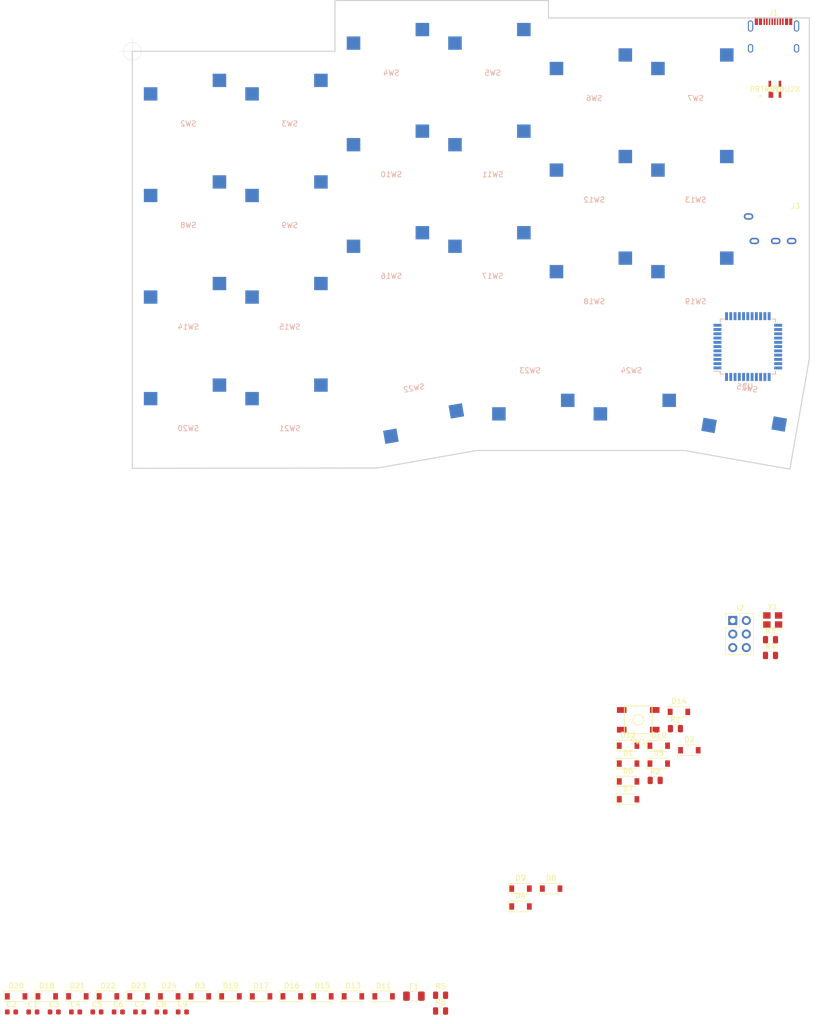
<source format=kicad_pcb>
(kicad_pcb (version 20171130) (host pcbnew "(5.1.2)-2")

  (general
    (thickness 1.6)
    (drawings 13)
    (tracks 0)
    (zones 0)
    (modules 71)
    (nets 64)
  )

  (page A4)
  (layers
    (0 F.Cu signal)
    (31 B.Cu signal)
    (32 B.Adhes user)
    (33 F.Adhes user)
    (34 B.Paste user)
    (35 F.Paste user)
    (36 B.SilkS user)
    (37 F.SilkS user)
    (38 B.Mask user)
    (39 F.Mask user)
    (40 Dwgs.User user)
    (41 Cmts.User user)
    (42 Eco1.User user)
    (43 Eco2.User user)
    (44 Edge.Cuts user)
    (45 Margin user)
    (46 B.CrtYd user)
    (47 F.CrtYd user)
    (48 B.Fab user)
    (49 F.Fab user)
  )

  (setup
    (last_trace_width 0.25)
    (trace_clearance 0.2)
    (zone_clearance 0.508)
    (zone_45_only no)
    (trace_min 0.2)
    (via_size 0.8)
    (via_drill 0.4)
    (via_min_size 0.4)
    (via_min_drill 0.3)
    (uvia_size 0.3)
    (uvia_drill 0.1)
    (uvias_allowed no)
    (uvia_min_size 0.2)
    (uvia_min_drill 0.1)
    (edge_width 0.05)
    (segment_width 0.2)
    (pcb_text_width 0.3)
    (pcb_text_size 1.5 1.5)
    (mod_edge_width 0.12)
    (mod_text_size 1 1)
    (mod_text_width 0.15)
    (pad_size 1.524 1.524)
    (pad_drill 0.762)
    (pad_to_mask_clearance 0.051)
    (solder_mask_min_width 0.25)
    (aux_axis_origin 82.600374 60.96)
    (grid_origin 82.600374 60.96)
    (visible_elements 7FFFFFFF)
    (pcbplotparams
      (layerselection 0x010fc_ffffffff)
      (usegerberextensions false)
      (usegerberattributes false)
      (usegerberadvancedattributes false)
      (creategerberjobfile false)
      (excludeedgelayer true)
      (linewidth 0.100000)
      (plotframeref false)
      (viasonmask false)
      (mode 1)
      (useauxorigin false)
      (hpglpennumber 1)
      (hpglpenspeed 20)
      (hpglpendiameter 15.000000)
      (psnegative false)
      (psa4output false)
      (plotreference true)
      (plotvalue true)
      (plotinvisibletext false)
      (padsonsilk false)
      (subtractmaskfromsilk false)
      (outputformat 1)
      (mirror false)
      (drillshape 1)
      (scaleselection 1)
      (outputdirectory ""))
  )

  (net 0 "")
  (net 1 GND)
  (net 2 XTAL1)
  (net 3 XTAL2)
  (net 4 "Net-(C3-Pad1)")
  (net 5 +5V)
  (net 6 "Net-(C4-Pad1)")
  (net 7 "Net-(D1-Pad2)")
  (net 8 row0)
  (net 9 "Net-(D2-Pad2)")
  (net 10 SCK)
  (net 11 "Net-(D3-Pad2)")
  (net 12 MOSI)
  (net 13 MISO)
  (net 14 "Net-(D4-Pad2)")
  (net 15 "Net-(D5-Pad2)")
  (net 16 "Net-(D6-Pad2)")
  (net 17 "Net-(D7-Pad2)")
  (net 18 "Net-(D8-Pad2)")
  (net 19 "Net-(D9-Pad2)")
  (net 20 "Net-(D10-Pad2)")
  (net 21 "Net-(D11-Pad2)")
  (net 22 "Net-(D12-Pad2)")
  (net 23 "Net-(D13-Pad2)")
  (net 24 "Net-(D14-Pad2)")
  (net 25 "Net-(D15-Pad2)")
  (net 26 "Net-(D16-Pad2)")
  (net 27 "Net-(D17-Pad2)")
  (net 28 "Net-(D18-Pad2)")
  (net 29 "Net-(D19-Pad2)")
  (net 30 "Net-(D20-Pad2)")
  (net 31 "Net-(D21-Pad2)")
  (net 32 "Net-(D22-Pad2)")
  (net 33 "Net-(D23-Pad2)")
  (net 34 "Net-(D24-Pad2)")
  (net 35 VCC)
  (net 36 RESET)
  (net 37 "Net-(J1-PadA5)")
  (net 38 "Net-(J1-PadB5)")
  (net 39 D-)
  (net 40 "Net-(J1-PadA7)")
  (net 41 "Net-(J1-PadA6)")
  (net 42 D+)
  (net 43 "Net-(R6-Pad1)")
  (net 44 col1)
  (net 45 col2)
  (net 46 col3)
  (net 47 col4)
  (net 48 col5)
  (net 49 "Net-(U2-Pad1)")
  (net 50 "Net-(U2-Pad19)")
  (net 51 DATA)
  (net 52 "Net-(U2-Pad21)")
  (net 53 "Net-(U2-Pad22)")
  (net 54 "Net-(U2-Pad25)")
  (net 55 "Net-(U2-Pad26)")
  (net 56 "Net-(U2-Pad27)")
  (net 57 "Net-(U2-Pad36)")
  (net 58 "Net-(U2-Pad37)")
  (net 59 "Net-(U2-Pad38)")
  (net 60 "Net-(U2-Pad39)")
  (net 61 "Net-(U2-Pad40)")
  (net 62 "Net-(U2-Pad41)")
  (net 63 "Net-(U2-Pad42)")

  (net_class Default "これはデフォルトのネット クラスです。"
    (clearance 0.2)
    (trace_width 0.25)
    (via_dia 0.8)
    (via_drill 0.4)
    (uvia_dia 0.3)
    (uvia_drill 0.1)
    (add_net +5V)
    (add_net D+)
    (add_net D-)
    (add_net DATA)
    (add_net GND)
    (add_net MISO)
    (add_net MOSI)
    (add_net "Net-(C3-Pad1)")
    (add_net "Net-(C4-Pad1)")
    (add_net "Net-(D1-Pad2)")
    (add_net "Net-(D10-Pad2)")
    (add_net "Net-(D11-Pad2)")
    (add_net "Net-(D12-Pad2)")
    (add_net "Net-(D13-Pad2)")
    (add_net "Net-(D14-Pad2)")
    (add_net "Net-(D15-Pad2)")
    (add_net "Net-(D16-Pad2)")
    (add_net "Net-(D17-Pad2)")
    (add_net "Net-(D18-Pad2)")
    (add_net "Net-(D19-Pad2)")
    (add_net "Net-(D2-Pad2)")
    (add_net "Net-(D20-Pad2)")
    (add_net "Net-(D21-Pad2)")
    (add_net "Net-(D22-Pad2)")
    (add_net "Net-(D23-Pad2)")
    (add_net "Net-(D24-Pad2)")
    (add_net "Net-(D3-Pad2)")
    (add_net "Net-(D4-Pad2)")
    (add_net "Net-(D5-Pad2)")
    (add_net "Net-(D6-Pad2)")
    (add_net "Net-(D7-Pad2)")
    (add_net "Net-(D8-Pad2)")
    (add_net "Net-(D9-Pad2)")
    (add_net "Net-(J1-PadA5)")
    (add_net "Net-(J1-PadA6)")
    (add_net "Net-(J1-PadA7)")
    (add_net "Net-(J1-PadB5)")
    (add_net "Net-(R6-Pad1)")
    (add_net "Net-(U2-Pad1)")
    (add_net "Net-(U2-Pad19)")
    (add_net "Net-(U2-Pad21)")
    (add_net "Net-(U2-Pad22)")
    (add_net "Net-(U2-Pad25)")
    (add_net "Net-(U2-Pad26)")
    (add_net "Net-(U2-Pad27)")
    (add_net "Net-(U2-Pad36)")
    (add_net "Net-(U2-Pad37)")
    (add_net "Net-(U2-Pad38)")
    (add_net "Net-(U2-Pad39)")
    (add_net "Net-(U2-Pad40)")
    (add_net "Net-(U2-Pad41)")
    (add_net "Net-(U2-Pad42)")
    (add_net RESET)
    (add_net SCK)
    (add_net VCC)
    (add_net XTAL1)
    (add_net XTAL2)
    (add_net col1)
    (add_net col2)
    (add_net col3)
    (add_net col4)
    (add_net col5)
    (add_net row0)
  )

  (module Capacitor_SMD:C_0603_1608Metric (layer F.Cu) (tedit 5B301BBE) (tstamp 5FAD58A4)
    (at 63.935375 241.115001)
    (descr "Capacitor SMD 0603 (1608 Metric), square (rectangular) end terminal, IPC_7351 nominal, (Body size source: http://www.tortai-tech.com/upload/download/2011102023233369053.pdf), generated with kicad-footprint-generator")
    (tags capacitor)
    (path /5FA41EDE)
    (attr smd)
    (fp_text reference C1 (at 0 -1.43) (layer F.SilkS)
      (effects (font (size 1 1) (thickness 0.15)))
    )
    (fp_text value 22pF (at 0 1.43) (layer F.Fab)
      (effects (font (size 1 1) (thickness 0.15)))
    )
    (fp_line (start -0.8 0.4) (end -0.8 -0.4) (layer F.Fab) (width 0.1))
    (fp_line (start -0.8 -0.4) (end 0.8 -0.4) (layer F.Fab) (width 0.1))
    (fp_line (start 0.8 -0.4) (end 0.8 0.4) (layer F.Fab) (width 0.1))
    (fp_line (start 0.8 0.4) (end -0.8 0.4) (layer F.Fab) (width 0.1))
    (fp_line (start -0.162779 -0.51) (end 0.162779 -0.51) (layer F.SilkS) (width 0.12))
    (fp_line (start -0.162779 0.51) (end 0.162779 0.51) (layer F.SilkS) (width 0.12))
    (fp_line (start -1.48 0.73) (end -1.48 -0.73) (layer F.CrtYd) (width 0.05))
    (fp_line (start -1.48 -0.73) (end 1.48 -0.73) (layer F.CrtYd) (width 0.05))
    (fp_line (start 1.48 -0.73) (end 1.48 0.73) (layer F.CrtYd) (width 0.05))
    (fp_line (start 1.48 0.73) (end -1.48 0.73) (layer F.CrtYd) (width 0.05))
    (fp_text user %R (at 0 0) (layer F.Fab)
      (effects (font (size 0.4 0.4) (thickness 0.06)))
    )
    (pad 1 smd roundrect (at -0.7875 0) (size 0.875 0.95) (layers F.Cu F.Paste F.Mask) (roundrect_rratio 0.25)
      (net 1 GND))
    (pad 2 smd roundrect (at 0.7875 0) (size 0.875 0.95) (layers F.Cu F.Paste F.Mask) (roundrect_rratio 0.25)
      (net 2 XTAL1))
    (model ${KISYS3DMOD}/Capacitor_SMD.3dshapes/C_0603_1608Metric.wrl
      (at (xyz 0 0 0))
      (scale (xyz 1 1 1))
      (rotate (xyz 0 0 0))
    )
  )

  (module Capacitor_SMD:C_0603_1608Metric (layer F.Cu) (tedit 5B301BBE) (tstamp 5FAD58B5)
    (at 59.925375 241.115001)
    (descr "Capacitor SMD 0603 (1608 Metric), square (rectangular) end terminal, IPC_7351 nominal, (Body size source: http://www.tortai-tech.com/upload/download/2011102023233369053.pdf), generated with kicad-footprint-generator")
    (tags capacitor)
    (path /5FA433BB)
    (attr smd)
    (fp_text reference C2 (at 0 -1.43) (layer F.SilkS)
      (effects (font (size 1 1) (thickness 0.15)))
    )
    (fp_text value 22pF (at 0 1.43) (layer F.Fab)
      (effects (font (size 1 1) (thickness 0.15)))
    )
    (fp_text user %R (at 0 0) (layer F.Fab)
      (effects (font (size 0.4 0.4) (thickness 0.06)))
    )
    (fp_line (start 1.48 0.73) (end -1.48 0.73) (layer F.CrtYd) (width 0.05))
    (fp_line (start 1.48 -0.73) (end 1.48 0.73) (layer F.CrtYd) (width 0.05))
    (fp_line (start -1.48 -0.73) (end 1.48 -0.73) (layer F.CrtYd) (width 0.05))
    (fp_line (start -1.48 0.73) (end -1.48 -0.73) (layer F.CrtYd) (width 0.05))
    (fp_line (start -0.162779 0.51) (end 0.162779 0.51) (layer F.SilkS) (width 0.12))
    (fp_line (start -0.162779 -0.51) (end 0.162779 -0.51) (layer F.SilkS) (width 0.12))
    (fp_line (start 0.8 0.4) (end -0.8 0.4) (layer F.Fab) (width 0.1))
    (fp_line (start 0.8 -0.4) (end 0.8 0.4) (layer F.Fab) (width 0.1))
    (fp_line (start -0.8 -0.4) (end 0.8 -0.4) (layer F.Fab) (width 0.1))
    (fp_line (start -0.8 0.4) (end -0.8 -0.4) (layer F.Fab) (width 0.1))
    (pad 2 smd roundrect (at 0.7875 0) (size 0.875 0.95) (layers F.Cu F.Paste F.Mask) (roundrect_rratio 0.25)
      (net 3 XTAL2))
    (pad 1 smd roundrect (at -0.7875 0) (size 0.875 0.95) (layers F.Cu F.Paste F.Mask) (roundrect_rratio 0.25)
      (net 1 GND))
    (model ${KISYS3DMOD}/Capacitor_SMD.3dshapes/C_0603_1608Metric.wrl
      (at (xyz 0 0 0))
      (scale (xyz 1 1 1))
      (rotate (xyz 0 0 0))
    )
  )

  (module Capacitor_SMD:C_0603_1608Metric (layer F.Cu) (tedit 5B301BBE) (tstamp 5FAD58C6)
    (at 67.945375 241.115001)
    (descr "Capacitor SMD 0603 (1608 Metric), square (rectangular) end terminal, IPC_7351 nominal, (Body size source: http://www.tortai-tech.com/upload/download/2011102023233369053.pdf), generated with kicad-footprint-generator")
    (tags capacitor)
    (path /5FAAAA13)
    (attr smd)
    (fp_text reference C3 (at 0 -1.43) (layer F.SilkS)
      (effects (font (size 1 1) (thickness 0.15)))
    )
    (fp_text value 10uF (at 0 1.43) (layer F.Fab)
      (effects (font (size 1 1) (thickness 0.15)))
    )
    (fp_line (start -0.8 0.4) (end -0.8 -0.4) (layer F.Fab) (width 0.1))
    (fp_line (start -0.8 -0.4) (end 0.8 -0.4) (layer F.Fab) (width 0.1))
    (fp_line (start 0.8 -0.4) (end 0.8 0.4) (layer F.Fab) (width 0.1))
    (fp_line (start 0.8 0.4) (end -0.8 0.4) (layer F.Fab) (width 0.1))
    (fp_line (start -0.162779 -0.51) (end 0.162779 -0.51) (layer F.SilkS) (width 0.12))
    (fp_line (start -0.162779 0.51) (end 0.162779 0.51) (layer F.SilkS) (width 0.12))
    (fp_line (start -1.48 0.73) (end -1.48 -0.73) (layer F.CrtYd) (width 0.05))
    (fp_line (start -1.48 -0.73) (end 1.48 -0.73) (layer F.CrtYd) (width 0.05))
    (fp_line (start 1.48 -0.73) (end 1.48 0.73) (layer F.CrtYd) (width 0.05))
    (fp_line (start 1.48 0.73) (end -1.48 0.73) (layer F.CrtYd) (width 0.05))
    (fp_text user %R (at 0 0) (layer F.Fab)
      (effects (font (size 0.4 0.4) (thickness 0.06)))
    )
    (pad 1 smd roundrect (at -0.7875 0) (size 0.875 0.95) (layers F.Cu F.Paste F.Mask) (roundrect_rratio 0.25)
      (net 4 "Net-(C3-Pad1)"))
    (pad 2 smd roundrect (at 0.7875 0) (size 0.875 0.95) (layers F.Cu F.Paste F.Mask) (roundrect_rratio 0.25)
      (net 5 +5V))
    (model ${KISYS3DMOD}/Capacitor_SMD.3dshapes/C_0603_1608Metric.wrl
      (at (xyz 0 0 0))
      (scale (xyz 1 1 1))
      (rotate (xyz 0 0 0))
    )
  )

  (module Capacitor_SMD:C_0603_1608Metric (layer F.Cu) (tedit 5B301BBE) (tstamp 5FAD58D7)
    (at 71.955375 241.115001)
    (descr "Capacitor SMD 0603 (1608 Metric), square (rectangular) end terminal, IPC_7351 nominal, (Body size source: http://www.tortai-tech.com/upload/download/2011102023233369053.pdf), generated with kicad-footprint-generator")
    (tags capacitor)
    (path /5F9FAA28)
    (attr smd)
    (fp_text reference C4 (at 0 -1.43) (layer F.SilkS)
      (effects (font (size 1 1) (thickness 0.15)))
    )
    (fp_text value 1uF (at 0 1.43) (layer F.Fab)
      (effects (font (size 1 1) (thickness 0.15)))
    )
    (fp_line (start -0.8 0.4) (end -0.8 -0.4) (layer F.Fab) (width 0.1))
    (fp_line (start -0.8 -0.4) (end 0.8 -0.4) (layer F.Fab) (width 0.1))
    (fp_line (start 0.8 -0.4) (end 0.8 0.4) (layer F.Fab) (width 0.1))
    (fp_line (start 0.8 0.4) (end -0.8 0.4) (layer F.Fab) (width 0.1))
    (fp_line (start -0.162779 -0.51) (end 0.162779 -0.51) (layer F.SilkS) (width 0.12))
    (fp_line (start -0.162779 0.51) (end 0.162779 0.51) (layer F.SilkS) (width 0.12))
    (fp_line (start -1.48 0.73) (end -1.48 -0.73) (layer F.CrtYd) (width 0.05))
    (fp_line (start -1.48 -0.73) (end 1.48 -0.73) (layer F.CrtYd) (width 0.05))
    (fp_line (start 1.48 -0.73) (end 1.48 0.73) (layer F.CrtYd) (width 0.05))
    (fp_line (start 1.48 0.73) (end -1.48 0.73) (layer F.CrtYd) (width 0.05))
    (fp_text user %R (at 0 0) (layer F.Fab)
      (effects (font (size 0.4 0.4) (thickness 0.06)))
    )
    (pad 1 smd roundrect (at -0.7875 0) (size 0.875 0.95) (layers F.Cu F.Paste F.Mask) (roundrect_rratio 0.25)
      (net 6 "Net-(C4-Pad1)"))
    (pad 2 smd roundrect (at 0.7875 0) (size 0.875 0.95) (layers F.Cu F.Paste F.Mask) (roundrect_rratio 0.25)
      (net 1 GND))
    (model ${KISYS3DMOD}/Capacitor_SMD.3dshapes/C_0603_1608Metric.wrl
      (at (xyz 0 0 0))
      (scale (xyz 1 1 1))
      (rotate (xyz 0 0 0))
    )
  )

  (module Capacitor_SMD:C_0603_1608Metric (layer F.Cu) (tedit 5B301BBE) (tstamp 5FAD58E8)
    (at 75.965375 241.115001)
    (descr "Capacitor SMD 0603 (1608 Metric), square (rectangular) end terminal, IPC_7351 nominal, (Body size source: http://www.tortai-tech.com/upload/download/2011102023233369053.pdf), generated with kicad-footprint-generator")
    (tags capacitor)
    (path /5FBAAB28)
    (attr smd)
    (fp_text reference C5 (at 0 -1.43) (layer F.SilkS)
      (effects (font (size 1 1) (thickness 0.15)))
    )
    (fp_text value 0.1uF (at 0 1.43) (layer F.Fab)
      (effects (font (size 1 1) (thickness 0.15)))
    )
    (fp_text user %R (at 0 0) (layer F.Fab)
      (effects (font (size 0.4 0.4) (thickness 0.06)))
    )
    (fp_line (start 1.48 0.73) (end -1.48 0.73) (layer F.CrtYd) (width 0.05))
    (fp_line (start 1.48 -0.73) (end 1.48 0.73) (layer F.CrtYd) (width 0.05))
    (fp_line (start -1.48 -0.73) (end 1.48 -0.73) (layer F.CrtYd) (width 0.05))
    (fp_line (start -1.48 0.73) (end -1.48 -0.73) (layer F.CrtYd) (width 0.05))
    (fp_line (start -0.162779 0.51) (end 0.162779 0.51) (layer F.SilkS) (width 0.12))
    (fp_line (start -0.162779 -0.51) (end 0.162779 -0.51) (layer F.SilkS) (width 0.12))
    (fp_line (start 0.8 0.4) (end -0.8 0.4) (layer F.Fab) (width 0.1))
    (fp_line (start 0.8 -0.4) (end 0.8 0.4) (layer F.Fab) (width 0.1))
    (fp_line (start -0.8 -0.4) (end 0.8 -0.4) (layer F.Fab) (width 0.1))
    (fp_line (start -0.8 0.4) (end -0.8 -0.4) (layer F.Fab) (width 0.1))
    (pad 2 smd roundrect (at 0.7875 0) (size 0.875 0.95) (layers F.Cu F.Paste F.Mask) (roundrect_rratio 0.25)
      (net 1 GND))
    (pad 1 smd roundrect (at -0.7875 0) (size 0.875 0.95) (layers F.Cu F.Paste F.Mask) (roundrect_rratio 0.25)
      (net 5 +5V))
    (model ${KISYS3DMOD}/Capacitor_SMD.3dshapes/C_0603_1608Metric.wrl
      (at (xyz 0 0 0))
      (scale (xyz 1 1 1))
      (rotate (xyz 0 0 0))
    )
  )

  (module Capacitor_SMD:C_0603_1608Metric (layer F.Cu) (tedit 5B301BBE) (tstamp 5FAD58F9)
    (at 79.975375 241.115001)
    (descr "Capacitor SMD 0603 (1608 Metric), square (rectangular) end terminal, IPC_7351 nominal, (Body size source: http://www.tortai-tech.com/upload/download/2011102023233369053.pdf), generated with kicad-footprint-generator")
    (tags capacitor)
    (path /5FBABB42)
    (attr smd)
    (fp_text reference C6 (at 0 -1.43) (layer F.SilkS)
      (effects (font (size 1 1) (thickness 0.15)))
    )
    (fp_text value 0.1uF (at 0 1.43) (layer F.Fab)
      (effects (font (size 1 1) (thickness 0.15)))
    )
    (fp_line (start -0.8 0.4) (end -0.8 -0.4) (layer F.Fab) (width 0.1))
    (fp_line (start -0.8 -0.4) (end 0.8 -0.4) (layer F.Fab) (width 0.1))
    (fp_line (start 0.8 -0.4) (end 0.8 0.4) (layer F.Fab) (width 0.1))
    (fp_line (start 0.8 0.4) (end -0.8 0.4) (layer F.Fab) (width 0.1))
    (fp_line (start -0.162779 -0.51) (end 0.162779 -0.51) (layer F.SilkS) (width 0.12))
    (fp_line (start -0.162779 0.51) (end 0.162779 0.51) (layer F.SilkS) (width 0.12))
    (fp_line (start -1.48 0.73) (end -1.48 -0.73) (layer F.CrtYd) (width 0.05))
    (fp_line (start -1.48 -0.73) (end 1.48 -0.73) (layer F.CrtYd) (width 0.05))
    (fp_line (start 1.48 -0.73) (end 1.48 0.73) (layer F.CrtYd) (width 0.05))
    (fp_line (start 1.48 0.73) (end -1.48 0.73) (layer F.CrtYd) (width 0.05))
    (fp_text user %R (at 0 0) (layer F.Fab)
      (effects (font (size 0.4 0.4) (thickness 0.06)))
    )
    (pad 1 smd roundrect (at -0.7875 0) (size 0.875 0.95) (layers F.Cu F.Paste F.Mask) (roundrect_rratio 0.25)
      (net 5 +5V))
    (pad 2 smd roundrect (at 0.7875 0) (size 0.875 0.95) (layers F.Cu F.Paste F.Mask) (roundrect_rratio 0.25)
      (net 1 GND))
    (model ${KISYS3DMOD}/Capacitor_SMD.3dshapes/C_0603_1608Metric.wrl
      (at (xyz 0 0 0))
      (scale (xyz 1 1 1))
      (rotate (xyz 0 0 0))
    )
  )

  (module Capacitor_SMD:C_0603_1608Metric (layer F.Cu) (tedit 5B301BBE) (tstamp 5FAD590A)
    (at 83.985375 241.115001)
    (descr "Capacitor SMD 0603 (1608 Metric), square (rectangular) end terminal, IPC_7351 nominal, (Body size source: http://www.tortai-tech.com/upload/download/2011102023233369053.pdf), generated with kicad-footprint-generator")
    (tags capacitor)
    (path /5FBAC997)
    (attr smd)
    (fp_text reference C7 (at 0 -1.43) (layer F.SilkS)
      (effects (font (size 1 1) (thickness 0.15)))
    )
    (fp_text value 0.1uF (at 0 1.43) (layer F.Fab)
      (effects (font (size 1 1) (thickness 0.15)))
    )
    (fp_line (start -0.8 0.4) (end -0.8 -0.4) (layer F.Fab) (width 0.1))
    (fp_line (start -0.8 -0.4) (end 0.8 -0.4) (layer F.Fab) (width 0.1))
    (fp_line (start 0.8 -0.4) (end 0.8 0.4) (layer F.Fab) (width 0.1))
    (fp_line (start 0.8 0.4) (end -0.8 0.4) (layer F.Fab) (width 0.1))
    (fp_line (start -0.162779 -0.51) (end 0.162779 -0.51) (layer F.SilkS) (width 0.12))
    (fp_line (start -0.162779 0.51) (end 0.162779 0.51) (layer F.SilkS) (width 0.12))
    (fp_line (start -1.48 0.73) (end -1.48 -0.73) (layer F.CrtYd) (width 0.05))
    (fp_line (start -1.48 -0.73) (end 1.48 -0.73) (layer F.CrtYd) (width 0.05))
    (fp_line (start 1.48 -0.73) (end 1.48 0.73) (layer F.CrtYd) (width 0.05))
    (fp_line (start 1.48 0.73) (end -1.48 0.73) (layer F.CrtYd) (width 0.05))
    (fp_text user %R (at 0 0) (layer F.Fab)
      (effects (font (size 0.4 0.4) (thickness 0.06)))
    )
    (pad 1 smd roundrect (at -0.7875 0) (size 0.875 0.95) (layers F.Cu F.Paste F.Mask) (roundrect_rratio 0.25)
      (net 5 +5V))
    (pad 2 smd roundrect (at 0.7875 0) (size 0.875 0.95) (layers F.Cu F.Paste F.Mask) (roundrect_rratio 0.25)
      (net 1 GND))
    (model ${KISYS3DMOD}/Capacitor_SMD.3dshapes/C_0603_1608Metric.wrl
      (at (xyz 0 0 0))
      (scale (xyz 1 1 1))
      (rotate (xyz 0 0 0))
    )
  )

  (module Capacitor_SMD:C_0603_1608Metric (layer F.Cu) (tedit 5B301BBE) (tstamp 5FAD591B)
    (at 87.995375 241.115001)
    (descr "Capacitor SMD 0603 (1608 Metric), square (rectangular) end terminal, IPC_7351 nominal, (Body size source: http://www.tortai-tech.com/upload/download/2011102023233369053.pdf), generated with kicad-footprint-generator")
    (tags capacitor)
    (path /5FBAD4CE)
    (attr smd)
    (fp_text reference C8 (at 0 -1.43) (layer F.SilkS)
      (effects (font (size 1 1) (thickness 0.15)))
    )
    (fp_text value 0.1uF (at 0 1.43) (layer F.Fab)
      (effects (font (size 1 1) (thickness 0.15)))
    )
    (fp_text user %R (at 0 0) (layer F.Fab)
      (effects (font (size 0.4 0.4) (thickness 0.06)))
    )
    (fp_line (start 1.48 0.73) (end -1.48 0.73) (layer F.CrtYd) (width 0.05))
    (fp_line (start 1.48 -0.73) (end 1.48 0.73) (layer F.CrtYd) (width 0.05))
    (fp_line (start -1.48 -0.73) (end 1.48 -0.73) (layer F.CrtYd) (width 0.05))
    (fp_line (start -1.48 0.73) (end -1.48 -0.73) (layer F.CrtYd) (width 0.05))
    (fp_line (start -0.162779 0.51) (end 0.162779 0.51) (layer F.SilkS) (width 0.12))
    (fp_line (start -0.162779 -0.51) (end 0.162779 -0.51) (layer F.SilkS) (width 0.12))
    (fp_line (start 0.8 0.4) (end -0.8 0.4) (layer F.Fab) (width 0.1))
    (fp_line (start 0.8 -0.4) (end 0.8 0.4) (layer F.Fab) (width 0.1))
    (fp_line (start -0.8 -0.4) (end 0.8 -0.4) (layer F.Fab) (width 0.1))
    (fp_line (start -0.8 0.4) (end -0.8 -0.4) (layer F.Fab) (width 0.1))
    (pad 2 smd roundrect (at 0.7875 0) (size 0.875 0.95) (layers F.Cu F.Paste F.Mask) (roundrect_rratio 0.25)
      (net 1 GND))
    (pad 1 smd roundrect (at -0.7875 0) (size 0.875 0.95) (layers F.Cu F.Paste F.Mask) (roundrect_rratio 0.25)
      (net 5 +5V))
    (model ${KISYS3DMOD}/Capacitor_SMD.3dshapes/C_0603_1608Metric.wrl
      (at (xyz 0 0 0))
      (scale (xyz 1 1 1))
      (rotate (xyz 0 0 0))
    )
  )

  (module Capacitor_SMD:C_0603_1608Metric (layer F.Cu) (tedit 5B301BBE) (tstamp 5FAD592C)
    (at 92.005375 241.115001)
    (descr "Capacitor SMD 0603 (1608 Metric), square (rectangular) end terminal, IPC_7351 nominal, (Body size source: http://www.tortai-tech.com/upload/download/2011102023233369053.pdf), generated with kicad-footprint-generator")
    (tags capacitor)
    (path /5FC282ED)
    (attr smd)
    (fp_text reference C9 (at 0 -1.43) (layer F.SilkS)
      (effects (font (size 1 1) (thickness 0.15)))
    )
    (fp_text value 4.7uF (at 0 1.43) (layer F.Fab)
      (effects (font (size 1 1) (thickness 0.15)))
    )
    (fp_text user %R (at 0 0) (layer F.Fab)
      (effects (font (size 0.4 0.4) (thickness 0.06)))
    )
    (fp_line (start 1.48 0.73) (end -1.48 0.73) (layer F.CrtYd) (width 0.05))
    (fp_line (start 1.48 -0.73) (end 1.48 0.73) (layer F.CrtYd) (width 0.05))
    (fp_line (start -1.48 -0.73) (end 1.48 -0.73) (layer F.CrtYd) (width 0.05))
    (fp_line (start -1.48 0.73) (end -1.48 -0.73) (layer F.CrtYd) (width 0.05))
    (fp_line (start -0.162779 0.51) (end 0.162779 0.51) (layer F.SilkS) (width 0.12))
    (fp_line (start -0.162779 -0.51) (end 0.162779 -0.51) (layer F.SilkS) (width 0.12))
    (fp_line (start 0.8 0.4) (end -0.8 0.4) (layer F.Fab) (width 0.1))
    (fp_line (start 0.8 -0.4) (end 0.8 0.4) (layer F.Fab) (width 0.1))
    (fp_line (start -0.8 -0.4) (end 0.8 -0.4) (layer F.Fab) (width 0.1))
    (fp_line (start -0.8 0.4) (end -0.8 -0.4) (layer F.Fab) (width 0.1))
    (pad 2 smd roundrect (at 0.7875 0) (size 0.875 0.95) (layers F.Cu F.Paste F.Mask) (roundrect_rratio 0.25)
      (net 1 GND))
    (pad 1 smd roundrect (at -0.7875 0) (size 0.875 0.95) (layers F.Cu F.Paste F.Mask) (roundrect_rratio 0.25)
      (net 5 +5V))
    (model ${KISYS3DMOD}/Capacitor_SMD.3dshapes/C_0603_1608Metric.wrl
      (at (xyz 0 0 0))
      (scale (xyz 1 1 1))
      (rotate (xyz 0 0 0))
    )
  )

  (module Diode_SMD:D_SOD-123 (layer F.Cu) (tedit 58645DC7) (tstamp 5FAD5945)
    (at 175.695375 194.535001)
    (descr SOD-123)
    (tags SOD-123)
    (path /5F9F9085)
    (attr smd)
    (fp_text reference D1 (at 0 -2) (layer F.SilkS)
      (effects (font (size 1 1) (thickness 0.15)))
    )
    (fp_text value 1N4148 (at 0 2.1) (layer F.Fab)
      (effects (font (size 1 1) (thickness 0.15)))
    )
    (fp_line (start -2.25 -1) (end 1.65 -1) (layer F.SilkS) (width 0.12))
    (fp_line (start -2.25 1) (end 1.65 1) (layer F.SilkS) (width 0.12))
    (fp_line (start -2.35 -1.15) (end -2.35 1.15) (layer F.CrtYd) (width 0.05))
    (fp_line (start 2.35 1.15) (end -2.35 1.15) (layer F.CrtYd) (width 0.05))
    (fp_line (start 2.35 -1.15) (end 2.35 1.15) (layer F.CrtYd) (width 0.05))
    (fp_line (start -2.35 -1.15) (end 2.35 -1.15) (layer F.CrtYd) (width 0.05))
    (fp_line (start -1.4 -0.9) (end 1.4 -0.9) (layer F.Fab) (width 0.1))
    (fp_line (start 1.4 -0.9) (end 1.4 0.9) (layer F.Fab) (width 0.1))
    (fp_line (start 1.4 0.9) (end -1.4 0.9) (layer F.Fab) (width 0.1))
    (fp_line (start -1.4 0.9) (end -1.4 -0.9) (layer F.Fab) (width 0.1))
    (fp_line (start -0.75 0) (end -0.35 0) (layer F.Fab) (width 0.1))
    (fp_line (start -0.35 0) (end -0.35 -0.55) (layer F.Fab) (width 0.1))
    (fp_line (start -0.35 0) (end -0.35 0.55) (layer F.Fab) (width 0.1))
    (fp_line (start -0.35 0) (end 0.25 -0.4) (layer F.Fab) (width 0.1))
    (fp_line (start 0.25 -0.4) (end 0.25 0.4) (layer F.Fab) (width 0.1))
    (fp_line (start 0.25 0.4) (end -0.35 0) (layer F.Fab) (width 0.1))
    (fp_line (start 0.25 0) (end 0.75 0) (layer F.Fab) (width 0.1))
    (fp_line (start -2.25 -1) (end -2.25 1) (layer F.SilkS) (width 0.12))
    (fp_text user %R (at 0 -2) (layer F.Fab)
      (effects (font (size 1 1) (thickness 0.15)))
    )
    (pad 2 smd rect (at 1.65 0) (size 0.9 1.2) (layers F.Cu F.Paste F.Mask)
      (net 7 "Net-(D1-Pad2)"))
    (pad 1 smd rect (at -1.65 0) (size 0.9 1.2) (layers F.Cu F.Paste F.Mask)
      (net 8 row0))
    (model ${KISYS3DMOD}/Diode_SMD.3dshapes/D_SOD-123.wrl
      (at (xyz 0 0 0))
      (scale (xyz 1 1 1))
      (rotate (xyz 0 0 0))
    )
  )

  (module Diode_SMD:D_SOD-123 (layer F.Cu) (tedit 58645DC7) (tstamp 5FAD595E)
    (at 187.195375 192.035001)
    (descr SOD-123)
    (tags SOD-123)
    (path /5FA255D3)
    (attr smd)
    (fp_text reference D2 (at 0 -2) (layer F.SilkS)
      (effects (font (size 1 1) (thickness 0.15)))
    )
    (fp_text value 1N4148 (at 0 2.1) (layer F.Fab)
      (effects (font (size 1 1) (thickness 0.15)))
    )
    (fp_line (start -2.25 -1) (end 1.65 -1) (layer F.SilkS) (width 0.12))
    (fp_line (start -2.25 1) (end 1.65 1) (layer F.SilkS) (width 0.12))
    (fp_line (start -2.35 -1.15) (end -2.35 1.15) (layer F.CrtYd) (width 0.05))
    (fp_line (start 2.35 1.15) (end -2.35 1.15) (layer F.CrtYd) (width 0.05))
    (fp_line (start 2.35 -1.15) (end 2.35 1.15) (layer F.CrtYd) (width 0.05))
    (fp_line (start -2.35 -1.15) (end 2.35 -1.15) (layer F.CrtYd) (width 0.05))
    (fp_line (start -1.4 -0.9) (end 1.4 -0.9) (layer F.Fab) (width 0.1))
    (fp_line (start 1.4 -0.9) (end 1.4 0.9) (layer F.Fab) (width 0.1))
    (fp_line (start 1.4 0.9) (end -1.4 0.9) (layer F.Fab) (width 0.1))
    (fp_line (start -1.4 0.9) (end -1.4 -0.9) (layer F.Fab) (width 0.1))
    (fp_line (start -0.75 0) (end -0.35 0) (layer F.Fab) (width 0.1))
    (fp_line (start -0.35 0) (end -0.35 -0.55) (layer F.Fab) (width 0.1))
    (fp_line (start -0.35 0) (end -0.35 0.55) (layer F.Fab) (width 0.1))
    (fp_line (start -0.35 0) (end 0.25 -0.4) (layer F.Fab) (width 0.1))
    (fp_line (start 0.25 -0.4) (end 0.25 0.4) (layer F.Fab) (width 0.1))
    (fp_line (start 0.25 0.4) (end -0.35 0) (layer F.Fab) (width 0.1))
    (fp_line (start 0.25 0) (end 0.75 0) (layer F.Fab) (width 0.1))
    (fp_line (start -2.25 -1) (end -2.25 1) (layer F.SilkS) (width 0.12))
    (fp_text user %R (at 0 -2) (layer F.Fab)
      (effects (font (size 1 1) (thickness 0.15)))
    )
    (pad 2 smd rect (at 1.65 0) (size 0.9 1.2) (layers F.Cu F.Paste F.Mask)
      (net 9 "Net-(D2-Pad2)"))
    (pad 1 smd rect (at -1.65 0) (size 0.9 1.2) (layers F.Cu F.Paste F.Mask)
      (net 10 SCK))
    (model ${KISYS3DMOD}/Diode_SMD.3dshapes/D_SOD-123.wrl
      (at (xyz 0 0 0))
      (scale (xyz 1 1 1))
      (rotate (xyz 0 0 0))
    )
  )

  (module Diode_SMD:D_SOD-123 (layer F.Cu) (tedit 58645DC7) (tstamp 5FAD5977)
    (at 95.295375 238.185001)
    (descr SOD-123)
    (tags SOD-123)
    (path /5FA3293C)
    (attr smd)
    (fp_text reference D3 (at 0 -2) (layer F.SilkS)
      (effects (font (size 1 1) (thickness 0.15)))
    )
    (fp_text value 1N4148 (at 0 2.1) (layer F.Fab)
      (effects (font (size 1 1) (thickness 0.15)))
    )
    (fp_line (start -2.25 -1) (end 1.65 -1) (layer F.SilkS) (width 0.12))
    (fp_line (start -2.25 1) (end 1.65 1) (layer F.SilkS) (width 0.12))
    (fp_line (start -2.35 -1.15) (end -2.35 1.15) (layer F.CrtYd) (width 0.05))
    (fp_line (start 2.35 1.15) (end -2.35 1.15) (layer F.CrtYd) (width 0.05))
    (fp_line (start 2.35 -1.15) (end 2.35 1.15) (layer F.CrtYd) (width 0.05))
    (fp_line (start -2.35 -1.15) (end 2.35 -1.15) (layer F.CrtYd) (width 0.05))
    (fp_line (start -1.4 -0.9) (end 1.4 -0.9) (layer F.Fab) (width 0.1))
    (fp_line (start 1.4 -0.9) (end 1.4 0.9) (layer F.Fab) (width 0.1))
    (fp_line (start 1.4 0.9) (end -1.4 0.9) (layer F.Fab) (width 0.1))
    (fp_line (start -1.4 0.9) (end -1.4 -0.9) (layer F.Fab) (width 0.1))
    (fp_line (start -0.75 0) (end -0.35 0) (layer F.Fab) (width 0.1))
    (fp_line (start -0.35 0) (end -0.35 -0.55) (layer F.Fab) (width 0.1))
    (fp_line (start -0.35 0) (end -0.35 0.55) (layer F.Fab) (width 0.1))
    (fp_line (start -0.35 0) (end 0.25 -0.4) (layer F.Fab) (width 0.1))
    (fp_line (start 0.25 -0.4) (end 0.25 0.4) (layer F.Fab) (width 0.1))
    (fp_line (start 0.25 0.4) (end -0.35 0) (layer F.Fab) (width 0.1))
    (fp_line (start 0.25 0) (end 0.75 0) (layer F.Fab) (width 0.1))
    (fp_line (start -2.25 -1) (end -2.25 1) (layer F.SilkS) (width 0.12))
    (fp_text user %R (at 0 -2) (layer F.Fab)
      (effects (font (size 1 1) (thickness 0.15)))
    )
    (pad 2 smd rect (at 1.65 0) (size 0.9 1.2) (layers F.Cu F.Paste F.Mask)
      (net 11 "Net-(D3-Pad2)"))
    (pad 1 smd rect (at -1.65 0) (size 0.9 1.2) (layers F.Cu F.Paste F.Mask)
      (net 12 MOSI))
    (model ${KISYS3DMOD}/Diode_SMD.3dshapes/D_SOD-123.wrl
      (at (xyz 0 0 0))
      (scale (xyz 1 1 1))
      (rotate (xyz 0 0 0))
    )
  )

  (module Diode_SMD:D_SOD-123 (layer F.Cu) (tedit 58645DC7) (tstamp 5FAD5990)
    (at 155.495375 221.335001)
    (descr SOD-123)
    (tags SOD-123)
    (path /5FA3F32C)
    (attr smd)
    (fp_text reference D4 (at 0 -2) (layer F.SilkS)
      (effects (font (size 1 1) (thickness 0.15)))
    )
    (fp_text value 1N4148 (at 0 2.1) (layer F.Fab)
      (effects (font (size 1 1) (thickness 0.15)))
    )
    (fp_text user %R (at 0 -2) (layer F.Fab)
      (effects (font (size 1 1) (thickness 0.15)))
    )
    (fp_line (start -2.25 -1) (end -2.25 1) (layer F.SilkS) (width 0.12))
    (fp_line (start 0.25 0) (end 0.75 0) (layer F.Fab) (width 0.1))
    (fp_line (start 0.25 0.4) (end -0.35 0) (layer F.Fab) (width 0.1))
    (fp_line (start 0.25 -0.4) (end 0.25 0.4) (layer F.Fab) (width 0.1))
    (fp_line (start -0.35 0) (end 0.25 -0.4) (layer F.Fab) (width 0.1))
    (fp_line (start -0.35 0) (end -0.35 0.55) (layer F.Fab) (width 0.1))
    (fp_line (start -0.35 0) (end -0.35 -0.55) (layer F.Fab) (width 0.1))
    (fp_line (start -0.75 0) (end -0.35 0) (layer F.Fab) (width 0.1))
    (fp_line (start -1.4 0.9) (end -1.4 -0.9) (layer F.Fab) (width 0.1))
    (fp_line (start 1.4 0.9) (end -1.4 0.9) (layer F.Fab) (width 0.1))
    (fp_line (start 1.4 -0.9) (end 1.4 0.9) (layer F.Fab) (width 0.1))
    (fp_line (start -1.4 -0.9) (end 1.4 -0.9) (layer F.Fab) (width 0.1))
    (fp_line (start -2.35 -1.15) (end 2.35 -1.15) (layer F.CrtYd) (width 0.05))
    (fp_line (start 2.35 -1.15) (end 2.35 1.15) (layer F.CrtYd) (width 0.05))
    (fp_line (start 2.35 1.15) (end -2.35 1.15) (layer F.CrtYd) (width 0.05))
    (fp_line (start -2.35 -1.15) (end -2.35 1.15) (layer F.CrtYd) (width 0.05))
    (fp_line (start -2.25 1) (end 1.65 1) (layer F.SilkS) (width 0.12))
    (fp_line (start -2.25 -1) (end 1.65 -1) (layer F.SilkS) (width 0.12))
    (pad 1 smd rect (at -1.65 0) (size 0.9 1.2) (layers F.Cu F.Paste F.Mask)
      (net 13 MISO))
    (pad 2 smd rect (at 1.65 0) (size 0.9 1.2) (layers F.Cu F.Paste F.Mask)
      (net 14 "Net-(D4-Pad2)"))
    (model ${KISYS3DMOD}/Diode_SMD.3dshapes/D_SOD-123.wrl
      (at (xyz 0 0 0))
      (scale (xyz 1 1 1))
      (rotate (xyz 0 0 0))
    )
  )

  (module Diode_SMD:D_SOD-123 (layer F.Cu) (tedit 58645DC7) (tstamp 5FAD59A9)
    (at 181.445375 194.535001)
    (descr SOD-123)
    (tags SOD-123)
    (path /5F9FBA30)
    (attr smd)
    (fp_text reference D5 (at 0 -2) (layer F.SilkS)
      (effects (font (size 1 1) (thickness 0.15)))
    )
    (fp_text value 1N4148 (at 0 2.1) (layer F.Fab)
      (effects (font (size 1 1) (thickness 0.15)))
    )
    (fp_text user %R (at 0 -2) (layer F.Fab)
      (effects (font (size 1 1) (thickness 0.15)))
    )
    (fp_line (start -2.25 -1) (end -2.25 1) (layer F.SilkS) (width 0.12))
    (fp_line (start 0.25 0) (end 0.75 0) (layer F.Fab) (width 0.1))
    (fp_line (start 0.25 0.4) (end -0.35 0) (layer F.Fab) (width 0.1))
    (fp_line (start 0.25 -0.4) (end 0.25 0.4) (layer F.Fab) (width 0.1))
    (fp_line (start -0.35 0) (end 0.25 -0.4) (layer F.Fab) (width 0.1))
    (fp_line (start -0.35 0) (end -0.35 0.55) (layer F.Fab) (width 0.1))
    (fp_line (start -0.35 0) (end -0.35 -0.55) (layer F.Fab) (width 0.1))
    (fp_line (start -0.75 0) (end -0.35 0) (layer F.Fab) (width 0.1))
    (fp_line (start -1.4 0.9) (end -1.4 -0.9) (layer F.Fab) (width 0.1))
    (fp_line (start 1.4 0.9) (end -1.4 0.9) (layer F.Fab) (width 0.1))
    (fp_line (start 1.4 -0.9) (end 1.4 0.9) (layer F.Fab) (width 0.1))
    (fp_line (start -1.4 -0.9) (end 1.4 -0.9) (layer F.Fab) (width 0.1))
    (fp_line (start -2.35 -1.15) (end 2.35 -1.15) (layer F.CrtYd) (width 0.05))
    (fp_line (start 2.35 -1.15) (end 2.35 1.15) (layer F.CrtYd) (width 0.05))
    (fp_line (start 2.35 1.15) (end -2.35 1.15) (layer F.CrtYd) (width 0.05))
    (fp_line (start -2.35 -1.15) (end -2.35 1.15) (layer F.CrtYd) (width 0.05))
    (fp_line (start -2.25 1) (end 1.65 1) (layer F.SilkS) (width 0.12))
    (fp_line (start -2.25 -1) (end 1.65 -1) (layer F.SilkS) (width 0.12))
    (pad 1 smd rect (at -1.65 0) (size 0.9 1.2) (layers F.Cu F.Paste F.Mask)
      (net 8 row0))
    (pad 2 smd rect (at 1.65 0) (size 0.9 1.2) (layers F.Cu F.Paste F.Mask)
      (net 15 "Net-(D5-Pad2)"))
    (model ${KISYS3DMOD}/Diode_SMD.3dshapes/D_SOD-123.wrl
      (at (xyz 0 0 0))
      (scale (xyz 1 1 1))
      (rotate (xyz 0 0 0))
    )
  )

  (module Diode_SMD:D_SOD-123 (layer F.Cu) (tedit 58645DC7) (tstamp 5FAD59C2)
    (at 175.695375 197.885001)
    (descr SOD-123)
    (tags SOD-123)
    (path /5FA255D9)
    (attr smd)
    (fp_text reference D6 (at 0 -2) (layer F.SilkS)
      (effects (font (size 1 1) (thickness 0.15)))
    )
    (fp_text value 1N4148 (at 0 2.1) (layer F.Fab)
      (effects (font (size 1 1) (thickness 0.15)))
    )
    (fp_text user %R (at 0 -2) (layer F.Fab)
      (effects (font (size 1 1) (thickness 0.15)))
    )
    (fp_line (start -2.25 -1) (end -2.25 1) (layer F.SilkS) (width 0.12))
    (fp_line (start 0.25 0) (end 0.75 0) (layer F.Fab) (width 0.1))
    (fp_line (start 0.25 0.4) (end -0.35 0) (layer F.Fab) (width 0.1))
    (fp_line (start 0.25 -0.4) (end 0.25 0.4) (layer F.Fab) (width 0.1))
    (fp_line (start -0.35 0) (end 0.25 -0.4) (layer F.Fab) (width 0.1))
    (fp_line (start -0.35 0) (end -0.35 0.55) (layer F.Fab) (width 0.1))
    (fp_line (start -0.35 0) (end -0.35 -0.55) (layer F.Fab) (width 0.1))
    (fp_line (start -0.75 0) (end -0.35 0) (layer F.Fab) (width 0.1))
    (fp_line (start -1.4 0.9) (end -1.4 -0.9) (layer F.Fab) (width 0.1))
    (fp_line (start 1.4 0.9) (end -1.4 0.9) (layer F.Fab) (width 0.1))
    (fp_line (start 1.4 -0.9) (end 1.4 0.9) (layer F.Fab) (width 0.1))
    (fp_line (start -1.4 -0.9) (end 1.4 -0.9) (layer F.Fab) (width 0.1))
    (fp_line (start -2.35 -1.15) (end 2.35 -1.15) (layer F.CrtYd) (width 0.05))
    (fp_line (start 2.35 -1.15) (end 2.35 1.15) (layer F.CrtYd) (width 0.05))
    (fp_line (start 2.35 1.15) (end -2.35 1.15) (layer F.CrtYd) (width 0.05))
    (fp_line (start -2.35 -1.15) (end -2.35 1.15) (layer F.CrtYd) (width 0.05))
    (fp_line (start -2.25 1) (end 1.65 1) (layer F.SilkS) (width 0.12))
    (fp_line (start -2.25 -1) (end 1.65 -1) (layer F.SilkS) (width 0.12))
    (pad 1 smd rect (at -1.65 0) (size 0.9 1.2) (layers F.Cu F.Paste F.Mask)
      (net 10 SCK))
    (pad 2 smd rect (at 1.65 0) (size 0.9 1.2) (layers F.Cu F.Paste F.Mask)
      (net 16 "Net-(D6-Pad2)"))
    (model ${KISYS3DMOD}/Diode_SMD.3dshapes/D_SOD-123.wrl
      (at (xyz 0 0 0))
      (scale (xyz 1 1 1))
      (rotate (xyz 0 0 0))
    )
  )

  (module Diode_SMD:D_SOD-123 (layer F.Cu) (tedit 58645DC7) (tstamp 5FAD59DB)
    (at 175.695375 201.235001)
    (descr SOD-123)
    (tags SOD-123)
    (path /5FA32942)
    (attr smd)
    (fp_text reference D7 (at 0 -2) (layer F.SilkS)
      (effects (font (size 1 1) (thickness 0.15)))
    )
    (fp_text value 1N4148 (at 0 2.1) (layer F.Fab)
      (effects (font (size 1 1) (thickness 0.15)))
    )
    (fp_text user %R (at 0 -2) (layer F.Fab)
      (effects (font (size 1 1) (thickness 0.15)))
    )
    (fp_line (start -2.25 -1) (end -2.25 1) (layer F.SilkS) (width 0.12))
    (fp_line (start 0.25 0) (end 0.75 0) (layer F.Fab) (width 0.1))
    (fp_line (start 0.25 0.4) (end -0.35 0) (layer F.Fab) (width 0.1))
    (fp_line (start 0.25 -0.4) (end 0.25 0.4) (layer F.Fab) (width 0.1))
    (fp_line (start -0.35 0) (end 0.25 -0.4) (layer F.Fab) (width 0.1))
    (fp_line (start -0.35 0) (end -0.35 0.55) (layer F.Fab) (width 0.1))
    (fp_line (start -0.35 0) (end -0.35 -0.55) (layer F.Fab) (width 0.1))
    (fp_line (start -0.75 0) (end -0.35 0) (layer F.Fab) (width 0.1))
    (fp_line (start -1.4 0.9) (end -1.4 -0.9) (layer F.Fab) (width 0.1))
    (fp_line (start 1.4 0.9) (end -1.4 0.9) (layer F.Fab) (width 0.1))
    (fp_line (start 1.4 -0.9) (end 1.4 0.9) (layer F.Fab) (width 0.1))
    (fp_line (start -1.4 -0.9) (end 1.4 -0.9) (layer F.Fab) (width 0.1))
    (fp_line (start -2.35 -1.15) (end 2.35 -1.15) (layer F.CrtYd) (width 0.05))
    (fp_line (start 2.35 -1.15) (end 2.35 1.15) (layer F.CrtYd) (width 0.05))
    (fp_line (start 2.35 1.15) (end -2.35 1.15) (layer F.CrtYd) (width 0.05))
    (fp_line (start -2.35 -1.15) (end -2.35 1.15) (layer F.CrtYd) (width 0.05))
    (fp_line (start -2.25 1) (end 1.65 1) (layer F.SilkS) (width 0.12))
    (fp_line (start -2.25 -1) (end 1.65 -1) (layer F.SilkS) (width 0.12))
    (pad 1 smd rect (at -1.65 0) (size 0.9 1.2) (layers F.Cu F.Paste F.Mask)
      (net 12 MOSI))
    (pad 2 smd rect (at 1.65 0) (size 0.9 1.2) (layers F.Cu F.Paste F.Mask)
      (net 17 "Net-(D7-Pad2)"))
    (model ${KISYS3DMOD}/Diode_SMD.3dshapes/D_SOD-123.wrl
      (at (xyz 0 0 0))
      (scale (xyz 1 1 1))
      (rotate (xyz 0 0 0))
    )
  )

  (module Diode_SMD:D_SOD-123 (layer F.Cu) (tedit 58645DC7) (tstamp 5FAD59F4)
    (at 161.245375 217.985001)
    (descr SOD-123)
    (tags SOD-123)
    (path /5FA3F332)
    (attr smd)
    (fp_text reference D8 (at 0 -2) (layer F.SilkS)
      (effects (font (size 1 1) (thickness 0.15)))
    )
    (fp_text value 1N4148 (at 0 2.1) (layer F.Fab)
      (effects (font (size 1 1) (thickness 0.15)))
    )
    (fp_text user %R (at 0 -2) (layer F.Fab)
      (effects (font (size 1 1) (thickness 0.15)))
    )
    (fp_line (start -2.25 -1) (end -2.25 1) (layer F.SilkS) (width 0.12))
    (fp_line (start 0.25 0) (end 0.75 0) (layer F.Fab) (width 0.1))
    (fp_line (start 0.25 0.4) (end -0.35 0) (layer F.Fab) (width 0.1))
    (fp_line (start 0.25 -0.4) (end 0.25 0.4) (layer F.Fab) (width 0.1))
    (fp_line (start -0.35 0) (end 0.25 -0.4) (layer F.Fab) (width 0.1))
    (fp_line (start -0.35 0) (end -0.35 0.55) (layer F.Fab) (width 0.1))
    (fp_line (start -0.35 0) (end -0.35 -0.55) (layer F.Fab) (width 0.1))
    (fp_line (start -0.75 0) (end -0.35 0) (layer F.Fab) (width 0.1))
    (fp_line (start -1.4 0.9) (end -1.4 -0.9) (layer F.Fab) (width 0.1))
    (fp_line (start 1.4 0.9) (end -1.4 0.9) (layer F.Fab) (width 0.1))
    (fp_line (start 1.4 -0.9) (end 1.4 0.9) (layer F.Fab) (width 0.1))
    (fp_line (start -1.4 -0.9) (end 1.4 -0.9) (layer F.Fab) (width 0.1))
    (fp_line (start -2.35 -1.15) (end 2.35 -1.15) (layer F.CrtYd) (width 0.05))
    (fp_line (start 2.35 -1.15) (end 2.35 1.15) (layer F.CrtYd) (width 0.05))
    (fp_line (start 2.35 1.15) (end -2.35 1.15) (layer F.CrtYd) (width 0.05))
    (fp_line (start -2.35 -1.15) (end -2.35 1.15) (layer F.CrtYd) (width 0.05))
    (fp_line (start -2.25 1) (end 1.65 1) (layer F.SilkS) (width 0.12))
    (fp_line (start -2.25 -1) (end 1.65 -1) (layer F.SilkS) (width 0.12))
    (pad 1 smd rect (at -1.65 0) (size 0.9 1.2) (layers F.Cu F.Paste F.Mask)
      (net 13 MISO))
    (pad 2 smd rect (at 1.65 0) (size 0.9 1.2) (layers F.Cu F.Paste F.Mask)
      (net 18 "Net-(D8-Pad2)"))
    (model ${KISYS3DMOD}/Diode_SMD.3dshapes/D_SOD-123.wrl
      (at (xyz 0 0 0))
      (scale (xyz 1 1 1))
      (rotate (xyz 0 0 0))
    )
  )

  (module Diode_SMD:D_SOD-123 (layer F.Cu) (tedit 58645DC7) (tstamp 5FAD5A0D)
    (at 155.495375 217.985001)
    (descr SOD-123)
    (tags SOD-123)
    (path /5F9FCEBC)
    (attr smd)
    (fp_text reference D9 (at 0 -2) (layer F.SilkS)
      (effects (font (size 1 1) (thickness 0.15)))
    )
    (fp_text value 1N4148 (at 0 2.1) (layer F.Fab)
      (effects (font (size 1 1) (thickness 0.15)))
    )
    (fp_line (start -2.25 -1) (end 1.65 -1) (layer F.SilkS) (width 0.12))
    (fp_line (start -2.25 1) (end 1.65 1) (layer F.SilkS) (width 0.12))
    (fp_line (start -2.35 -1.15) (end -2.35 1.15) (layer F.CrtYd) (width 0.05))
    (fp_line (start 2.35 1.15) (end -2.35 1.15) (layer F.CrtYd) (width 0.05))
    (fp_line (start 2.35 -1.15) (end 2.35 1.15) (layer F.CrtYd) (width 0.05))
    (fp_line (start -2.35 -1.15) (end 2.35 -1.15) (layer F.CrtYd) (width 0.05))
    (fp_line (start -1.4 -0.9) (end 1.4 -0.9) (layer F.Fab) (width 0.1))
    (fp_line (start 1.4 -0.9) (end 1.4 0.9) (layer F.Fab) (width 0.1))
    (fp_line (start 1.4 0.9) (end -1.4 0.9) (layer F.Fab) (width 0.1))
    (fp_line (start -1.4 0.9) (end -1.4 -0.9) (layer F.Fab) (width 0.1))
    (fp_line (start -0.75 0) (end -0.35 0) (layer F.Fab) (width 0.1))
    (fp_line (start -0.35 0) (end -0.35 -0.55) (layer F.Fab) (width 0.1))
    (fp_line (start -0.35 0) (end -0.35 0.55) (layer F.Fab) (width 0.1))
    (fp_line (start -0.35 0) (end 0.25 -0.4) (layer F.Fab) (width 0.1))
    (fp_line (start 0.25 -0.4) (end 0.25 0.4) (layer F.Fab) (width 0.1))
    (fp_line (start 0.25 0.4) (end -0.35 0) (layer F.Fab) (width 0.1))
    (fp_line (start 0.25 0) (end 0.75 0) (layer F.Fab) (width 0.1))
    (fp_line (start -2.25 -1) (end -2.25 1) (layer F.SilkS) (width 0.12))
    (fp_text user %R (at 0 -2) (layer F.Fab)
      (effects (font (size 1 1) (thickness 0.15)))
    )
    (pad 2 smd rect (at 1.65 0) (size 0.9 1.2) (layers F.Cu F.Paste F.Mask)
      (net 19 "Net-(D9-Pad2)"))
    (pad 1 smd rect (at -1.65 0) (size 0.9 1.2) (layers F.Cu F.Paste F.Mask)
      (net 8 row0))
    (model ${KISYS3DMOD}/Diode_SMD.3dshapes/D_SOD-123.wrl
      (at (xyz 0 0 0))
      (scale (xyz 1 1 1))
      (rotate (xyz 0 0 0))
    )
  )

  (module Diode_SMD:D_SOD-123 (layer F.Cu) (tedit 58645DC7) (tstamp 5FAD5A26)
    (at 181.445375 191.185001)
    (descr SOD-123)
    (tags SOD-123)
    (path /5FA255DF)
    (attr smd)
    (fp_text reference D10 (at 0 -2) (layer F.SilkS)
      (effects (font (size 1 1) (thickness 0.15)))
    )
    (fp_text value 1N4148 (at 0 2.1) (layer F.Fab)
      (effects (font (size 1 1) (thickness 0.15)))
    )
    (fp_line (start -2.25 -1) (end 1.65 -1) (layer F.SilkS) (width 0.12))
    (fp_line (start -2.25 1) (end 1.65 1) (layer F.SilkS) (width 0.12))
    (fp_line (start -2.35 -1.15) (end -2.35 1.15) (layer F.CrtYd) (width 0.05))
    (fp_line (start 2.35 1.15) (end -2.35 1.15) (layer F.CrtYd) (width 0.05))
    (fp_line (start 2.35 -1.15) (end 2.35 1.15) (layer F.CrtYd) (width 0.05))
    (fp_line (start -2.35 -1.15) (end 2.35 -1.15) (layer F.CrtYd) (width 0.05))
    (fp_line (start -1.4 -0.9) (end 1.4 -0.9) (layer F.Fab) (width 0.1))
    (fp_line (start 1.4 -0.9) (end 1.4 0.9) (layer F.Fab) (width 0.1))
    (fp_line (start 1.4 0.9) (end -1.4 0.9) (layer F.Fab) (width 0.1))
    (fp_line (start -1.4 0.9) (end -1.4 -0.9) (layer F.Fab) (width 0.1))
    (fp_line (start -0.75 0) (end -0.35 0) (layer F.Fab) (width 0.1))
    (fp_line (start -0.35 0) (end -0.35 -0.55) (layer F.Fab) (width 0.1))
    (fp_line (start -0.35 0) (end -0.35 0.55) (layer F.Fab) (width 0.1))
    (fp_line (start -0.35 0) (end 0.25 -0.4) (layer F.Fab) (width 0.1))
    (fp_line (start 0.25 -0.4) (end 0.25 0.4) (layer F.Fab) (width 0.1))
    (fp_line (start 0.25 0.4) (end -0.35 0) (layer F.Fab) (width 0.1))
    (fp_line (start 0.25 0) (end 0.75 0) (layer F.Fab) (width 0.1))
    (fp_line (start -2.25 -1) (end -2.25 1) (layer F.SilkS) (width 0.12))
    (fp_text user %R (at 0 -2) (layer F.Fab)
      (effects (font (size 1 1) (thickness 0.15)))
    )
    (pad 2 smd rect (at 1.65 0) (size 0.9 1.2) (layers F.Cu F.Paste F.Mask)
      (net 20 "Net-(D10-Pad2)"))
    (pad 1 smd rect (at -1.65 0) (size 0.9 1.2) (layers F.Cu F.Paste F.Mask)
      (net 10 SCK))
    (model ${KISYS3DMOD}/Diode_SMD.3dshapes/D_SOD-123.wrl
      (at (xyz 0 0 0))
      (scale (xyz 1 1 1))
      (rotate (xyz 0 0 0))
    )
  )

  (module Diode_SMD:D_SOD-123 (layer F.Cu) (tedit 58645DC7) (tstamp 5FAD5A3F)
    (at 129.795375 238.185001)
    (descr SOD-123)
    (tags SOD-123)
    (path /5FA32948)
    (attr smd)
    (fp_text reference D11 (at 0 -2) (layer F.SilkS)
      (effects (font (size 1 1) (thickness 0.15)))
    )
    (fp_text value 1N4148 (at 0 2.1) (layer F.Fab)
      (effects (font (size 1 1) (thickness 0.15)))
    )
    (fp_line (start -2.25 -1) (end 1.65 -1) (layer F.SilkS) (width 0.12))
    (fp_line (start -2.25 1) (end 1.65 1) (layer F.SilkS) (width 0.12))
    (fp_line (start -2.35 -1.15) (end -2.35 1.15) (layer F.CrtYd) (width 0.05))
    (fp_line (start 2.35 1.15) (end -2.35 1.15) (layer F.CrtYd) (width 0.05))
    (fp_line (start 2.35 -1.15) (end 2.35 1.15) (layer F.CrtYd) (width 0.05))
    (fp_line (start -2.35 -1.15) (end 2.35 -1.15) (layer F.CrtYd) (width 0.05))
    (fp_line (start -1.4 -0.9) (end 1.4 -0.9) (layer F.Fab) (width 0.1))
    (fp_line (start 1.4 -0.9) (end 1.4 0.9) (layer F.Fab) (width 0.1))
    (fp_line (start 1.4 0.9) (end -1.4 0.9) (layer F.Fab) (width 0.1))
    (fp_line (start -1.4 0.9) (end -1.4 -0.9) (layer F.Fab) (width 0.1))
    (fp_line (start -0.75 0) (end -0.35 0) (layer F.Fab) (width 0.1))
    (fp_line (start -0.35 0) (end -0.35 -0.55) (layer F.Fab) (width 0.1))
    (fp_line (start -0.35 0) (end -0.35 0.55) (layer F.Fab) (width 0.1))
    (fp_line (start -0.35 0) (end 0.25 -0.4) (layer F.Fab) (width 0.1))
    (fp_line (start 0.25 -0.4) (end 0.25 0.4) (layer F.Fab) (width 0.1))
    (fp_line (start 0.25 0.4) (end -0.35 0) (layer F.Fab) (width 0.1))
    (fp_line (start 0.25 0) (end 0.75 0) (layer F.Fab) (width 0.1))
    (fp_line (start -2.25 -1) (end -2.25 1) (layer F.SilkS) (width 0.12))
    (fp_text user %R (at 0 -2) (layer F.Fab)
      (effects (font (size 1 1) (thickness 0.15)))
    )
    (pad 2 smd rect (at 1.65 0) (size 0.9 1.2) (layers F.Cu F.Paste F.Mask)
      (net 21 "Net-(D11-Pad2)"))
    (pad 1 smd rect (at -1.65 0) (size 0.9 1.2) (layers F.Cu F.Paste F.Mask)
      (net 12 MOSI))
    (model ${KISYS3DMOD}/Diode_SMD.3dshapes/D_SOD-123.wrl
      (at (xyz 0 0 0))
      (scale (xyz 1 1 1))
      (rotate (xyz 0 0 0))
    )
  )

  (module Diode_SMD:D_SOD-123 (layer F.Cu) (tedit 58645DC7) (tstamp 5FAD5A58)
    (at 175.695375 191.185001)
    (descr SOD-123)
    (tags SOD-123)
    (path /5FA3F338)
    (attr smd)
    (fp_text reference D12 (at 0 -2) (layer F.SilkS)
      (effects (font (size 1 1) (thickness 0.15)))
    )
    (fp_text value 1N4148 (at 0 2.1) (layer F.Fab)
      (effects (font (size 1 1) (thickness 0.15)))
    )
    (fp_line (start -2.25 -1) (end 1.65 -1) (layer F.SilkS) (width 0.12))
    (fp_line (start -2.25 1) (end 1.65 1) (layer F.SilkS) (width 0.12))
    (fp_line (start -2.35 -1.15) (end -2.35 1.15) (layer F.CrtYd) (width 0.05))
    (fp_line (start 2.35 1.15) (end -2.35 1.15) (layer F.CrtYd) (width 0.05))
    (fp_line (start 2.35 -1.15) (end 2.35 1.15) (layer F.CrtYd) (width 0.05))
    (fp_line (start -2.35 -1.15) (end 2.35 -1.15) (layer F.CrtYd) (width 0.05))
    (fp_line (start -1.4 -0.9) (end 1.4 -0.9) (layer F.Fab) (width 0.1))
    (fp_line (start 1.4 -0.9) (end 1.4 0.9) (layer F.Fab) (width 0.1))
    (fp_line (start 1.4 0.9) (end -1.4 0.9) (layer F.Fab) (width 0.1))
    (fp_line (start -1.4 0.9) (end -1.4 -0.9) (layer F.Fab) (width 0.1))
    (fp_line (start -0.75 0) (end -0.35 0) (layer F.Fab) (width 0.1))
    (fp_line (start -0.35 0) (end -0.35 -0.55) (layer F.Fab) (width 0.1))
    (fp_line (start -0.35 0) (end -0.35 0.55) (layer F.Fab) (width 0.1))
    (fp_line (start -0.35 0) (end 0.25 -0.4) (layer F.Fab) (width 0.1))
    (fp_line (start 0.25 -0.4) (end 0.25 0.4) (layer F.Fab) (width 0.1))
    (fp_line (start 0.25 0.4) (end -0.35 0) (layer F.Fab) (width 0.1))
    (fp_line (start 0.25 0) (end 0.75 0) (layer F.Fab) (width 0.1))
    (fp_line (start -2.25 -1) (end -2.25 1) (layer F.SilkS) (width 0.12))
    (fp_text user %R (at 0 -2) (layer F.Fab)
      (effects (font (size 1 1) (thickness 0.15)))
    )
    (pad 2 smd rect (at 1.65 0) (size 0.9 1.2) (layers F.Cu F.Paste F.Mask)
      (net 22 "Net-(D12-Pad2)"))
    (pad 1 smd rect (at -1.65 0) (size 0.9 1.2) (layers F.Cu F.Paste F.Mask)
      (net 13 MISO))
    (model ${KISYS3DMOD}/Diode_SMD.3dshapes/D_SOD-123.wrl
      (at (xyz 0 0 0))
      (scale (xyz 1 1 1))
      (rotate (xyz 0 0 0))
    )
  )

  (module Diode_SMD:D_SOD-123 (layer F.Cu) (tedit 58645DC7) (tstamp 5FAD5A71)
    (at 124.045375 238.185001)
    (descr SOD-123)
    (tags SOD-123)
    (path /5F9FDFF1)
    (attr smd)
    (fp_text reference D13 (at 0 -2) (layer F.SilkS)
      (effects (font (size 1 1) (thickness 0.15)))
    )
    (fp_text value 1N4148 (at 0 2.1) (layer F.Fab)
      (effects (font (size 1 1) (thickness 0.15)))
    )
    (fp_text user %R (at 0 -2) (layer F.Fab)
      (effects (font (size 1 1) (thickness 0.15)))
    )
    (fp_line (start -2.25 -1) (end -2.25 1) (layer F.SilkS) (width 0.12))
    (fp_line (start 0.25 0) (end 0.75 0) (layer F.Fab) (width 0.1))
    (fp_line (start 0.25 0.4) (end -0.35 0) (layer F.Fab) (width 0.1))
    (fp_line (start 0.25 -0.4) (end 0.25 0.4) (layer F.Fab) (width 0.1))
    (fp_line (start -0.35 0) (end 0.25 -0.4) (layer F.Fab) (width 0.1))
    (fp_line (start -0.35 0) (end -0.35 0.55) (layer F.Fab) (width 0.1))
    (fp_line (start -0.35 0) (end -0.35 -0.55) (layer F.Fab) (width 0.1))
    (fp_line (start -0.75 0) (end -0.35 0) (layer F.Fab) (width 0.1))
    (fp_line (start -1.4 0.9) (end -1.4 -0.9) (layer F.Fab) (width 0.1))
    (fp_line (start 1.4 0.9) (end -1.4 0.9) (layer F.Fab) (width 0.1))
    (fp_line (start 1.4 -0.9) (end 1.4 0.9) (layer F.Fab) (width 0.1))
    (fp_line (start -1.4 -0.9) (end 1.4 -0.9) (layer F.Fab) (width 0.1))
    (fp_line (start -2.35 -1.15) (end 2.35 -1.15) (layer F.CrtYd) (width 0.05))
    (fp_line (start 2.35 -1.15) (end 2.35 1.15) (layer F.CrtYd) (width 0.05))
    (fp_line (start 2.35 1.15) (end -2.35 1.15) (layer F.CrtYd) (width 0.05))
    (fp_line (start -2.35 -1.15) (end -2.35 1.15) (layer F.CrtYd) (width 0.05))
    (fp_line (start -2.25 1) (end 1.65 1) (layer F.SilkS) (width 0.12))
    (fp_line (start -2.25 -1) (end 1.65 -1) (layer F.SilkS) (width 0.12))
    (pad 1 smd rect (at -1.65 0) (size 0.9 1.2) (layers F.Cu F.Paste F.Mask)
      (net 8 row0))
    (pad 2 smd rect (at 1.65 0) (size 0.9 1.2) (layers F.Cu F.Paste F.Mask)
      (net 23 "Net-(D13-Pad2)"))
    (model ${KISYS3DMOD}/Diode_SMD.3dshapes/D_SOD-123.wrl
      (at (xyz 0 0 0))
      (scale (xyz 1 1 1))
      (rotate (xyz 0 0 0))
    )
  )

  (module Diode_SMD:D_SOD-123 (layer F.Cu) (tedit 58645DC7) (tstamp 5FAD5A8A)
    (at 185.245375 184.835001)
    (descr SOD-123)
    (tags SOD-123)
    (path /5FA255E5)
    (attr smd)
    (fp_text reference D14 (at 0 -2) (layer F.SilkS)
      (effects (font (size 1 1) (thickness 0.15)))
    )
    (fp_text value 1N4148 (at 0 2.1) (layer F.Fab)
      (effects (font (size 1 1) (thickness 0.15)))
    )
    (fp_text user %R (at 0 -2) (layer F.Fab)
      (effects (font (size 1 1) (thickness 0.15)))
    )
    (fp_line (start -2.25 -1) (end -2.25 1) (layer F.SilkS) (width 0.12))
    (fp_line (start 0.25 0) (end 0.75 0) (layer F.Fab) (width 0.1))
    (fp_line (start 0.25 0.4) (end -0.35 0) (layer F.Fab) (width 0.1))
    (fp_line (start 0.25 -0.4) (end 0.25 0.4) (layer F.Fab) (width 0.1))
    (fp_line (start -0.35 0) (end 0.25 -0.4) (layer F.Fab) (width 0.1))
    (fp_line (start -0.35 0) (end -0.35 0.55) (layer F.Fab) (width 0.1))
    (fp_line (start -0.35 0) (end -0.35 -0.55) (layer F.Fab) (width 0.1))
    (fp_line (start -0.75 0) (end -0.35 0) (layer F.Fab) (width 0.1))
    (fp_line (start -1.4 0.9) (end -1.4 -0.9) (layer F.Fab) (width 0.1))
    (fp_line (start 1.4 0.9) (end -1.4 0.9) (layer F.Fab) (width 0.1))
    (fp_line (start 1.4 -0.9) (end 1.4 0.9) (layer F.Fab) (width 0.1))
    (fp_line (start -1.4 -0.9) (end 1.4 -0.9) (layer F.Fab) (width 0.1))
    (fp_line (start -2.35 -1.15) (end 2.35 -1.15) (layer F.CrtYd) (width 0.05))
    (fp_line (start 2.35 -1.15) (end 2.35 1.15) (layer F.CrtYd) (width 0.05))
    (fp_line (start 2.35 1.15) (end -2.35 1.15) (layer F.CrtYd) (width 0.05))
    (fp_line (start -2.35 -1.15) (end -2.35 1.15) (layer F.CrtYd) (width 0.05))
    (fp_line (start -2.25 1) (end 1.65 1) (layer F.SilkS) (width 0.12))
    (fp_line (start -2.25 -1) (end 1.65 -1) (layer F.SilkS) (width 0.12))
    (pad 1 smd rect (at -1.65 0) (size 0.9 1.2) (layers F.Cu F.Paste F.Mask)
      (net 10 SCK))
    (pad 2 smd rect (at 1.65 0) (size 0.9 1.2) (layers F.Cu F.Paste F.Mask)
      (net 24 "Net-(D14-Pad2)"))
    (model ${KISYS3DMOD}/Diode_SMD.3dshapes/D_SOD-123.wrl
      (at (xyz 0 0 0))
      (scale (xyz 1 1 1))
      (rotate (xyz 0 0 0))
    )
  )

  (module Diode_SMD:D_SOD-123 (layer F.Cu) (tedit 58645DC7) (tstamp 5FAD5AA3)
    (at 118.295375 238.185001)
    (descr SOD-123)
    (tags SOD-123)
    (path /5FA3294E)
    (attr smd)
    (fp_text reference D15 (at 0 -2) (layer F.SilkS)
      (effects (font (size 1 1) (thickness 0.15)))
    )
    (fp_text value 1N4148 (at 0 2.1) (layer F.Fab)
      (effects (font (size 1 1) (thickness 0.15)))
    )
    (fp_text user %R (at 0 -2) (layer F.Fab)
      (effects (font (size 1 1) (thickness 0.15)))
    )
    (fp_line (start -2.25 -1) (end -2.25 1) (layer F.SilkS) (width 0.12))
    (fp_line (start 0.25 0) (end 0.75 0) (layer F.Fab) (width 0.1))
    (fp_line (start 0.25 0.4) (end -0.35 0) (layer F.Fab) (width 0.1))
    (fp_line (start 0.25 -0.4) (end 0.25 0.4) (layer F.Fab) (width 0.1))
    (fp_line (start -0.35 0) (end 0.25 -0.4) (layer F.Fab) (width 0.1))
    (fp_line (start -0.35 0) (end -0.35 0.55) (layer F.Fab) (width 0.1))
    (fp_line (start -0.35 0) (end -0.35 -0.55) (layer F.Fab) (width 0.1))
    (fp_line (start -0.75 0) (end -0.35 0) (layer F.Fab) (width 0.1))
    (fp_line (start -1.4 0.9) (end -1.4 -0.9) (layer F.Fab) (width 0.1))
    (fp_line (start 1.4 0.9) (end -1.4 0.9) (layer F.Fab) (width 0.1))
    (fp_line (start 1.4 -0.9) (end 1.4 0.9) (layer F.Fab) (width 0.1))
    (fp_line (start -1.4 -0.9) (end 1.4 -0.9) (layer F.Fab) (width 0.1))
    (fp_line (start -2.35 -1.15) (end 2.35 -1.15) (layer F.CrtYd) (width 0.05))
    (fp_line (start 2.35 -1.15) (end 2.35 1.15) (layer F.CrtYd) (width 0.05))
    (fp_line (start 2.35 1.15) (end -2.35 1.15) (layer F.CrtYd) (width 0.05))
    (fp_line (start -2.35 -1.15) (end -2.35 1.15) (layer F.CrtYd) (width 0.05))
    (fp_line (start -2.25 1) (end 1.65 1) (layer F.SilkS) (width 0.12))
    (fp_line (start -2.25 -1) (end 1.65 -1) (layer F.SilkS) (width 0.12))
    (pad 1 smd rect (at -1.65 0) (size 0.9 1.2) (layers F.Cu F.Paste F.Mask)
      (net 12 MOSI))
    (pad 2 smd rect (at 1.65 0) (size 0.9 1.2) (layers F.Cu F.Paste F.Mask)
      (net 25 "Net-(D15-Pad2)"))
    (model ${KISYS3DMOD}/Diode_SMD.3dshapes/D_SOD-123.wrl
      (at (xyz 0 0 0))
      (scale (xyz 1 1 1))
      (rotate (xyz 0 0 0))
    )
  )

  (module Diode_SMD:D_SOD-123 (layer F.Cu) (tedit 58645DC7) (tstamp 5FAD5ABC)
    (at 112.545375 238.185001)
    (descr SOD-123)
    (tags SOD-123)
    (path /5FA3F33E)
    (attr smd)
    (fp_text reference D16 (at 0 -2) (layer F.SilkS)
      (effects (font (size 1 1) (thickness 0.15)))
    )
    (fp_text value 1N4148 (at 0 2.1) (layer F.Fab)
      (effects (font (size 1 1) (thickness 0.15)))
    )
    (fp_text user %R (at 0 -2) (layer F.Fab)
      (effects (font (size 1 1) (thickness 0.15)))
    )
    (fp_line (start -2.25 -1) (end -2.25 1) (layer F.SilkS) (width 0.12))
    (fp_line (start 0.25 0) (end 0.75 0) (layer F.Fab) (width 0.1))
    (fp_line (start 0.25 0.4) (end -0.35 0) (layer F.Fab) (width 0.1))
    (fp_line (start 0.25 -0.4) (end 0.25 0.4) (layer F.Fab) (width 0.1))
    (fp_line (start -0.35 0) (end 0.25 -0.4) (layer F.Fab) (width 0.1))
    (fp_line (start -0.35 0) (end -0.35 0.55) (layer F.Fab) (width 0.1))
    (fp_line (start -0.35 0) (end -0.35 -0.55) (layer F.Fab) (width 0.1))
    (fp_line (start -0.75 0) (end -0.35 0) (layer F.Fab) (width 0.1))
    (fp_line (start -1.4 0.9) (end -1.4 -0.9) (layer F.Fab) (width 0.1))
    (fp_line (start 1.4 0.9) (end -1.4 0.9) (layer F.Fab) (width 0.1))
    (fp_line (start 1.4 -0.9) (end 1.4 0.9) (layer F.Fab) (width 0.1))
    (fp_line (start -1.4 -0.9) (end 1.4 -0.9) (layer F.Fab) (width 0.1))
    (fp_line (start -2.35 -1.15) (end 2.35 -1.15) (layer F.CrtYd) (width 0.05))
    (fp_line (start 2.35 -1.15) (end 2.35 1.15) (layer F.CrtYd) (width 0.05))
    (fp_line (start 2.35 1.15) (end -2.35 1.15) (layer F.CrtYd) (width 0.05))
    (fp_line (start -2.35 -1.15) (end -2.35 1.15) (layer F.CrtYd) (width 0.05))
    (fp_line (start -2.25 1) (end 1.65 1) (layer F.SilkS) (width 0.12))
    (fp_line (start -2.25 -1) (end 1.65 -1) (layer F.SilkS) (width 0.12))
    (pad 1 smd rect (at -1.65 0) (size 0.9 1.2) (layers F.Cu F.Paste F.Mask)
      (net 13 MISO))
    (pad 2 smd rect (at 1.65 0) (size 0.9 1.2) (layers F.Cu F.Paste F.Mask)
      (net 26 "Net-(D16-Pad2)"))
    (model ${KISYS3DMOD}/Diode_SMD.3dshapes/D_SOD-123.wrl
      (at (xyz 0 0 0))
      (scale (xyz 1 1 1))
      (rotate (xyz 0 0 0))
    )
  )

  (module Diode_SMD:D_SOD-123 (layer F.Cu) (tedit 58645DC7) (tstamp 5FAD5AD5)
    (at 106.795375 238.185001)
    (descr SOD-123)
    (tags SOD-123)
    (path /5F9FEDD5)
    (attr smd)
    (fp_text reference D17 (at 0 -2) (layer F.SilkS)
      (effects (font (size 1 1) (thickness 0.15)))
    )
    (fp_text value 1N4148 (at 0 2.1) (layer F.Fab)
      (effects (font (size 1 1) (thickness 0.15)))
    )
    (fp_line (start -2.25 -1) (end 1.65 -1) (layer F.SilkS) (width 0.12))
    (fp_line (start -2.25 1) (end 1.65 1) (layer F.SilkS) (width 0.12))
    (fp_line (start -2.35 -1.15) (end -2.35 1.15) (layer F.CrtYd) (width 0.05))
    (fp_line (start 2.35 1.15) (end -2.35 1.15) (layer F.CrtYd) (width 0.05))
    (fp_line (start 2.35 -1.15) (end 2.35 1.15) (layer F.CrtYd) (width 0.05))
    (fp_line (start -2.35 -1.15) (end 2.35 -1.15) (layer F.CrtYd) (width 0.05))
    (fp_line (start -1.4 -0.9) (end 1.4 -0.9) (layer F.Fab) (width 0.1))
    (fp_line (start 1.4 -0.9) (end 1.4 0.9) (layer F.Fab) (width 0.1))
    (fp_line (start 1.4 0.9) (end -1.4 0.9) (layer F.Fab) (width 0.1))
    (fp_line (start -1.4 0.9) (end -1.4 -0.9) (layer F.Fab) (width 0.1))
    (fp_line (start -0.75 0) (end -0.35 0) (layer F.Fab) (width 0.1))
    (fp_line (start -0.35 0) (end -0.35 -0.55) (layer F.Fab) (width 0.1))
    (fp_line (start -0.35 0) (end -0.35 0.55) (layer F.Fab) (width 0.1))
    (fp_line (start -0.35 0) (end 0.25 -0.4) (layer F.Fab) (width 0.1))
    (fp_line (start 0.25 -0.4) (end 0.25 0.4) (layer F.Fab) (width 0.1))
    (fp_line (start 0.25 0.4) (end -0.35 0) (layer F.Fab) (width 0.1))
    (fp_line (start 0.25 0) (end 0.75 0) (layer F.Fab) (width 0.1))
    (fp_line (start -2.25 -1) (end -2.25 1) (layer F.SilkS) (width 0.12))
    (fp_text user %R (at 0 -2) (layer F.Fab)
      (effects (font (size 1 1) (thickness 0.15)))
    )
    (pad 2 smd rect (at 1.65 0) (size 0.9 1.2) (layers F.Cu F.Paste F.Mask)
      (net 27 "Net-(D17-Pad2)"))
    (pad 1 smd rect (at -1.65 0) (size 0.9 1.2) (layers F.Cu F.Paste F.Mask)
      (net 8 row0))
    (model ${KISYS3DMOD}/Diode_SMD.3dshapes/D_SOD-123.wrl
      (at (xyz 0 0 0))
      (scale (xyz 1 1 1))
      (rotate (xyz 0 0 0))
    )
  )

  (module Diode_SMD:D_SOD-123 (layer F.Cu) (tedit 58645DC7) (tstamp 5FAD5AEE)
    (at 66.545375 238.185001)
    (descr SOD-123)
    (tags SOD-123)
    (path /5FA255EB)
    (attr smd)
    (fp_text reference D18 (at 0 -2) (layer F.SilkS)
      (effects (font (size 1 1) (thickness 0.15)))
    )
    (fp_text value 1N4148 (at 0 2.1) (layer F.Fab)
      (effects (font (size 1 1) (thickness 0.15)))
    )
    (fp_line (start -2.25 -1) (end 1.65 -1) (layer F.SilkS) (width 0.12))
    (fp_line (start -2.25 1) (end 1.65 1) (layer F.SilkS) (width 0.12))
    (fp_line (start -2.35 -1.15) (end -2.35 1.15) (layer F.CrtYd) (width 0.05))
    (fp_line (start 2.35 1.15) (end -2.35 1.15) (layer F.CrtYd) (width 0.05))
    (fp_line (start 2.35 -1.15) (end 2.35 1.15) (layer F.CrtYd) (width 0.05))
    (fp_line (start -2.35 -1.15) (end 2.35 -1.15) (layer F.CrtYd) (width 0.05))
    (fp_line (start -1.4 -0.9) (end 1.4 -0.9) (layer F.Fab) (width 0.1))
    (fp_line (start 1.4 -0.9) (end 1.4 0.9) (layer F.Fab) (width 0.1))
    (fp_line (start 1.4 0.9) (end -1.4 0.9) (layer F.Fab) (width 0.1))
    (fp_line (start -1.4 0.9) (end -1.4 -0.9) (layer F.Fab) (width 0.1))
    (fp_line (start -0.75 0) (end -0.35 0) (layer F.Fab) (width 0.1))
    (fp_line (start -0.35 0) (end -0.35 -0.55) (layer F.Fab) (width 0.1))
    (fp_line (start -0.35 0) (end -0.35 0.55) (layer F.Fab) (width 0.1))
    (fp_line (start -0.35 0) (end 0.25 -0.4) (layer F.Fab) (width 0.1))
    (fp_line (start 0.25 -0.4) (end 0.25 0.4) (layer F.Fab) (width 0.1))
    (fp_line (start 0.25 0.4) (end -0.35 0) (layer F.Fab) (width 0.1))
    (fp_line (start 0.25 0) (end 0.75 0) (layer F.Fab) (width 0.1))
    (fp_line (start -2.25 -1) (end -2.25 1) (layer F.SilkS) (width 0.12))
    (fp_text user %R (at 0 -2) (layer F.Fab)
      (effects (font (size 1 1) (thickness 0.15)))
    )
    (pad 2 smd rect (at 1.65 0) (size 0.9 1.2) (layers F.Cu F.Paste F.Mask)
      (net 28 "Net-(D18-Pad2)"))
    (pad 1 smd rect (at -1.65 0) (size 0.9 1.2) (layers F.Cu F.Paste F.Mask)
      (net 10 SCK))
    (model ${KISYS3DMOD}/Diode_SMD.3dshapes/D_SOD-123.wrl
      (at (xyz 0 0 0))
      (scale (xyz 1 1 1))
      (rotate (xyz 0 0 0))
    )
  )

  (module Diode_SMD:D_SOD-123 (layer F.Cu) (tedit 58645DC7) (tstamp 5FAD5B07)
    (at 101.045375 238.185001)
    (descr SOD-123)
    (tags SOD-123)
    (path /5FA32954)
    (attr smd)
    (fp_text reference D19 (at 0 -2) (layer F.SilkS)
      (effects (font (size 1 1) (thickness 0.15)))
    )
    (fp_text value 1N4148 (at 0 2.1) (layer F.Fab)
      (effects (font (size 1 1) (thickness 0.15)))
    )
    (fp_text user %R (at 0 -2) (layer F.Fab)
      (effects (font (size 1 1) (thickness 0.15)))
    )
    (fp_line (start -2.25 -1) (end -2.25 1) (layer F.SilkS) (width 0.12))
    (fp_line (start 0.25 0) (end 0.75 0) (layer F.Fab) (width 0.1))
    (fp_line (start 0.25 0.4) (end -0.35 0) (layer F.Fab) (width 0.1))
    (fp_line (start 0.25 -0.4) (end 0.25 0.4) (layer F.Fab) (width 0.1))
    (fp_line (start -0.35 0) (end 0.25 -0.4) (layer F.Fab) (width 0.1))
    (fp_line (start -0.35 0) (end -0.35 0.55) (layer F.Fab) (width 0.1))
    (fp_line (start -0.35 0) (end -0.35 -0.55) (layer F.Fab) (width 0.1))
    (fp_line (start -0.75 0) (end -0.35 0) (layer F.Fab) (width 0.1))
    (fp_line (start -1.4 0.9) (end -1.4 -0.9) (layer F.Fab) (width 0.1))
    (fp_line (start 1.4 0.9) (end -1.4 0.9) (layer F.Fab) (width 0.1))
    (fp_line (start 1.4 -0.9) (end 1.4 0.9) (layer F.Fab) (width 0.1))
    (fp_line (start -1.4 -0.9) (end 1.4 -0.9) (layer F.Fab) (width 0.1))
    (fp_line (start -2.35 -1.15) (end 2.35 -1.15) (layer F.CrtYd) (width 0.05))
    (fp_line (start 2.35 -1.15) (end 2.35 1.15) (layer F.CrtYd) (width 0.05))
    (fp_line (start 2.35 1.15) (end -2.35 1.15) (layer F.CrtYd) (width 0.05))
    (fp_line (start -2.35 -1.15) (end -2.35 1.15) (layer F.CrtYd) (width 0.05))
    (fp_line (start -2.25 1) (end 1.65 1) (layer F.SilkS) (width 0.12))
    (fp_line (start -2.25 -1) (end 1.65 -1) (layer F.SilkS) (width 0.12))
    (pad 1 smd rect (at -1.65 0) (size 0.9 1.2) (layers F.Cu F.Paste F.Mask)
      (net 12 MOSI))
    (pad 2 smd rect (at 1.65 0) (size 0.9 1.2) (layers F.Cu F.Paste F.Mask)
      (net 29 "Net-(D19-Pad2)"))
    (model ${KISYS3DMOD}/Diode_SMD.3dshapes/D_SOD-123.wrl
      (at (xyz 0 0 0))
      (scale (xyz 1 1 1))
      (rotate (xyz 0 0 0))
    )
  )

  (module Diode_SMD:D_SOD-123 (layer F.Cu) (tedit 58645DC7) (tstamp 5FAD5B20)
    (at 60.795375 238.185001)
    (descr SOD-123)
    (tags SOD-123)
    (path /5FA3F344)
    (attr smd)
    (fp_text reference D20 (at 0 -2) (layer F.SilkS)
      (effects (font (size 1 1) (thickness 0.15)))
    )
    (fp_text value 1N4148 (at 0 2.1) (layer F.Fab)
      (effects (font (size 1 1) (thickness 0.15)))
    )
    (fp_line (start -2.25 -1) (end 1.65 -1) (layer F.SilkS) (width 0.12))
    (fp_line (start -2.25 1) (end 1.65 1) (layer F.SilkS) (width 0.12))
    (fp_line (start -2.35 -1.15) (end -2.35 1.15) (layer F.CrtYd) (width 0.05))
    (fp_line (start 2.35 1.15) (end -2.35 1.15) (layer F.CrtYd) (width 0.05))
    (fp_line (start 2.35 -1.15) (end 2.35 1.15) (layer F.CrtYd) (width 0.05))
    (fp_line (start -2.35 -1.15) (end 2.35 -1.15) (layer F.CrtYd) (width 0.05))
    (fp_line (start -1.4 -0.9) (end 1.4 -0.9) (layer F.Fab) (width 0.1))
    (fp_line (start 1.4 -0.9) (end 1.4 0.9) (layer F.Fab) (width 0.1))
    (fp_line (start 1.4 0.9) (end -1.4 0.9) (layer F.Fab) (width 0.1))
    (fp_line (start -1.4 0.9) (end -1.4 -0.9) (layer F.Fab) (width 0.1))
    (fp_line (start -0.75 0) (end -0.35 0) (layer F.Fab) (width 0.1))
    (fp_line (start -0.35 0) (end -0.35 -0.55) (layer F.Fab) (width 0.1))
    (fp_line (start -0.35 0) (end -0.35 0.55) (layer F.Fab) (width 0.1))
    (fp_line (start -0.35 0) (end 0.25 -0.4) (layer F.Fab) (width 0.1))
    (fp_line (start 0.25 -0.4) (end 0.25 0.4) (layer F.Fab) (width 0.1))
    (fp_line (start 0.25 0.4) (end -0.35 0) (layer F.Fab) (width 0.1))
    (fp_line (start 0.25 0) (end 0.75 0) (layer F.Fab) (width 0.1))
    (fp_line (start -2.25 -1) (end -2.25 1) (layer F.SilkS) (width 0.12))
    (fp_text user %R (at 0 -2) (layer F.Fab)
      (effects (font (size 1 1) (thickness 0.15)))
    )
    (pad 2 smd rect (at 1.65 0) (size 0.9 1.2) (layers F.Cu F.Paste F.Mask)
      (net 30 "Net-(D20-Pad2)"))
    (pad 1 smd rect (at -1.65 0) (size 0.9 1.2) (layers F.Cu F.Paste F.Mask)
      (net 13 MISO))
    (model ${KISYS3DMOD}/Diode_SMD.3dshapes/D_SOD-123.wrl
      (at (xyz 0 0 0))
      (scale (xyz 1 1 1))
      (rotate (xyz 0 0 0))
    )
  )

  (module Diode_SMD:D_SOD-123 (layer F.Cu) (tedit 58645DC7) (tstamp 5FAD5B39)
    (at 72.295375 238.185001)
    (descr SOD-123)
    (tags SOD-123)
    (path /5F9FFE2E)
    (attr smd)
    (fp_text reference D21 (at 0 -2) (layer F.SilkS)
      (effects (font (size 1 1) (thickness 0.15)))
    )
    (fp_text value 1N4148 (at 0 2.1) (layer F.Fab)
      (effects (font (size 1 1) (thickness 0.15)))
    )
    (fp_text user %R (at 0 -2) (layer F.Fab)
      (effects (font (size 1 1) (thickness 0.15)))
    )
    (fp_line (start -2.25 -1) (end -2.25 1) (layer F.SilkS) (width 0.12))
    (fp_line (start 0.25 0) (end 0.75 0) (layer F.Fab) (width 0.1))
    (fp_line (start 0.25 0.4) (end -0.35 0) (layer F.Fab) (width 0.1))
    (fp_line (start 0.25 -0.4) (end 0.25 0.4) (layer F.Fab) (width 0.1))
    (fp_line (start -0.35 0) (end 0.25 -0.4) (layer F.Fab) (width 0.1))
    (fp_line (start -0.35 0) (end -0.35 0.55) (layer F.Fab) (width 0.1))
    (fp_line (start -0.35 0) (end -0.35 -0.55) (layer F.Fab) (width 0.1))
    (fp_line (start -0.75 0) (end -0.35 0) (layer F.Fab) (width 0.1))
    (fp_line (start -1.4 0.9) (end -1.4 -0.9) (layer F.Fab) (width 0.1))
    (fp_line (start 1.4 0.9) (end -1.4 0.9) (layer F.Fab) (width 0.1))
    (fp_line (start 1.4 -0.9) (end 1.4 0.9) (layer F.Fab) (width 0.1))
    (fp_line (start -1.4 -0.9) (end 1.4 -0.9) (layer F.Fab) (width 0.1))
    (fp_line (start -2.35 -1.15) (end 2.35 -1.15) (layer F.CrtYd) (width 0.05))
    (fp_line (start 2.35 -1.15) (end 2.35 1.15) (layer F.CrtYd) (width 0.05))
    (fp_line (start 2.35 1.15) (end -2.35 1.15) (layer F.CrtYd) (width 0.05))
    (fp_line (start -2.35 -1.15) (end -2.35 1.15) (layer F.CrtYd) (width 0.05))
    (fp_line (start -2.25 1) (end 1.65 1) (layer F.SilkS) (width 0.12))
    (fp_line (start -2.25 -1) (end 1.65 -1) (layer F.SilkS) (width 0.12))
    (pad 1 smd rect (at -1.65 0) (size 0.9 1.2) (layers F.Cu F.Paste F.Mask)
      (net 8 row0))
    (pad 2 smd rect (at 1.65 0) (size 0.9 1.2) (layers F.Cu F.Paste F.Mask)
      (net 31 "Net-(D21-Pad2)"))
    (model ${KISYS3DMOD}/Diode_SMD.3dshapes/D_SOD-123.wrl
      (at (xyz 0 0 0))
      (scale (xyz 1 1 1))
      (rotate (xyz 0 0 0))
    )
  )

  (module Diode_SMD:D_SOD-123 (layer F.Cu) (tedit 58645DC7) (tstamp 5FAD5B52)
    (at 78.045375 238.185001)
    (descr SOD-123)
    (tags SOD-123)
    (path /5FA255F1)
    (attr smd)
    (fp_text reference D22 (at 0 -2) (layer F.SilkS)
      (effects (font (size 1 1) (thickness 0.15)))
    )
    (fp_text value 1N4148 (at 0 2.1) (layer F.Fab)
      (effects (font (size 1 1) (thickness 0.15)))
    )
    (fp_text user %R (at 0 -2) (layer F.Fab)
      (effects (font (size 1 1) (thickness 0.15)))
    )
    (fp_line (start -2.25 -1) (end -2.25 1) (layer F.SilkS) (width 0.12))
    (fp_line (start 0.25 0) (end 0.75 0) (layer F.Fab) (width 0.1))
    (fp_line (start 0.25 0.4) (end -0.35 0) (layer F.Fab) (width 0.1))
    (fp_line (start 0.25 -0.4) (end 0.25 0.4) (layer F.Fab) (width 0.1))
    (fp_line (start -0.35 0) (end 0.25 -0.4) (layer F.Fab) (width 0.1))
    (fp_line (start -0.35 0) (end -0.35 0.55) (layer F.Fab) (width 0.1))
    (fp_line (start -0.35 0) (end -0.35 -0.55) (layer F.Fab) (width 0.1))
    (fp_line (start -0.75 0) (end -0.35 0) (layer F.Fab) (width 0.1))
    (fp_line (start -1.4 0.9) (end -1.4 -0.9) (layer F.Fab) (width 0.1))
    (fp_line (start 1.4 0.9) (end -1.4 0.9) (layer F.Fab) (width 0.1))
    (fp_line (start 1.4 -0.9) (end 1.4 0.9) (layer F.Fab) (width 0.1))
    (fp_line (start -1.4 -0.9) (end 1.4 -0.9) (layer F.Fab) (width 0.1))
    (fp_line (start -2.35 -1.15) (end 2.35 -1.15) (layer F.CrtYd) (width 0.05))
    (fp_line (start 2.35 -1.15) (end 2.35 1.15) (layer F.CrtYd) (width 0.05))
    (fp_line (start 2.35 1.15) (end -2.35 1.15) (layer F.CrtYd) (width 0.05))
    (fp_line (start -2.35 -1.15) (end -2.35 1.15) (layer F.CrtYd) (width 0.05))
    (fp_line (start -2.25 1) (end 1.65 1) (layer F.SilkS) (width 0.12))
    (fp_line (start -2.25 -1) (end 1.65 -1) (layer F.SilkS) (width 0.12))
    (pad 1 smd rect (at -1.65 0) (size 0.9 1.2) (layers F.Cu F.Paste F.Mask)
      (net 10 SCK))
    (pad 2 smd rect (at 1.65 0) (size 0.9 1.2) (layers F.Cu F.Paste F.Mask)
      (net 32 "Net-(D22-Pad2)"))
    (model ${KISYS3DMOD}/Diode_SMD.3dshapes/D_SOD-123.wrl
      (at (xyz 0 0 0))
      (scale (xyz 1 1 1))
      (rotate (xyz 0 0 0))
    )
  )

  (module Diode_SMD:D_SOD-123 (layer F.Cu) (tedit 58645DC7) (tstamp 5FAD5B6B)
    (at 83.795375 238.185001)
    (descr SOD-123)
    (tags SOD-123)
    (path /5FA3295A)
    (attr smd)
    (fp_text reference D23 (at 0 -2) (layer F.SilkS)
      (effects (font (size 1 1) (thickness 0.15)))
    )
    (fp_text value 1N4148 (at 0 2.1) (layer F.Fab)
      (effects (font (size 1 1) (thickness 0.15)))
    )
    (fp_line (start -2.25 -1) (end 1.65 -1) (layer F.SilkS) (width 0.12))
    (fp_line (start -2.25 1) (end 1.65 1) (layer F.SilkS) (width 0.12))
    (fp_line (start -2.35 -1.15) (end -2.35 1.15) (layer F.CrtYd) (width 0.05))
    (fp_line (start 2.35 1.15) (end -2.35 1.15) (layer F.CrtYd) (width 0.05))
    (fp_line (start 2.35 -1.15) (end 2.35 1.15) (layer F.CrtYd) (width 0.05))
    (fp_line (start -2.35 -1.15) (end 2.35 -1.15) (layer F.CrtYd) (width 0.05))
    (fp_line (start -1.4 -0.9) (end 1.4 -0.9) (layer F.Fab) (width 0.1))
    (fp_line (start 1.4 -0.9) (end 1.4 0.9) (layer F.Fab) (width 0.1))
    (fp_line (start 1.4 0.9) (end -1.4 0.9) (layer F.Fab) (width 0.1))
    (fp_line (start -1.4 0.9) (end -1.4 -0.9) (layer F.Fab) (width 0.1))
    (fp_line (start -0.75 0) (end -0.35 0) (layer F.Fab) (width 0.1))
    (fp_line (start -0.35 0) (end -0.35 -0.55) (layer F.Fab) (width 0.1))
    (fp_line (start -0.35 0) (end -0.35 0.55) (layer F.Fab) (width 0.1))
    (fp_line (start -0.35 0) (end 0.25 -0.4) (layer F.Fab) (width 0.1))
    (fp_line (start 0.25 -0.4) (end 0.25 0.4) (layer F.Fab) (width 0.1))
    (fp_line (start 0.25 0.4) (end -0.35 0) (layer F.Fab) (width 0.1))
    (fp_line (start 0.25 0) (end 0.75 0) (layer F.Fab) (width 0.1))
    (fp_line (start -2.25 -1) (end -2.25 1) (layer F.SilkS) (width 0.12))
    (fp_text user %R (at 0 -2) (layer F.Fab)
      (effects (font (size 1 1) (thickness 0.15)))
    )
    (pad 2 smd rect (at 1.65 0) (size 0.9 1.2) (layers F.Cu F.Paste F.Mask)
      (net 33 "Net-(D23-Pad2)"))
    (pad 1 smd rect (at -1.65 0) (size 0.9 1.2) (layers F.Cu F.Paste F.Mask)
      (net 12 MOSI))
    (model ${KISYS3DMOD}/Diode_SMD.3dshapes/D_SOD-123.wrl
      (at (xyz 0 0 0))
      (scale (xyz 1 1 1))
      (rotate (xyz 0 0 0))
    )
  )

  (module Diode_SMD:D_SOD-123 (layer F.Cu) (tedit 58645DC7) (tstamp 5FAD5B84)
    (at 89.545375 238.185001)
    (descr SOD-123)
    (tags SOD-123)
    (path /5FA3F34A)
    (attr smd)
    (fp_text reference D24 (at 0 -2) (layer F.SilkS)
      (effects (font (size 1 1) (thickness 0.15)))
    )
    (fp_text value 1N4148 (at 0 2.1) (layer F.Fab)
      (effects (font (size 1 1) (thickness 0.15)))
    )
    (fp_line (start -2.25 -1) (end 1.65 -1) (layer F.SilkS) (width 0.12))
    (fp_line (start -2.25 1) (end 1.65 1) (layer F.SilkS) (width 0.12))
    (fp_line (start -2.35 -1.15) (end -2.35 1.15) (layer F.CrtYd) (width 0.05))
    (fp_line (start 2.35 1.15) (end -2.35 1.15) (layer F.CrtYd) (width 0.05))
    (fp_line (start 2.35 -1.15) (end 2.35 1.15) (layer F.CrtYd) (width 0.05))
    (fp_line (start -2.35 -1.15) (end 2.35 -1.15) (layer F.CrtYd) (width 0.05))
    (fp_line (start -1.4 -0.9) (end 1.4 -0.9) (layer F.Fab) (width 0.1))
    (fp_line (start 1.4 -0.9) (end 1.4 0.9) (layer F.Fab) (width 0.1))
    (fp_line (start 1.4 0.9) (end -1.4 0.9) (layer F.Fab) (width 0.1))
    (fp_line (start -1.4 0.9) (end -1.4 -0.9) (layer F.Fab) (width 0.1))
    (fp_line (start -0.75 0) (end -0.35 0) (layer F.Fab) (width 0.1))
    (fp_line (start -0.35 0) (end -0.35 -0.55) (layer F.Fab) (width 0.1))
    (fp_line (start -0.35 0) (end -0.35 0.55) (layer F.Fab) (width 0.1))
    (fp_line (start -0.35 0) (end 0.25 -0.4) (layer F.Fab) (width 0.1))
    (fp_line (start 0.25 -0.4) (end 0.25 0.4) (layer F.Fab) (width 0.1))
    (fp_line (start 0.25 0.4) (end -0.35 0) (layer F.Fab) (width 0.1))
    (fp_line (start 0.25 0) (end 0.75 0) (layer F.Fab) (width 0.1))
    (fp_line (start -2.25 -1) (end -2.25 1) (layer F.SilkS) (width 0.12))
    (fp_text user %R (at 0 -2) (layer F.Fab)
      (effects (font (size 1 1) (thickness 0.15)))
    )
    (pad 2 smd rect (at 1.65 0) (size 0.9 1.2) (layers F.Cu F.Paste F.Mask)
      (net 34 "Net-(D24-Pad2)"))
    (pad 1 smd rect (at -1.65 0) (size 0.9 1.2) (layers F.Cu F.Paste F.Mask)
      (net 13 MISO))
    (model ${KISYS3DMOD}/Diode_SMD.3dshapes/D_SOD-123.wrl
      (at (xyz 0 0 0))
      (scale (xyz 1 1 1))
      (rotate (xyz 0 0 0))
    )
  )

  (module Fuse:Fuse_1206_3216Metric (layer F.Cu) (tedit 5B301BBE) (tstamp 5FAD5B95)
    (at 135.475375 238.155001)
    (descr "Fuse SMD 1206 (3216 Metric), square (rectangular) end terminal, IPC_7351 nominal, (Body size source: http://www.tortai-tech.com/upload/download/2011102023233369053.pdf), generated with kicad-footprint-generator")
    (tags resistor)
    (path /5FAC30FD)
    (attr smd)
    (fp_text reference F1 (at 0 -1.82) (layer F.SilkS)
      (effects (font (size 1 1) (thickness 0.15)))
    )
    (fp_text value 500mA (at 0 1.82) (layer F.Fab)
      (effects (font (size 1 1) (thickness 0.15)))
    )
    (fp_line (start -1.6 0.8) (end -1.6 -0.8) (layer F.Fab) (width 0.1))
    (fp_line (start -1.6 -0.8) (end 1.6 -0.8) (layer F.Fab) (width 0.1))
    (fp_line (start 1.6 -0.8) (end 1.6 0.8) (layer F.Fab) (width 0.1))
    (fp_line (start 1.6 0.8) (end -1.6 0.8) (layer F.Fab) (width 0.1))
    (fp_line (start -0.602064 -0.91) (end 0.602064 -0.91) (layer F.SilkS) (width 0.12))
    (fp_line (start -0.602064 0.91) (end 0.602064 0.91) (layer F.SilkS) (width 0.12))
    (fp_line (start -2.28 1.12) (end -2.28 -1.12) (layer F.CrtYd) (width 0.05))
    (fp_line (start -2.28 -1.12) (end 2.28 -1.12) (layer F.CrtYd) (width 0.05))
    (fp_line (start 2.28 -1.12) (end 2.28 1.12) (layer F.CrtYd) (width 0.05))
    (fp_line (start 2.28 1.12) (end -2.28 1.12) (layer F.CrtYd) (width 0.05))
    (fp_text user %R (at 0 0) (layer F.Fab)
      (effects (font (size 0.8 0.8) (thickness 0.12)))
    )
    (pad 1 smd roundrect (at -1.4 0) (size 1.25 1.75) (layers F.Cu F.Paste F.Mask) (roundrect_rratio 0.2)
      (net 5 +5V))
    (pad 2 smd roundrect (at 1.4 0) (size 1.25 1.75) (layers F.Cu F.Paste F.Mask) (roundrect_rratio 0.2)
      (net 35 VCC))
    (model ${KISYS3DMOD}/Fuse.3dshapes/Fuse_1206_3216Metric.wrl
      (at (xyz 0 0 0))
      (scale (xyz 1 1 1))
      (rotate (xyz 0 0 0))
    )
  )

  (module Type-C:HRO-TYPE-C-31-M-12 (layer F.Cu) (tedit 5C42C658) (tstamp 5FAD5BAF)
    (at 202.996374 62.992)
    (path /5FA6F95C)
    (attr smd)
    (fp_text reference J1 (at 0 -9.25) (layer F.SilkS)
      (effects (font (size 1 1) (thickness 0.15)))
    )
    (fp_text value USB_C_Receptacle_USB2.0 (at 0 1.15) (layer Dwgs.User)
      (effects (font (size 1 1) (thickness 0.15)))
    )
    (fp_line (start -4.47 -7.3) (end 4.47 -7.3) (layer Dwgs.User) (width 0.15))
    (fp_line (start 4.47 0) (end 4.47 -7.3) (layer Dwgs.User) (width 0.15))
    (fp_line (start -4.47 0) (end -4.47 -7.3) (layer Dwgs.User) (width 0.15))
    (fp_line (start -4.47 0) (end 4.47 0) (layer Dwgs.User) (width 0.15))
    (pad 13 thru_hole oval (at 4.32 -2.6) (size 1 1.6) (drill oval 0.6 1.2) (layers *.Cu B.Mask))
    (pad 13 thru_hole oval (at -4.32 -2.6) (size 1 1.6) (drill oval 0.6 1.2) (layers *.Cu B.Mask))
    (pad 13 thru_hole oval (at 4.32 -6.78) (size 1 2.1) (drill oval 0.6 1.7) (layers *.Cu B.Mask))
    (pad 13 thru_hole oval (at -4.32 -6.78) (size 1 2.1) (drill oval 0.6 1.7) (layers *.Cu B.Mask))
    (pad "" np_thru_hole circle (at -2.89 -6.25) (size 0.65 0.65) (drill 0.65) (layers *.Cu *.Mask))
    (pad "" np_thru_hole circle (at 2.89 -6.25) (size 0.65 0.65) (drill 0.65) (layers *.Cu *.Mask))
    (pad 6 smd rect (at -0.25 -7.695) (size 0.3 1.45) (layers F.Cu F.Paste F.Mask))
    (pad 7 smd rect (at 0.25 -7.695) (size 0.3 1.45) (layers F.Cu F.Paste F.Mask))
    (pad 8 smd rect (at 0.75 -7.695) (size 0.3 1.45) (layers F.Cu F.Paste F.Mask))
    (pad 5 smd rect (at -0.75 -7.695) (size 0.3 1.45) (layers F.Cu F.Paste F.Mask))
    (pad 9 smd rect (at 1.25 -7.695) (size 0.3 1.45) (layers F.Cu F.Paste F.Mask))
    (pad 4 smd rect (at -1.25 -7.695) (size 0.3 1.45) (layers F.Cu F.Paste F.Mask))
    (pad 10 smd rect (at 1.75 -7.695) (size 0.3 1.45) (layers F.Cu F.Paste F.Mask))
    (pad 3 smd rect (at -1.75 -7.695) (size 0.3 1.45) (layers F.Cu F.Paste F.Mask))
    (pad 2 smd rect (at -2.45 -7.695) (size 0.6 1.45) (layers F.Cu F.Paste F.Mask))
    (pad 11 smd rect (at 2.45 -7.695) (size 0.6 1.45) (layers F.Cu F.Paste F.Mask))
    (pad 1 smd rect (at -3.225 -7.695) (size 0.6 1.45) (layers F.Cu F.Paste F.Mask))
    (pad 12 smd rect (at 3.225 -7.695) (size 0.6 1.45) (layers F.Cu F.Paste F.Mask))
  )

  (module Connector_PinHeader_2.54mm:PinHeader_2x03_P2.54mm_Vertical (layer F.Cu) (tedit 59FED5CC) (tstamp 5FAD5BCB)
    (at 195.345375 167.705001)
    (descr "Through hole straight pin header, 2x03, 2.54mm pitch, double rows")
    (tags "Through hole pin header THT 2x03 2.54mm double row")
    (path /5FA54122)
    (fp_text reference J2 (at 1.27 -2.33) (layer F.SilkS)
      (effects (font (size 1 1) (thickness 0.15)))
    )
    (fp_text value Conn_02x03_Odd_Even (at 1.27 7.41) (layer F.Fab)
      (effects (font (size 1 1) (thickness 0.15)))
    )
    (fp_line (start 0 -1.27) (end 3.81 -1.27) (layer F.Fab) (width 0.1))
    (fp_line (start 3.81 -1.27) (end 3.81 6.35) (layer F.Fab) (width 0.1))
    (fp_line (start 3.81 6.35) (end -1.27 6.35) (layer F.Fab) (width 0.1))
    (fp_line (start -1.27 6.35) (end -1.27 0) (layer F.Fab) (width 0.1))
    (fp_line (start -1.27 0) (end 0 -1.27) (layer F.Fab) (width 0.1))
    (fp_line (start -1.33 6.41) (end 3.87 6.41) (layer F.SilkS) (width 0.12))
    (fp_line (start -1.33 1.27) (end -1.33 6.41) (layer F.SilkS) (width 0.12))
    (fp_line (start 3.87 -1.33) (end 3.87 6.41) (layer F.SilkS) (width 0.12))
    (fp_line (start -1.33 1.27) (end 1.27 1.27) (layer F.SilkS) (width 0.12))
    (fp_line (start 1.27 1.27) (end 1.27 -1.33) (layer F.SilkS) (width 0.12))
    (fp_line (start 1.27 -1.33) (end 3.87 -1.33) (layer F.SilkS) (width 0.12))
    (fp_line (start -1.33 0) (end -1.33 -1.33) (layer F.SilkS) (width 0.12))
    (fp_line (start -1.33 -1.33) (end 0 -1.33) (layer F.SilkS) (width 0.12))
    (fp_line (start -1.8 -1.8) (end -1.8 6.85) (layer F.CrtYd) (width 0.05))
    (fp_line (start -1.8 6.85) (end 4.35 6.85) (layer F.CrtYd) (width 0.05))
    (fp_line (start 4.35 6.85) (end 4.35 -1.8) (layer F.CrtYd) (width 0.05))
    (fp_line (start 4.35 -1.8) (end -1.8 -1.8) (layer F.CrtYd) (width 0.05))
    (fp_text user %R (at 1.27 2.54 90) (layer F.Fab)
      (effects (font (size 1 1) (thickness 0.15)))
    )
    (pad 1 thru_hole rect (at 0 0) (size 1.7 1.7) (drill 1) (layers *.Cu *.Mask)
      (net 13 MISO))
    (pad 2 thru_hole oval (at 2.54 0) (size 1.7 1.7) (drill 1) (layers *.Cu *.Mask)
      (net 5 +5V))
    (pad 3 thru_hole oval (at 0 2.54) (size 1.7 1.7) (drill 1) (layers *.Cu *.Mask)
      (net 10 SCK))
    (pad 4 thru_hole oval (at 2.54 2.54) (size 1.7 1.7) (drill 1) (layers *.Cu *.Mask)
      (net 12 MOSI))
    (pad 5 thru_hole oval (at 0 5.08) (size 1.7 1.7) (drill 1) (layers *.Cu *.Mask)
      (net 36 RESET))
    (pad 6 thru_hole oval (at 2.54 5.08) (size 1.7 1.7) (drill 1) (layers *.Cu *.Mask)
      (net 1 GND))
    (model ${KISYS3DMOD}/Connector_PinHeader_2.54mm.3dshapes/PinHeader_2x03_P2.54mm_Vertical.wrl
      (at (xyz 0 0 0))
      (scale (xyz 1 1 1))
      (rotate (xyz 0 0 0))
    )
  )

  (module random-keyboard-parts:PJ-3200B-4A (layer F.Cu) (tedit 5BEE66A2) (tstamp 5FAD5BE3)
    (at 209.600374 94.234 180)
    (path /5FA2F04A)
    (fp_text reference J3 (at 2.5 4.25) (layer F.SilkS)
      (effects (font (size 1 1) (thickness 0.15)))
    )
    (fp_text value MJ-4PP-9 (at 5.75 -4) (layer F.Fab)
      (effects (font (size 1 1) (thickness 0.15)))
    )
    (fp_line (start 0 -3.05) (end 12.1 -3.05) (layer Dwgs.User) (width 0.15))
    (fp_line (start 0 3.05) (end 12.1 3.05) (layer Dwgs.User) (width 0.15))
    (fp_line (start 12.1 -3.05) (end 12.1 3.05) (layer Dwgs.User) (width 0.15))
    (fp_line (start 0 -3.05) (end 0 3.05) (layer Dwgs.User) (width 0.15))
    (fp_line (start 0 -2.5) (end -2 -2.5) (layer Dwgs.User) (width 0.15))
    (fp_line (start 0 2.5) (end -2 2.5) (layer Dwgs.User) (width 0.15))
    (fp_line (start -2 2.5) (end -2 -2.5) (layer Dwgs.User) (width 0.15))
    (fp_line (start 0 -3.048) (end 12.192 -3.048) (layer F.CrtYd) (width 0.15))
    (fp_line (start 12.192 -3.048) (end 12.192 3.048) (layer F.CrtYd) (width 0.15))
    (fp_line (start 12.192 3.048) (end 0 3.048) (layer F.CrtYd) (width 0.15))
    (fp_line (start 0 3.048) (end 0 -3.048) (layer F.CrtYd) (width 0.15))
    (fp_line (start 0 -2.54) (end -2.032 -2.54) (layer F.CrtYd) (width 0.15))
    (fp_line (start -2.032 -2.54) (end -2.032 2.54) (layer F.CrtYd) (width 0.15))
    (fp_line (start -2.032 2.54) (end 0 2.54) (layer F.CrtYd) (width 0.15))
    (pad 1 thru_hole oval (at 3.2 -2.3 180) (size 1.8 1.2) (drill oval 1.2 0.6) (layers *.Cu *.Mask))
    (pad 2 thru_hole oval (at 6.2 -2.3 180) (size 1.8 1.2) (drill oval 1.2 0.6) (layers *.Cu *.Mask))
    (pad 3 thru_hole oval (at 10.2 -2.3 180) (size 1.8 1.2) (drill oval 1.2 0.6) (layers *.Cu *.Mask))
    (pad 4 thru_hole oval (at 11.3 2.3 180) (size 1.8 1.2) (drill oval 1.2 0.6) (layers *.Cu *.Mask))
    (pad "" np_thru_hole circle (at 1.6 0 180) (size 1.5 1.5) (drill 1.5) (layers *.Cu *.Mask))
    (pad "" np_thru_hole circle (at 8.6 0 180) (size 1.5 1.5) (drill 1.5) (layers *.Cu *.Mask))
  )

  (module Resistor_SMD:R_0805_2012Metric (layer F.Cu) (tedit 5B36C52B) (tstamp 5FAD5BF4)
    (at 184.575375 187.985001)
    (descr "Resistor SMD 0805 (2012 Metric), square (rectangular) end terminal, IPC_7351 nominal, (Body size source: https://docs.google.com/spreadsheets/d/1BsfQQcO9C6DZCsRaXUlFlo91Tg2WpOkGARC1WS5S8t0/edit?usp=sharing), generated with kicad-footprint-generator")
    (tags resistor)
    (path /5FA2159F)
    (attr smd)
    (fp_text reference R1 (at 0 -1.65) (layer F.SilkS)
      (effects (font (size 1 1) (thickness 0.15)))
    )
    (fp_text value 10k (at 0 1.65) (layer F.Fab)
      (effects (font (size 1 1) (thickness 0.15)))
    )
    (fp_text user %R (at 0 0) (layer F.Fab)
      (effects (font (size 0.5 0.5) (thickness 0.08)))
    )
    (fp_line (start 1.68 0.95) (end -1.68 0.95) (layer F.CrtYd) (width 0.05))
    (fp_line (start 1.68 -0.95) (end 1.68 0.95) (layer F.CrtYd) (width 0.05))
    (fp_line (start -1.68 -0.95) (end 1.68 -0.95) (layer F.CrtYd) (width 0.05))
    (fp_line (start -1.68 0.95) (end -1.68 -0.95) (layer F.CrtYd) (width 0.05))
    (fp_line (start -0.258578 0.71) (end 0.258578 0.71) (layer F.SilkS) (width 0.12))
    (fp_line (start -0.258578 -0.71) (end 0.258578 -0.71) (layer F.SilkS) (width 0.12))
    (fp_line (start 1 0.6) (end -1 0.6) (layer F.Fab) (width 0.1))
    (fp_line (start 1 -0.6) (end 1 0.6) (layer F.Fab) (width 0.1))
    (fp_line (start -1 -0.6) (end 1 -0.6) (layer F.Fab) (width 0.1))
    (fp_line (start -1 0.6) (end -1 -0.6) (layer F.Fab) (width 0.1))
    (pad 2 smd roundrect (at 0.9375 0) (size 0.975 1.4) (layers F.Cu F.Paste F.Mask) (roundrect_rratio 0.25)
      (net 1 GND))
    (pad 1 smd roundrect (at -0.9375 0) (size 0.975 1.4) (layers F.Cu F.Paste F.Mask) (roundrect_rratio 0.25)
      (net 5 +5V))
    (model ${KISYS3DMOD}/Resistor_SMD.3dshapes/R_0805_2012Metric.wrl
      (at (xyz 0 0 0))
      (scale (xyz 1 1 1))
      (rotate (xyz 0 0 0))
    )
  )

  (module Resistor_SMD:R_0805_2012Metric (layer F.Cu) (tedit 5B36C52B) (tstamp 5FAD5C05)
    (at 180.775375 197.685001)
    (descr "Resistor SMD 0805 (2012 Metric), square (rectangular) end terminal, IPC_7351 nominal, (Body size source: https://docs.google.com/spreadsheets/d/1BsfQQcO9C6DZCsRaXUlFlo91Tg2WpOkGARC1WS5S8t0/edit?usp=sharing), generated with kicad-footprint-generator")
    (tags resistor)
    (path /5FBFA171)
    (attr smd)
    (fp_text reference R2 (at 0 -1.65) (layer F.SilkS)
      (effects (font (size 1 1) (thickness 0.15)))
    )
    (fp_text value 5.1k (at 0 1.65) (layer F.Fab)
      (effects (font (size 1 1) (thickness 0.15)))
    )
    (fp_line (start -1 0.6) (end -1 -0.6) (layer F.Fab) (width 0.1))
    (fp_line (start -1 -0.6) (end 1 -0.6) (layer F.Fab) (width 0.1))
    (fp_line (start 1 -0.6) (end 1 0.6) (layer F.Fab) (width 0.1))
    (fp_line (start 1 0.6) (end -1 0.6) (layer F.Fab) (width 0.1))
    (fp_line (start -0.258578 -0.71) (end 0.258578 -0.71) (layer F.SilkS) (width 0.12))
    (fp_line (start -0.258578 0.71) (end 0.258578 0.71) (layer F.SilkS) (width 0.12))
    (fp_line (start -1.68 0.95) (end -1.68 -0.95) (layer F.CrtYd) (width 0.05))
    (fp_line (start -1.68 -0.95) (end 1.68 -0.95) (layer F.CrtYd) (width 0.05))
    (fp_line (start 1.68 -0.95) (end 1.68 0.95) (layer F.CrtYd) (width 0.05))
    (fp_line (start 1.68 0.95) (end -1.68 0.95) (layer F.CrtYd) (width 0.05))
    (fp_text user %R (at 0 0) (layer F.Fab)
      (effects (font (size 0.5 0.5) (thickness 0.08)))
    )
    (pad 1 smd roundrect (at -0.9375 0) (size 0.975 1.4) (layers F.Cu F.Paste F.Mask) (roundrect_rratio 0.25)
      (net 1 GND))
    (pad 2 smd roundrect (at 0.9375 0) (size 0.975 1.4) (layers F.Cu F.Paste F.Mask) (roundrect_rratio 0.25)
      (net 37 "Net-(J1-PadA5)"))
    (model ${KISYS3DMOD}/Resistor_SMD.3dshapes/R_0805_2012Metric.wrl
      (at (xyz 0 0 0))
      (scale (xyz 1 1 1))
      (rotate (xyz 0 0 0))
    )
  )

  (module Resistor_SMD:R_0805_2012Metric (layer F.Cu) (tedit 5B36C52B) (tstamp 5FAD5C16)
    (at 202.425375 171.305001)
    (descr "Resistor SMD 0805 (2012 Metric), square (rectangular) end terminal, IPC_7351 nominal, (Body size source: https://docs.google.com/spreadsheets/d/1BsfQQcO9C6DZCsRaXUlFlo91Tg2WpOkGARC1WS5S8t0/edit?usp=sharing), generated with kicad-footprint-generator")
    (tags resistor)
    (path /5FBFC252)
    (attr smd)
    (fp_text reference R3 (at 0 -1.65) (layer F.SilkS)
      (effects (font (size 1 1) (thickness 0.15)))
    )
    (fp_text value 5.1k (at 0 1.65) (layer F.Fab)
      (effects (font (size 1 1) (thickness 0.15)))
    )
    (fp_line (start -1 0.6) (end -1 -0.6) (layer F.Fab) (width 0.1))
    (fp_line (start -1 -0.6) (end 1 -0.6) (layer F.Fab) (width 0.1))
    (fp_line (start 1 -0.6) (end 1 0.6) (layer F.Fab) (width 0.1))
    (fp_line (start 1 0.6) (end -1 0.6) (layer F.Fab) (width 0.1))
    (fp_line (start -0.258578 -0.71) (end 0.258578 -0.71) (layer F.SilkS) (width 0.12))
    (fp_line (start -0.258578 0.71) (end 0.258578 0.71) (layer F.SilkS) (width 0.12))
    (fp_line (start -1.68 0.95) (end -1.68 -0.95) (layer F.CrtYd) (width 0.05))
    (fp_line (start -1.68 -0.95) (end 1.68 -0.95) (layer F.CrtYd) (width 0.05))
    (fp_line (start 1.68 -0.95) (end 1.68 0.95) (layer F.CrtYd) (width 0.05))
    (fp_line (start 1.68 0.95) (end -1.68 0.95) (layer F.CrtYd) (width 0.05))
    (fp_text user %R (at 0 0) (layer F.Fab)
      (effects (font (size 0.5 0.5) (thickness 0.08)))
    )
    (pad 1 smd roundrect (at -0.9375 0) (size 0.975 1.4) (layers F.Cu F.Paste F.Mask) (roundrect_rratio 0.25)
      (net 38 "Net-(J1-PadB5)"))
    (pad 2 smd roundrect (at 0.9375 0) (size 0.975 1.4) (layers F.Cu F.Paste F.Mask) (roundrect_rratio 0.25)
      (net 1 GND))
    (model ${KISYS3DMOD}/Resistor_SMD.3dshapes/R_0805_2012Metric.wrl
      (at (xyz 0 0 0))
      (scale (xyz 1 1 1))
      (rotate (xyz 0 0 0))
    )
  )

  (module Resistor_SMD:R_0805_2012Metric (layer F.Cu) (tedit 5B36C52B) (tstamp 5FAD5C27)
    (at 202.425375 174.255001)
    (descr "Resistor SMD 0805 (2012 Metric), square (rectangular) end terminal, IPC_7351 nominal, (Body size source: https://docs.google.com/spreadsheets/d/1BsfQQcO9C6DZCsRaXUlFlo91Tg2WpOkGARC1WS5S8t0/edit?usp=sharing), generated with kicad-footprint-generator")
    (tags resistor)
    (path /5FC64F67)
    (attr smd)
    (fp_text reference R4 (at 0 -1.65) (layer F.SilkS)
      (effects (font (size 1 1) (thickness 0.15)))
    )
    (fp_text value 22 (at 0 1.65) (layer F.Fab)
      (effects (font (size 1 1) (thickness 0.15)))
    )
    (fp_line (start -1 0.6) (end -1 -0.6) (layer F.Fab) (width 0.1))
    (fp_line (start -1 -0.6) (end 1 -0.6) (layer F.Fab) (width 0.1))
    (fp_line (start 1 -0.6) (end 1 0.6) (layer F.Fab) (width 0.1))
    (fp_line (start 1 0.6) (end -1 0.6) (layer F.Fab) (width 0.1))
    (fp_line (start -0.258578 -0.71) (end 0.258578 -0.71) (layer F.SilkS) (width 0.12))
    (fp_line (start -0.258578 0.71) (end 0.258578 0.71) (layer F.SilkS) (width 0.12))
    (fp_line (start -1.68 0.95) (end -1.68 -0.95) (layer F.CrtYd) (width 0.05))
    (fp_line (start -1.68 -0.95) (end 1.68 -0.95) (layer F.CrtYd) (width 0.05))
    (fp_line (start 1.68 -0.95) (end 1.68 0.95) (layer F.CrtYd) (width 0.05))
    (fp_line (start 1.68 0.95) (end -1.68 0.95) (layer F.CrtYd) (width 0.05))
    (fp_text user %R (at 0 0) (layer F.Fab)
      (effects (font (size 0.5 0.5) (thickness 0.08)))
    )
    (pad 1 smd roundrect (at -0.9375 0) (size 0.975 1.4) (layers F.Cu F.Paste F.Mask) (roundrect_rratio 0.25)
      (net 39 D-))
    (pad 2 smd roundrect (at 0.9375 0) (size 0.975 1.4) (layers F.Cu F.Paste F.Mask) (roundrect_rratio 0.25)
      (net 40 "Net-(J1-PadA7)"))
    (model ${KISYS3DMOD}/Resistor_SMD.3dshapes/R_0805_2012Metric.wrl
      (at (xyz 0 0 0))
      (scale (xyz 1 1 1))
      (rotate (xyz 0 0 0))
    )
  )

  (module Resistor_SMD:R_0805_2012Metric (layer F.Cu) (tedit 5B36C52B) (tstamp 5FAD5C38)
    (at 140.485375 237.985001)
    (descr "Resistor SMD 0805 (2012 Metric), square (rectangular) end terminal, IPC_7351 nominal, (Body size source: https://docs.google.com/spreadsheets/d/1BsfQQcO9C6DZCsRaXUlFlo91Tg2WpOkGARC1WS5S8t0/edit?usp=sharing), generated with kicad-footprint-generator")
    (tags resistor)
    (path /5FC6689D)
    (attr smd)
    (fp_text reference R5 (at 0 -1.65) (layer F.SilkS)
      (effects (font (size 1 1) (thickness 0.15)))
    )
    (fp_text value 22 (at 0 1.65) (layer F.Fab)
      (effects (font (size 1 1) (thickness 0.15)))
    )
    (fp_text user %R (at 0 0) (layer F.Fab)
      (effects (font (size 0.5 0.5) (thickness 0.08)))
    )
    (fp_line (start 1.68 0.95) (end -1.68 0.95) (layer F.CrtYd) (width 0.05))
    (fp_line (start 1.68 -0.95) (end 1.68 0.95) (layer F.CrtYd) (width 0.05))
    (fp_line (start -1.68 -0.95) (end 1.68 -0.95) (layer F.CrtYd) (width 0.05))
    (fp_line (start -1.68 0.95) (end -1.68 -0.95) (layer F.CrtYd) (width 0.05))
    (fp_line (start -0.258578 0.71) (end 0.258578 0.71) (layer F.SilkS) (width 0.12))
    (fp_line (start -0.258578 -0.71) (end 0.258578 -0.71) (layer F.SilkS) (width 0.12))
    (fp_line (start 1 0.6) (end -1 0.6) (layer F.Fab) (width 0.1))
    (fp_line (start 1 -0.6) (end 1 0.6) (layer F.Fab) (width 0.1))
    (fp_line (start -1 -0.6) (end 1 -0.6) (layer F.Fab) (width 0.1))
    (fp_line (start -1 0.6) (end -1 -0.6) (layer F.Fab) (width 0.1))
    (pad 2 smd roundrect (at 0.9375 0) (size 0.975 1.4) (layers F.Cu F.Paste F.Mask) (roundrect_rratio 0.25)
      (net 41 "Net-(J1-PadA6)"))
    (pad 1 smd roundrect (at -0.9375 0) (size 0.975 1.4) (layers F.Cu F.Paste F.Mask) (roundrect_rratio 0.25)
      (net 42 D+))
    (model ${KISYS3DMOD}/Resistor_SMD.3dshapes/R_0805_2012Metric.wrl
      (at (xyz 0 0 0))
      (scale (xyz 1 1 1))
      (rotate (xyz 0 0 0))
    )
  )

  (module Resistor_SMD:R_0805_2012Metric (layer F.Cu) (tedit 5B36C52B) (tstamp 5FAD5C49)
    (at 140.485375 240.935001)
    (descr "Resistor SMD 0805 (2012 Metric), square (rectangular) end terminal, IPC_7351 nominal, (Body size source: https://docs.google.com/spreadsheets/d/1BsfQQcO9C6DZCsRaXUlFlo91Tg2WpOkGARC1WS5S8t0/edit?usp=sharing), generated with kicad-footprint-generator")
    (tags resistor)
    (path /5FC9A64A)
    (attr smd)
    (fp_text reference R6 (at 0 -1.65) (layer F.SilkS)
      (effects (font (size 1 1) (thickness 0.15)))
    )
    (fp_text value 10k (at 0 1.65) (layer F.Fab)
      (effects (font (size 1 1) (thickness 0.15)))
    )
    (fp_text user %R (at 0 0) (layer F.Fab)
      (effects (font (size 0.5 0.5) (thickness 0.08)))
    )
    (fp_line (start 1.68 0.95) (end -1.68 0.95) (layer F.CrtYd) (width 0.05))
    (fp_line (start 1.68 -0.95) (end 1.68 0.95) (layer F.CrtYd) (width 0.05))
    (fp_line (start -1.68 -0.95) (end 1.68 -0.95) (layer F.CrtYd) (width 0.05))
    (fp_line (start -1.68 0.95) (end -1.68 -0.95) (layer F.CrtYd) (width 0.05))
    (fp_line (start -0.258578 0.71) (end 0.258578 0.71) (layer F.SilkS) (width 0.12))
    (fp_line (start -0.258578 -0.71) (end 0.258578 -0.71) (layer F.SilkS) (width 0.12))
    (fp_line (start 1 0.6) (end -1 0.6) (layer F.Fab) (width 0.1))
    (fp_line (start 1 -0.6) (end 1 0.6) (layer F.Fab) (width 0.1))
    (fp_line (start -1 -0.6) (end 1 -0.6) (layer F.Fab) (width 0.1))
    (fp_line (start -1 0.6) (end -1 -0.6) (layer F.Fab) (width 0.1))
    (pad 2 smd roundrect (at 0.9375 0) (size 0.975 1.4) (layers F.Cu F.Paste F.Mask) (roundrect_rratio 0.25)
      (net 1 GND))
    (pad 1 smd roundrect (at -0.9375 0) (size 0.975 1.4) (layers F.Cu F.Paste F.Mask) (roundrect_rratio 0.25)
      (net 43 "Net-(R6-Pad1)"))
    (model ${KISYS3DMOD}/Resistor_SMD.3dshapes/R_0805_2012Metric.wrl
      (at (xyz 0 0 0))
      (scale (xyz 1 1 1))
      (rotate (xyz 0 0 0))
    )
  )

  (module random-keyboard-parts:SKQG-1155865 (layer F.Cu) (tedit 5E62B398) (tstamp 5FAD5C67)
    (at 177.595375 186.335001)
    (path /5FA18E55)
    (attr smd)
    (fp_text reference SW1 (at 0 4.064) (layer F.SilkS)
      (effects (font (size 1 1) (thickness 0.15)))
    )
    (fp_text value SW_Push (at 0 -4.064) (layer F.Fab)
      (effects (font (size 1 1) (thickness 0.15)))
    )
    (fp_line (start -2.6 1.1) (end -1.1 2.6) (layer F.Fab) (width 0.15))
    (fp_line (start 2.6 1.1) (end 1.1 2.6) (layer F.Fab) (width 0.15))
    (fp_line (start 2.6 -1.1) (end 1.1 -2.6) (layer F.Fab) (width 0.15))
    (fp_line (start -2.6 -1.1) (end -1.1 -2.6) (layer F.Fab) (width 0.15))
    (fp_circle (center 0 0) (end 1 0) (layer F.Fab) (width 0.15))
    (fp_line (start -4.2 -1.1) (end -4.2 -2.6) (layer F.Fab) (width 0.15))
    (fp_line (start -2.6 -1.1) (end -4.2 -1.1) (layer F.Fab) (width 0.15))
    (fp_line (start -2.6 1.1) (end -2.6 -1.1) (layer F.Fab) (width 0.15))
    (fp_line (start -4.2 1.1) (end -2.6 1.1) (layer F.Fab) (width 0.15))
    (fp_line (start -4.2 2.6) (end -4.2 1.1) (layer F.Fab) (width 0.15))
    (fp_line (start 4.2 2.6) (end -4.2 2.6) (layer F.Fab) (width 0.15))
    (fp_line (start 4.2 1.1) (end 4.2 2.6) (layer F.Fab) (width 0.15))
    (fp_line (start 2.6 1.1) (end 4.2 1.1) (layer F.Fab) (width 0.15))
    (fp_line (start 2.6 -1.1) (end 2.6 1.1) (layer F.Fab) (width 0.15))
    (fp_line (start 4.2 -1.1) (end 2.6 -1.1) (layer F.Fab) (width 0.15))
    (fp_line (start 4.2 -2.6) (end 4.2 -1.2) (layer F.Fab) (width 0.15))
    (fp_line (start -4.2 -2.6) (end 4.2 -2.6) (layer F.Fab) (width 0.15))
    (fp_circle (center 0 0) (end 1 0) (layer F.SilkS) (width 0.15))
    (fp_line (start -2.6 2.6) (end -2.6 -2.6) (layer F.SilkS) (width 0.15))
    (fp_line (start 2.6 2.6) (end -2.6 2.6) (layer F.SilkS) (width 0.15))
    (fp_line (start 2.6 -2.6) (end 2.6 2.6) (layer F.SilkS) (width 0.15))
    (fp_line (start -2.6 -2.6) (end 2.6 -2.6) (layer F.SilkS) (width 0.15))
    (pad 1 smd rect (at 3.1 1.85) (size 1.8 1.1) (layers F.Cu F.Paste F.Mask)
      (net 36 RESET))
    (pad 2 smd rect (at -3.1 -1.85) (size 1.8 1.1) (layers F.Cu F.Paste F.Mask)
      (net 1 GND))
    (pad 3 smd rect (at 3.1 -1.85) (size 1.8 1.1) (layers F.Cu F.Paste F.Mask))
    (pad 4 smd rect (at -3.1 1.85) (size 1.8 1.1) (layers F.Cu F.Paste F.Mask))
    (model ${KISYS3DMOD}/Button_Switch_SMD.3dshapes/SW_SPST_TL3342.step
      (at (xyz 0 0 0))
      (scale (xyz 1 1 1))
      (rotate (xyz 0 0 0))
    )
  )

  (module MX_Only:MXOnly-1U-Hotswap (layer F.Cu) (tedit 5BFF7B40) (tstamp 5FAD5C89)
    (at 93.125374 71.485)
    (path /5F9F3FCF)
    (attr smd)
    (fp_text reference SW2 (at 0 3.048) (layer B.CrtYd)
      (effects (font (size 1 1) (thickness 0.15)) (justify mirror))
    )
    (fp_text value SW_Push (at 0 -7.9375) (layer Dwgs.User)
      (effects (font (size 1 1) (thickness 0.15)))
    )
    (fp_line (start -5.842 -1.27) (end -5.842 -3.81) (layer B.CrtYd) (width 0.15))
    (fp_line (start -8.382 -1.27) (end -5.842 -1.27) (layer B.CrtYd) (width 0.15))
    (fp_line (start -8.382 -3.81) (end -8.382 -1.27) (layer B.CrtYd) (width 0.15))
    (fp_line (start -5.842 -3.81) (end -8.382 -3.81) (layer B.CrtYd) (width 0.15))
    (fp_line (start 4.572 -3.81) (end 4.572 -6.35) (layer B.CrtYd) (width 0.15))
    (fp_line (start 7.112 -3.81) (end 4.572 -3.81) (layer B.CrtYd) (width 0.15))
    (fp_line (start 7.112 -6.35) (end 7.112 -3.81) (layer B.CrtYd) (width 0.15))
    (fp_line (start 4.572 -6.35) (end 7.112 -6.35) (layer B.CrtYd) (width 0.15))
    (fp_circle (center -3.81 -2.54) (end -3.81 -4.064) (layer B.CrtYd) (width 0.15))
    (fp_circle (center 2.54 -5.08) (end 2.54 -6.604) (layer B.CrtYd) (width 0.15))
    (fp_text user %R (at 0 3.048) (layer B.SilkS)
      (effects (font (size 1 1) (thickness 0.15)) (justify mirror))
    )
    (fp_line (start -9.525 9.525) (end -9.525 -9.525) (layer Dwgs.User) (width 0.15))
    (fp_line (start 9.525 9.525) (end -9.525 9.525) (layer Dwgs.User) (width 0.15))
    (fp_line (start 9.525 -9.525) (end 9.525 9.525) (layer Dwgs.User) (width 0.15))
    (fp_line (start -9.525 -9.525) (end 9.525 -9.525) (layer Dwgs.User) (width 0.15))
    (fp_line (start -7 -7) (end -7 -5) (layer Dwgs.User) (width 0.15))
    (fp_line (start -5 -7) (end -7 -7) (layer Dwgs.User) (width 0.15))
    (fp_line (start -7 7) (end -5 7) (layer Dwgs.User) (width 0.15))
    (fp_line (start -7 5) (end -7 7) (layer Dwgs.User) (width 0.15))
    (fp_line (start 7 7) (end 7 5) (layer Dwgs.User) (width 0.15))
    (fp_line (start 5 7) (end 7 7) (layer Dwgs.User) (width 0.15))
    (fp_line (start 7 -7) (end 7 -5) (layer Dwgs.User) (width 0.15))
    (fp_line (start 5 -7) (end 7 -7) (layer Dwgs.User) (width 0.15))
    (pad 2 smd rect (at 5.842 -5.08) (size 2.55 2.5) (layers B.Cu B.Paste B.Mask)
      (net 7 "Net-(D1-Pad2)"))
    (pad 1 smd rect (at -7.085 -2.54) (size 2.55 2.5) (layers B.Cu B.Paste B.Mask)
      (net 13 MISO))
    (pad "" np_thru_hole circle (at 5.08 0 48.0996) (size 1.75 1.75) (drill 1.75) (layers *.Cu *.Mask))
    (pad "" np_thru_hole circle (at -5.08 0 48.0996) (size 1.75 1.75) (drill 1.75) (layers *.Cu *.Mask))
    (pad "" np_thru_hole circle (at -3.81 -2.54) (size 3 3) (drill 3) (layers *.Cu *.Mask))
    (pad "" np_thru_hole circle (at 0 0) (size 3.9878 3.9878) (drill 3.9878) (layers *.Cu *.Mask))
    (pad "" np_thru_hole circle (at 2.54 -5.08) (size 3 3) (drill 3) (layers *.Cu *.Mask))
  )

  (module MX_Only:MXOnly-1U-Hotswap (layer F.Cu) (tedit 5BFF7B40) (tstamp 5FAD5CAB)
    (at 112.175374 71.485)
    (path /5FA255AF)
    (attr smd)
    (fp_text reference SW3 (at 0 3.048) (layer B.CrtYd)
      (effects (font (size 1 1) (thickness 0.15)) (justify mirror))
    )
    (fp_text value SW_Push (at 0 -7.9375) (layer Dwgs.User)
      (effects (font (size 1 1) (thickness 0.15)))
    )
    (fp_line (start -5.842 -1.27) (end -5.842 -3.81) (layer B.CrtYd) (width 0.15))
    (fp_line (start -8.382 -1.27) (end -5.842 -1.27) (layer B.CrtYd) (width 0.15))
    (fp_line (start -8.382 -3.81) (end -8.382 -1.27) (layer B.CrtYd) (width 0.15))
    (fp_line (start -5.842 -3.81) (end -8.382 -3.81) (layer B.CrtYd) (width 0.15))
    (fp_line (start 4.572 -3.81) (end 4.572 -6.35) (layer B.CrtYd) (width 0.15))
    (fp_line (start 7.112 -3.81) (end 4.572 -3.81) (layer B.CrtYd) (width 0.15))
    (fp_line (start 7.112 -6.35) (end 7.112 -3.81) (layer B.CrtYd) (width 0.15))
    (fp_line (start 4.572 -6.35) (end 7.112 -6.35) (layer B.CrtYd) (width 0.15))
    (fp_circle (center -3.81 -2.54) (end -3.81 -4.064) (layer B.CrtYd) (width 0.15))
    (fp_circle (center 2.54 -5.08) (end 2.54 -6.604) (layer B.CrtYd) (width 0.15))
    (fp_text user %R (at 0 3.048) (layer B.SilkS)
      (effects (font (size 1 1) (thickness 0.15)) (justify mirror))
    )
    (fp_line (start -9.525 9.525) (end -9.525 -9.525) (layer Dwgs.User) (width 0.15))
    (fp_line (start 9.525 9.525) (end -9.525 9.525) (layer Dwgs.User) (width 0.15))
    (fp_line (start 9.525 -9.525) (end 9.525 9.525) (layer Dwgs.User) (width 0.15))
    (fp_line (start -9.525 -9.525) (end 9.525 -9.525) (layer Dwgs.User) (width 0.15))
    (fp_line (start -7 -7) (end -7 -5) (layer Dwgs.User) (width 0.15))
    (fp_line (start -5 -7) (end -7 -7) (layer Dwgs.User) (width 0.15))
    (fp_line (start -7 7) (end -5 7) (layer Dwgs.User) (width 0.15))
    (fp_line (start -7 5) (end -7 7) (layer Dwgs.User) (width 0.15))
    (fp_line (start 7 7) (end 7 5) (layer Dwgs.User) (width 0.15))
    (fp_line (start 5 7) (end 7 7) (layer Dwgs.User) (width 0.15))
    (fp_line (start 7 -7) (end 7 -5) (layer Dwgs.User) (width 0.15))
    (fp_line (start 5 -7) (end 7 -7) (layer Dwgs.User) (width 0.15))
    (pad 2 smd rect (at 5.842 -5.08) (size 2.55 2.5) (layers B.Cu B.Paste B.Mask)
      (net 9 "Net-(D2-Pad2)"))
    (pad 1 smd rect (at -7.085 -2.54) (size 2.55 2.5) (layers B.Cu B.Paste B.Mask)
      (net 13 MISO))
    (pad "" np_thru_hole circle (at 5.08 0 48.0996) (size 1.75 1.75) (drill 1.75) (layers *.Cu *.Mask))
    (pad "" np_thru_hole circle (at -5.08 0 48.0996) (size 1.75 1.75) (drill 1.75) (layers *.Cu *.Mask))
    (pad "" np_thru_hole circle (at -3.81 -2.54) (size 3 3) (drill 3) (layers *.Cu *.Mask))
    (pad "" np_thru_hole circle (at 0 0) (size 3.9878 3.9878) (drill 3.9878) (layers *.Cu *.Mask))
    (pad "" np_thru_hole circle (at 2.54 -5.08) (size 3 3) (drill 3) (layers *.Cu *.Mask))
  )

  (module MX_Only:MXOnly-1U-Hotswap (layer F.Cu) (tedit 5BFF7B40) (tstamp 5FAD5CCD)
    (at 131.225374 61.96)
    (path /5FA32918)
    (attr smd)
    (fp_text reference SW4 (at 0 3.048) (layer B.CrtYd)
      (effects (font (size 1 1) (thickness 0.15)) (justify mirror))
    )
    (fp_text value SW_Push (at 0 -7.9375) (layer Dwgs.User)
      (effects (font (size 1 1) (thickness 0.15)))
    )
    (fp_line (start 5 -7) (end 7 -7) (layer Dwgs.User) (width 0.15))
    (fp_line (start 7 -7) (end 7 -5) (layer Dwgs.User) (width 0.15))
    (fp_line (start 5 7) (end 7 7) (layer Dwgs.User) (width 0.15))
    (fp_line (start 7 7) (end 7 5) (layer Dwgs.User) (width 0.15))
    (fp_line (start -7 5) (end -7 7) (layer Dwgs.User) (width 0.15))
    (fp_line (start -7 7) (end -5 7) (layer Dwgs.User) (width 0.15))
    (fp_line (start -5 -7) (end -7 -7) (layer Dwgs.User) (width 0.15))
    (fp_line (start -7 -7) (end -7 -5) (layer Dwgs.User) (width 0.15))
    (fp_line (start -9.525 -9.525) (end 9.525 -9.525) (layer Dwgs.User) (width 0.15))
    (fp_line (start 9.525 -9.525) (end 9.525 9.525) (layer Dwgs.User) (width 0.15))
    (fp_line (start 9.525 9.525) (end -9.525 9.525) (layer Dwgs.User) (width 0.15))
    (fp_line (start -9.525 9.525) (end -9.525 -9.525) (layer Dwgs.User) (width 0.15))
    (fp_text user %R (at 0 3.048) (layer B.SilkS)
      (effects (font (size 1 1) (thickness 0.15)) (justify mirror))
    )
    (fp_circle (center 2.54 -5.08) (end 2.54 -6.604) (layer B.CrtYd) (width 0.15))
    (fp_circle (center -3.81 -2.54) (end -3.81 -4.064) (layer B.CrtYd) (width 0.15))
    (fp_line (start 4.572 -6.35) (end 7.112 -6.35) (layer B.CrtYd) (width 0.15))
    (fp_line (start 7.112 -6.35) (end 7.112 -3.81) (layer B.CrtYd) (width 0.15))
    (fp_line (start 7.112 -3.81) (end 4.572 -3.81) (layer B.CrtYd) (width 0.15))
    (fp_line (start 4.572 -3.81) (end 4.572 -6.35) (layer B.CrtYd) (width 0.15))
    (fp_line (start -5.842 -3.81) (end -8.382 -3.81) (layer B.CrtYd) (width 0.15))
    (fp_line (start -8.382 -3.81) (end -8.382 -1.27) (layer B.CrtYd) (width 0.15))
    (fp_line (start -8.382 -1.27) (end -5.842 -1.27) (layer B.CrtYd) (width 0.15))
    (fp_line (start -5.842 -1.27) (end -5.842 -3.81) (layer B.CrtYd) (width 0.15))
    (pad "" np_thru_hole circle (at 2.54 -5.08) (size 3 3) (drill 3) (layers *.Cu *.Mask))
    (pad "" np_thru_hole circle (at 0 0) (size 3.9878 3.9878) (drill 3.9878) (layers *.Cu *.Mask))
    (pad "" np_thru_hole circle (at -3.81 -2.54) (size 3 3) (drill 3) (layers *.Cu *.Mask))
    (pad "" np_thru_hole circle (at -5.08 0 48.0996) (size 1.75 1.75) (drill 1.75) (layers *.Cu *.Mask))
    (pad "" np_thru_hole circle (at 5.08 0 48.0996) (size 1.75 1.75) (drill 1.75) (layers *.Cu *.Mask))
    (pad 1 smd rect (at -7.085 -2.54) (size 2.55 2.5) (layers B.Cu B.Paste B.Mask)
      (net 13 MISO))
    (pad 2 smd rect (at 5.842 -5.08) (size 2.55 2.5) (layers B.Cu B.Paste B.Mask)
      (net 11 "Net-(D3-Pad2)"))
  )

  (module MX_Only:MXOnly-1U-Hotswap (layer F.Cu) (tedit 5BFF7B40) (tstamp 5FAD5CEF)
    (at 150.275374 61.96)
    (path /5FA3F308)
    (attr smd)
    (fp_text reference SW5 (at 0 3.048) (layer B.CrtYd)
      (effects (font (size 1 1) (thickness 0.15)) (justify mirror))
    )
    (fp_text value SW_Push (at 0 -7.9375) (layer Dwgs.User)
      (effects (font (size 1 1) (thickness 0.15)))
    )
    (fp_line (start 5 -7) (end 7 -7) (layer Dwgs.User) (width 0.15))
    (fp_line (start 7 -7) (end 7 -5) (layer Dwgs.User) (width 0.15))
    (fp_line (start 5 7) (end 7 7) (layer Dwgs.User) (width 0.15))
    (fp_line (start 7 7) (end 7 5) (layer Dwgs.User) (width 0.15))
    (fp_line (start -7 5) (end -7 7) (layer Dwgs.User) (width 0.15))
    (fp_line (start -7 7) (end -5 7) (layer Dwgs.User) (width 0.15))
    (fp_line (start -5 -7) (end -7 -7) (layer Dwgs.User) (width 0.15))
    (fp_line (start -7 -7) (end -7 -5) (layer Dwgs.User) (width 0.15))
    (fp_line (start -9.525 -9.525) (end 9.525 -9.525) (layer Dwgs.User) (width 0.15))
    (fp_line (start 9.525 -9.525) (end 9.525 9.525) (layer Dwgs.User) (width 0.15))
    (fp_line (start 9.525 9.525) (end -9.525 9.525) (layer Dwgs.User) (width 0.15))
    (fp_line (start -9.525 9.525) (end -9.525 -9.525) (layer Dwgs.User) (width 0.15))
    (fp_text user %R (at 0 3.048) (layer B.SilkS)
      (effects (font (size 1 1) (thickness 0.15)) (justify mirror))
    )
    (fp_circle (center 2.54 -5.08) (end 2.54 -6.604) (layer B.CrtYd) (width 0.15))
    (fp_circle (center -3.81 -2.54) (end -3.81 -4.064) (layer B.CrtYd) (width 0.15))
    (fp_line (start 4.572 -6.35) (end 7.112 -6.35) (layer B.CrtYd) (width 0.15))
    (fp_line (start 7.112 -6.35) (end 7.112 -3.81) (layer B.CrtYd) (width 0.15))
    (fp_line (start 7.112 -3.81) (end 4.572 -3.81) (layer B.CrtYd) (width 0.15))
    (fp_line (start 4.572 -3.81) (end 4.572 -6.35) (layer B.CrtYd) (width 0.15))
    (fp_line (start -5.842 -3.81) (end -8.382 -3.81) (layer B.CrtYd) (width 0.15))
    (fp_line (start -8.382 -3.81) (end -8.382 -1.27) (layer B.CrtYd) (width 0.15))
    (fp_line (start -8.382 -1.27) (end -5.842 -1.27) (layer B.CrtYd) (width 0.15))
    (fp_line (start -5.842 -1.27) (end -5.842 -3.81) (layer B.CrtYd) (width 0.15))
    (pad "" np_thru_hole circle (at 2.54 -5.08) (size 3 3) (drill 3) (layers *.Cu *.Mask))
    (pad "" np_thru_hole circle (at 0 0) (size 3.9878 3.9878) (drill 3.9878) (layers *.Cu *.Mask))
    (pad "" np_thru_hole circle (at -3.81 -2.54) (size 3 3) (drill 3) (layers *.Cu *.Mask))
    (pad "" np_thru_hole circle (at -5.08 0 48.0996) (size 1.75 1.75) (drill 1.75) (layers *.Cu *.Mask))
    (pad "" np_thru_hole circle (at 5.08 0 48.0996) (size 1.75 1.75) (drill 1.75) (layers *.Cu *.Mask))
    (pad 1 smd rect (at -7.085 -2.54) (size 2.55 2.5) (layers B.Cu B.Paste B.Mask)
      (net 13 MISO))
    (pad 2 smd rect (at 5.842 -5.08) (size 2.55 2.5) (layers B.Cu B.Paste B.Mask)
      (net 14 "Net-(D4-Pad2)"))
  )

  (module MX_Only:MXOnly-1U-Hotswap (layer F.Cu) (tedit 5BFF7B40) (tstamp 5FAD5D11)
    (at 169.325374 66.7225)
    (path /5F9F59F9)
    (attr smd)
    (fp_text reference SW6 (at 0 3.048) (layer B.CrtYd)
      (effects (font (size 1 1) (thickness 0.15)) (justify mirror))
    )
    (fp_text value SW_Push (at 0 -7.9375) (layer Dwgs.User)
      (effects (font (size 1 1) (thickness 0.15)))
    )
    (fp_line (start 5 -7) (end 7 -7) (layer Dwgs.User) (width 0.15))
    (fp_line (start 7 -7) (end 7 -5) (layer Dwgs.User) (width 0.15))
    (fp_line (start 5 7) (end 7 7) (layer Dwgs.User) (width 0.15))
    (fp_line (start 7 7) (end 7 5) (layer Dwgs.User) (width 0.15))
    (fp_line (start -7 5) (end -7 7) (layer Dwgs.User) (width 0.15))
    (fp_line (start -7 7) (end -5 7) (layer Dwgs.User) (width 0.15))
    (fp_line (start -5 -7) (end -7 -7) (layer Dwgs.User) (width 0.15))
    (fp_line (start -7 -7) (end -7 -5) (layer Dwgs.User) (width 0.15))
    (fp_line (start -9.525 -9.525) (end 9.525 -9.525) (layer Dwgs.User) (width 0.15))
    (fp_line (start 9.525 -9.525) (end 9.525 9.525) (layer Dwgs.User) (width 0.15))
    (fp_line (start 9.525 9.525) (end -9.525 9.525) (layer Dwgs.User) (width 0.15))
    (fp_line (start -9.525 9.525) (end -9.525 -9.525) (layer Dwgs.User) (width 0.15))
    (fp_text user %R (at 0 3.048) (layer B.SilkS)
      (effects (font (size 1 1) (thickness 0.15)) (justify mirror))
    )
    (fp_circle (center 2.54 -5.08) (end 2.54 -6.604) (layer B.CrtYd) (width 0.15))
    (fp_circle (center -3.81 -2.54) (end -3.81 -4.064) (layer B.CrtYd) (width 0.15))
    (fp_line (start 4.572 -6.35) (end 7.112 -6.35) (layer B.CrtYd) (width 0.15))
    (fp_line (start 7.112 -6.35) (end 7.112 -3.81) (layer B.CrtYd) (width 0.15))
    (fp_line (start 7.112 -3.81) (end 4.572 -3.81) (layer B.CrtYd) (width 0.15))
    (fp_line (start 4.572 -3.81) (end 4.572 -6.35) (layer B.CrtYd) (width 0.15))
    (fp_line (start -5.842 -3.81) (end -8.382 -3.81) (layer B.CrtYd) (width 0.15))
    (fp_line (start -8.382 -3.81) (end -8.382 -1.27) (layer B.CrtYd) (width 0.15))
    (fp_line (start -8.382 -1.27) (end -5.842 -1.27) (layer B.CrtYd) (width 0.15))
    (fp_line (start -5.842 -1.27) (end -5.842 -3.81) (layer B.CrtYd) (width 0.15))
    (pad "" np_thru_hole circle (at 2.54 -5.08) (size 3 3) (drill 3) (layers *.Cu *.Mask))
    (pad "" np_thru_hole circle (at 0 0) (size 3.9878 3.9878) (drill 3.9878) (layers *.Cu *.Mask))
    (pad "" np_thru_hole circle (at -3.81 -2.54) (size 3 3) (drill 3) (layers *.Cu *.Mask))
    (pad "" np_thru_hole circle (at -5.08 0 48.0996) (size 1.75 1.75) (drill 1.75) (layers *.Cu *.Mask))
    (pad "" np_thru_hole circle (at 5.08 0 48.0996) (size 1.75 1.75) (drill 1.75) (layers *.Cu *.Mask))
    (pad 1 smd rect (at -7.085 -2.54) (size 2.55 2.5) (layers B.Cu B.Paste B.Mask)
      (net 44 col1))
    (pad 2 smd rect (at 5.842 -5.08) (size 2.55 2.5) (layers B.Cu B.Paste B.Mask)
      (net 15 "Net-(D5-Pad2)"))
  )

  (module MX_Only:MXOnly-1U-Hotswap (layer F.Cu) (tedit 5BFF7B40) (tstamp 5FAD5D33)
    (at 188.375374 66.7225)
    (path /5FA255B5)
    (attr smd)
    (fp_text reference SW7 (at 0 3.048) (layer B.CrtYd)
      (effects (font (size 1 1) (thickness 0.15)) (justify mirror))
    )
    (fp_text value SW_Push (at 0 -7.9375) (layer Dwgs.User)
      (effects (font (size 1 1) (thickness 0.15)))
    )
    (fp_line (start 5 -7) (end 7 -7) (layer Dwgs.User) (width 0.15))
    (fp_line (start 7 -7) (end 7 -5) (layer Dwgs.User) (width 0.15))
    (fp_line (start 5 7) (end 7 7) (layer Dwgs.User) (width 0.15))
    (fp_line (start 7 7) (end 7 5) (layer Dwgs.User) (width 0.15))
    (fp_line (start -7 5) (end -7 7) (layer Dwgs.User) (width 0.15))
    (fp_line (start -7 7) (end -5 7) (layer Dwgs.User) (width 0.15))
    (fp_line (start -5 -7) (end -7 -7) (layer Dwgs.User) (width 0.15))
    (fp_line (start -7 -7) (end -7 -5) (layer Dwgs.User) (width 0.15))
    (fp_line (start -9.525 -9.525) (end 9.525 -9.525) (layer Dwgs.User) (width 0.15))
    (fp_line (start 9.525 -9.525) (end 9.525 9.525) (layer Dwgs.User) (width 0.15))
    (fp_line (start 9.525 9.525) (end -9.525 9.525) (layer Dwgs.User) (width 0.15))
    (fp_line (start -9.525 9.525) (end -9.525 -9.525) (layer Dwgs.User) (width 0.15))
    (fp_text user %R (at 0 3.048) (layer B.SilkS)
      (effects (font (size 1 1) (thickness 0.15)) (justify mirror))
    )
    (fp_circle (center 2.54 -5.08) (end 2.54 -6.604) (layer B.CrtYd) (width 0.15))
    (fp_circle (center -3.81 -2.54) (end -3.81 -4.064) (layer B.CrtYd) (width 0.15))
    (fp_line (start 4.572 -6.35) (end 7.112 -6.35) (layer B.CrtYd) (width 0.15))
    (fp_line (start 7.112 -6.35) (end 7.112 -3.81) (layer B.CrtYd) (width 0.15))
    (fp_line (start 7.112 -3.81) (end 4.572 -3.81) (layer B.CrtYd) (width 0.15))
    (fp_line (start 4.572 -3.81) (end 4.572 -6.35) (layer B.CrtYd) (width 0.15))
    (fp_line (start -5.842 -3.81) (end -8.382 -3.81) (layer B.CrtYd) (width 0.15))
    (fp_line (start -8.382 -3.81) (end -8.382 -1.27) (layer B.CrtYd) (width 0.15))
    (fp_line (start -8.382 -1.27) (end -5.842 -1.27) (layer B.CrtYd) (width 0.15))
    (fp_line (start -5.842 -1.27) (end -5.842 -3.81) (layer B.CrtYd) (width 0.15))
    (pad "" np_thru_hole circle (at 2.54 -5.08) (size 3 3) (drill 3) (layers *.Cu *.Mask))
    (pad "" np_thru_hole circle (at 0 0) (size 3.9878 3.9878) (drill 3.9878) (layers *.Cu *.Mask))
    (pad "" np_thru_hole circle (at -3.81 -2.54) (size 3 3) (drill 3) (layers *.Cu *.Mask))
    (pad "" np_thru_hole circle (at -5.08 0 48.0996) (size 1.75 1.75) (drill 1.75) (layers *.Cu *.Mask))
    (pad "" np_thru_hole circle (at 5.08 0 48.0996) (size 1.75 1.75) (drill 1.75) (layers *.Cu *.Mask))
    (pad 1 smd rect (at -7.085 -2.54) (size 2.55 2.5) (layers B.Cu B.Paste B.Mask)
      (net 44 col1))
    (pad 2 smd rect (at 5.842 -5.08) (size 2.55 2.5) (layers B.Cu B.Paste B.Mask)
      (net 16 "Net-(D6-Pad2)"))
  )

  (module MX_Only:MXOnly-1U-Hotswap (layer F.Cu) (tedit 5BFF7B40) (tstamp 5FAD5D55)
    (at 93.125374 90.535)
    (path /5FA3291E)
    (attr smd)
    (fp_text reference SW8 (at 0 3.048) (layer B.CrtYd)
      (effects (font (size 1 1) (thickness 0.15)) (justify mirror))
    )
    (fp_text value SW_Push (at 0 -7.9375) (layer Dwgs.User)
      (effects (font (size 1 1) (thickness 0.15)))
    )
    (fp_line (start -5.842 -1.27) (end -5.842 -3.81) (layer B.CrtYd) (width 0.15))
    (fp_line (start -8.382 -1.27) (end -5.842 -1.27) (layer B.CrtYd) (width 0.15))
    (fp_line (start -8.382 -3.81) (end -8.382 -1.27) (layer B.CrtYd) (width 0.15))
    (fp_line (start -5.842 -3.81) (end -8.382 -3.81) (layer B.CrtYd) (width 0.15))
    (fp_line (start 4.572 -3.81) (end 4.572 -6.35) (layer B.CrtYd) (width 0.15))
    (fp_line (start 7.112 -3.81) (end 4.572 -3.81) (layer B.CrtYd) (width 0.15))
    (fp_line (start 7.112 -6.35) (end 7.112 -3.81) (layer B.CrtYd) (width 0.15))
    (fp_line (start 4.572 -6.35) (end 7.112 -6.35) (layer B.CrtYd) (width 0.15))
    (fp_circle (center -3.81 -2.54) (end -3.81 -4.064) (layer B.CrtYd) (width 0.15))
    (fp_circle (center 2.54 -5.08) (end 2.54 -6.604) (layer B.CrtYd) (width 0.15))
    (fp_text user %R (at 0 3.048) (layer B.SilkS)
      (effects (font (size 1 1) (thickness 0.15)) (justify mirror))
    )
    (fp_line (start -9.525 9.525) (end -9.525 -9.525) (layer Dwgs.User) (width 0.15))
    (fp_line (start 9.525 9.525) (end -9.525 9.525) (layer Dwgs.User) (width 0.15))
    (fp_line (start 9.525 -9.525) (end 9.525 9.525) (layer Dwgs.User) (width 0.15))
    (fp_line (start -9.525 -9.525) (end 9.525 -9.525) (layer Dwgs.User) (width 0.15))
    (fp_line (start -7 -7) (end -7 -5) (layer Dwgs.User) (width 0.15))
    (fp_line (start -5 -7) (end -7 -7) (layer Dwgs.User) (width 0.15))
    (fp_line (start -7 7) (end -5 7) (layer Dwgs.User) (width 0.15))
    (fp_line (start -7 5) (end -7 7) (layer Dwgs.User) (width 0.15))
    (fp_line (start 7 7) (end 7 5) (layer Dwgs.User) (width 0.15))
    (fp_line (start 5 7) (end 7 7) (layer Dwgs.User) (width 0.15))
    (fp_line (start 7 -7) (end 7 -5) (layer Dwgs.User) (width 0.15))
    (fp_line (start 5 -7) (end 7 -7) (layer Dwgs.User) (width 0.15))
    (pad 2 smd rect (at 5.842 -5.08) (size 2.55 2.5) (layers B.Cu B.Paste B.Mask)
      (net 17 "Net-(D7-Pad2)"))
    (pad 1 smd rect (at -7.085 -2.54) (size 2.55 2.5) (layers B.Cu B.Paste B.Mask)
      (net 44 col1))
    (pad "" np_thru_hole circle (at 5.08 0 48.0996) (size 1.75 1.75) (drill 1.75) (layers *.Cu *.Mask))
    (pad "" np_thru_hole circle (at -5.08 0 48.0996) (size 1.75 1.75) (drill 1.75) (layers *.Cu *.Mask))
    (pad "" np_thru_hole circle (at -3.81 -2.54) (size 3 3) (drill 3) (layers *.Cu *.Mask))
    (pad "" np_thru_hole circle (at 0 0) (size 3.9878 3.9878) (drill 3.9878) (layers *.Cu *.Mask))
    (pad "" np_thru_hole circle (at 2.54 -5.08) (size 3 3) (drill 3) (layers *.Cu *.Mask))
  )

  (module MX_Only:MXOnly-1U-Hotswap (layer F.Cu) (tedit 5BFF7B40) (tstamp 5FAD5D77)
    (at 112.175374 90.535)
    (path /5FA3F30E)
    (attr smd)
    (fp_text reference SW9 (at 0 3.048) (layer B.CrtYd)
      (effects (font (size 1 1) (thickness 0.15)) (justify mirror))
    )
    (fp_text value SW_Push (at 0 -7.9375) (layer Dwgs.User)
      (effects (font (size 1 1) (thickness 0.15)))
    )
    (fp_line (start -5.842 -1.27) (end -5.842 -3.81) (layer B.CrtYd) (width 0.15))
    (fp_line (start -8.382 -1.27) (end -5.842 -1.27) (layer B.CrtYd) (width 0.15))
    (fp_line (start -8.382 -3.81) (end -8.382 -1.27) (layer B.CrtYd) (width 0.15))
    (fp_line (start -5.842 -3.81) (end -8.382 -3.81) (layer B.CrtYd) (width 0.15))
    (fp_line (start 4.572 -3.81) (end 4.572 -6.35) (layer B.CrtYd) (width 0.15))
    (fp_line (start 7.112 -3.81) (end 4.572 -3.81) (layer B.CrtYd) (width 0.15))
    (fp_line (start 7.112 -6.35) (end 7.112 -3.81) (layer B.CrtYd) (width 0.15))
    (fp_line (start 4.572 -6.35) (end 7.112 -6.35) (layer B.CrtYd) (width 0.15))
    (fp_circle (center -3.81 -2.54) (end -3.81 -4.064) (layer B.CrtYd) (width 0.15))
    (fp_circle (center 2.54 -5.08) (end 2.54 -6.604) (layer B.CrtYd) (width 0.15))
    (fp_text user %R (at 0 3.048) (layer B.SilkS)
      (effects (font (size 1 1) (thickness 0.15)) (justify mirror))
    )
    (fp_line (start -9.525 9.525) (end -9.525 -9.525) (layer Dwgs.User) (width 0.15))
    (fp_line (start 9.525 9.525) (end -9.525 9.525) (layer Dwgs.User) (width 0.15))
    (fp_line (start 9.525 -9.525) (end 9.525 9.525) (layer Dwgs.User) (width 0.15))
    (fp_line (start -9.525 -9.525) (end 9.525 -9.525) (layer Dwgs.User) (width 0.15))
    (fp_line (start -7 -7) (end -7 -5) (layer Dwgs.User) (width 0.15))
    (fp_line (start -5 -7) (end -7 -7) (layer Dwgs.User) (width 0.15))
    (fp_line (start -7 7) (end -5 7) (layer Dwgs.User) (width 0.15))
    (fp_line (start -7 5) (end -7 7) (layer Dwgs.User) (width 0.15))
    (fp_line (start 7 7) (end 7 5) (layer Dwgs.User) (width 0.15))
    (fp_line (start 5 7) (end 7 7) (layer Dwgs.User) (width 0.15))
    (fp_line (start 7 -7) (end 7 -5) (layer Dwgs.User) (width 0.15))
    (fp_line (start 5 -7) (end 7 -7) (layer Dwgs.User) (width 0.15))
    (pad 2 smd rect (at 5.842 -5.08) (size 2.55 2.5) (layers B.Cu B.Paste B.Mask)
      (net 18 "Net-(D8-Pad2)"))
    (pad 1 smd rect (at -7.085 -2.54) (size 2.55 2.5) (layers B.Cu B.Paste B.Mask)
      (net 44 col1))
    (pad "" np_thru_hole circle (at 5.08 0 48.0996) (size 1.75 1.75) (drill 1.75) (layers *.Cu *.Mask))
    (pad "" np_thru_hole circle (at -5.08 0 48.0996) (size 1.75 1.75) (drill 1.75) (layers *.Cu *.Mask))
    (pad "" np_thru_hole circle (at -3.81 -2.54) (size 3 3) (drill 3) (layers *.Cu *.Mask))
    (pad "" np_thru_hole circle (at 0 0) (size 3.9878 3.9878) (drill 3.9878) (layers *.Cu *.Mask))
    (pad "" np_thru_hole circle (at 2.54 -5.08) (size 3 3) (drill 3) (layers *.Cu *.Mask))
  )

  (module MX_Only:MXOnly-1U-Hotswap (layer F.Cu) (tedit 5BFF7B40) (tstamp 5FAD71E4)
    (at 131.225374 81.01)
    (path /5F9F63F1)
    (attr smd)
    (fp_text reference SW10 (at 0 3.048) (layer B.CrtYd)
      (effects (font (size 1 1) (thickness 0.15)) (justify mirror))
    )
    (fp_text value SW_Push (at 0 -7.9375) (layer Dwgs.User)
      (effects (font (size 1 1) (thickness 0.15)))
    )
    (fp_line (start -5.842 -1.27) (end -5.842 -3.81) (layer B.CrtYd) (width 0.15))
    (fp_line (start -8.382 -1.27) (end -5.842 -1.27) (layer B.CrtYd) (width 0.15))
    (fp_line (start -8.382 -3.81) (end -8.382 -1.27) (layer B.CrtYd) (width 0.15))
    (fp_line (start -5.842 -3.81) (end -8.382 -3.81) (layer B.CrtYd) (width 0.15))
    (fp_line (start 4.572 -3.81) (end 4.572 -6.35) (layer B.CrtYd) (width 0.15))
    (fp_line (start 7.112 -3.81) (end 4.572 -3.81) (layer B.CrtYd) (width 0.15))
    (fp_line (start 7.112 -6.35) (end 7.112 -3.81) (layer B.CrtYd) (width 0.15))
    (fp_line (start 4.572 -6.35) (end 7.112 -6.35) (layer B.CrtYd) (width 0.15))
    (fp_circle (center -3.81 -2.54) (end -3.81 -4.064) (layer B.CrtYd) (width 0.15))
    (fp_circle (center 2.54 -5.08) (end 2.54 -6.604) (layer B.CrtYd) (width 0.15))
    (fp_text user %R (at 0 3.048) (layer B.SilkS)
      (effects (font (size 1 1) (thickness 0.15)) (justify mirror))
    )
    (fp_line (start -9.525 9.525) (end -9.525 -9.525) (layer Dwgs.User) (width 0.15))
    (fp_line (start 9.525 9.525) (end -9.525 9.525) (layer Dwgs.User) (width 0.15))
    (fp_line (start 9.525 -9.525) (end 9.525 9.525) (layer Dwgs.User) (width 0.15))
    (fp_line (start -9.525 -9.525) (end 9.525 -9.525) (layer Dwgs.User) (width 0.15))
    (fp_line (start -7 -7) (end -7 -5) (layer Dwgs.User) (width 0.15))
    (fp_line (start -5 -7) (end -7 -7) (layer Dwgs.User) (width 0.15))
    (fp_line (start -7 7) (end -5 7) (layer Dwgs.User) (width 0.15))
    (fp_line (start -7 5) (end -7 7) (layer Dwgs.User) (width 0.15))
    (fp_line (start 7 7) (end 7 5) (layer Dwgs.User) (width 0.15))
    (fp_line (start 5 7) (end 7 7) (layer Dwgs.User) (width 0.15))
    (fp_line (start 7 -7) (end 7 -5) (layer Dwgs.User) (width 0.15))
    (fp_line (start 5 -7) (end 7 -7) (layer Dwgs.User) (width 0.15))
    (pad 2 smd rect (at 5.842 -5.08) (size 2.55 2.5) (layers B.Cu B.Paste B.Mask)
      (net 19 "Net-(D9-Pad2)"))
    (pad 1 smd rect (at -7.085 -2.54) (size 2.55 2.5) (layers B.Cu B.Paste B.Mask)
      (net 45 col2))
    (pad "" np_thru_hole circle (at 5.08 0 48.0996) (size 1.75 1.75) (drill 1.75) (layers *.Cu *.Mask))
    (pad "" np_thru_hole circle (at -5.08 0 48.0996) (size 1.75 1.75) (drill 1.75) (layers *.Cu *.Mask))
    (pad "" np_thru_hole circle (at -3.81 -2.54) (size 3 3) (drill 3) (layers *.Cu *.Mask))
    (pad "" np_thru_hole circle (at 0 0) (size 3.9878 3.9878) (drill 3.9878) (layers *.Cu *.Mask))
    (pad "" np_thru_hole circle (at 2.54 -5.08) (size 3 3) (drill 3) (layers *.Cu *.Mask))
  )

  (module MX_Only:MXOnly-1U-Hotswap (layer F.Cu) (tedit 5BFF7B40) (tstamp 5FAD5DBB)
    (at 150.275374 81.01)
    (path /5FA255BB)
    (attr smd)
    (fp_text reference SW11 (at 0 3.048) (layer B.CrtYd)
      (effects (font (size 1 1) (thickness 0.15)) (justify mirror))
    )
    (fp_text value SW_Push (at 0 -7.9375) (layer Dwgs.User)
      (effects (font (size 1 1) (thickness 0.15)))
    )
    (fp_line (start -5.842 -1.27) (end -5.842 -3.81) (layer B.CrtYd) (width 0.15))
    (fp_line (start -8.382 -1.27) (end -5.842 -1.27) (layer B.CrtYd) (width 0.15))
    (fp_line (start -8.382 -3.81) (end -8.382 -1.27) (layer B.CrtYd) (width 0.15))
    (fp_line (start -5.842 -3.81) (end -8.382 -3.81) (layer B.CrtYd) (width 0.15))
    (fp_line (start 4.572 -3.81) (end 4.572 -6.35) (layer B.CrtYd) (width 0.15))
    (fp_line (start 7.112 -3.81) (end 4.572 -3.81) (layer B.CrtYd) (width 0.15))
    (fp_line (start 7.112 -6.35) (end 7.112 -3.81) (layer B.CrtYd) (width 0.15))
    (fp_line (start 4.572 -6.35) (end 7.112 -6.35) (layer B.CrtYd) (width 0.15))
    (fp_circle (center -3.81 -2.54) (end -3.81 -4.064) (layer B.CrtYd) (width 0.15))
    (fp_circle (center 2.54 -5.08) (end 2.54 -6.604) (layer B.CrtYd) (width 0.15))
    (fp_text user %R (at 0 3.048) (layer B.SilkS)
      (effects (font (size 1 1) (thickness 0.15)) (justify mirror))
    )
    (fp_line (start -9.525 9.525) (end -9.525 -9.525) (layer Dwgs.User) (width 0.15))
    (fp_line (start 9.525 9.525) (end -9.525 9.525) (layer Dwgs.User) (width 0.15))
    (fp_line (start 9.525 -9.525) (end 9.525 9.525) (layer Dwgs.User) (width 0.15))
    (fp_line (start -9.525 -9.525) (end 9.525 -9.525) (layer Dwgs.User) (width 0.15))
    (fp_line (start -7 -7) (end -7 -5) (layer Dwgs.User) (width 0.15))
    (fp_line (start -5 -7) (end -7 -7) (layer Dwgs.User) (width 0.15))
    (fp_line (start -7 7) (end -5 7) (layer Dwgs.User) (width 0.15))
    (fp_line (start -7 5) (end -7 7) (layer Dwgs.User) (width 0.15))
    (fp_line (start 7 7) (end 7 5) (layer Dwgs.User) (width 0.15))
    (fp_line (start 5 7) (end 7 7) (layer Dwgs.User) (width 0.15))
    (fp_line (start 7 -7) (end 7 -5) (layer Dwgs.User) (width 0.15))
    (fp_line (start 5 -7) (end 7 -7) (layer Dwgs.User) (width 0.15))
    (pad 2 smd rect (at 5.842 -5.08) (size 2.55 2.5) (layers B.Cu B.Paste B.Mask)
      (net 20 "Net-(D10-Pad2)"))
    (pad 1 smd rect (at -7.085 -2.54) (size 2.55 2.5) (layers B.Cu B.Paste B.Mask)
      (net 45 col2))
    (pad "" np_thru_hole circle (at 5.08 0 48.0996) (size 1.75 1.75) (drill 1.75) (layers *.Cu *.Mask))
    (pad "" np_thru_hole circle (at -5.08 0 48.0996) (size 1.75 1.75) (drill 1.75) (layers *.Cu *.Mask))
    (pad "" np_thru_hole circle (at -3.81 -2.54) (size 3 3) (drill 3) (layers *.Cu *.Mask))
    (pad "" np_thru_hole circle (at 0 0) (size 3.9878 3.9878) (drill 3.9878) (layers *.Cu *.Mask))
    (pad "" np_thru_hole circle (at 2.54 -5.08) (size 3 3) (drill 3) (layers *.Cu *.Mask))
  )

  (module MX_Only:MXOnly-1U-Hotswap (layer F.Cu) (tedit 5BFF7B40) (tstamp 5FAD5DDD)
    (at 169.325374 85.7725)
    (path /5FA32924)
    (attr smd)
    (fp_text reference SW12 (at 0 3.048) (layer B.CrtYd)
      (effects (font (size 1 1) (thickness 0.15)) (justify mirror))
    )
    (fp_text value SW_Push (at 0 -7.9375) (layer Dwgs.User)
      (effects (font (size 1 1) (thickness 0.15)))
    )
    (fp_line (start 5 -7) (end 7 -7) (layer Dwgs.User) (width 0.15))
    (fp_line (start 7 -7) (end 7 -5) (layer Dwgs.User) (width 0.15))
    (fp_line (start 5 7) (end 7 7) (layer Dwgs.User) (width 0.15))
    (fp_line (start 7 7) (end 7 5) (layer Dwgs.User) (width 0.15))
    (fp_line (start -7 5) (end -7 7) (layer Dwgs.User) (width 0.15))
    (fp_line (start -7 7) (end -5 7) (layer Dwgs.User) (width 0.15))
    (fp_line (start -5 -7) (end -7 -7) (layer Dwgs.User) (width 0.15))
    (fp_line (start -7 -7) (end -7 -5) (layer Dwgs.User) (width 0.15))
    (fp_line (start -9.525 -9.525) (end 9.525 -9.525) (layer Dwgs.User) (width 0.15))
    (fp_line (start 9.525 -9.525) (end 9.525 9.525) (layer Dwgs.User) (width 0.15))
    (fp_line (start 9.525 9.525) (end -9.525 9.525) (layer Dwgs.User) (width 0.15))
    (fp_line (start -9.525 9.525) (end -9.525 -9.525) (layer Dwgs.User) (width 0.15))
    (fp_text user %R (at 0 3.048) (layer B.SilkS)
      (effects (font (size 1 1) (thickness 0.15)) (justify mirror))
    )
    (fp_circle (center 2.54 -5.08) (end 2.54 -6.604) (layer B.CrtYd) (width 0.15))
    (fp_circle (center -3.81 -2.54) (end -3.81 -4.064) (layer B.CrtYd) (width 0.15))
    (fp_line (start 4.572 -6.35) (end 7.112 -6.35) (layer B.CrtYd) (width 0.15))
    (fp_line (start 7.112 -6.35) (end 7.112 -3.81) (layer B.CrtYd) (width 0.15))
    (fp_line (start 7.112 -3.81) (end 4.572 -3.81) (layer B.CrtYd) (width 0.15))
    (fp_line (start 4.572 -3.81) (end 4.572 -6.35) (layer B.CrtYd) (width 0.15))
    (fp_line (start -5.842 -3.81) (end -8.382 -3.81) (layer B.CrtYd) (width 0.15))
    (fp_line (start -8.382 -3.81) (end -8.382 -1.27) (layer B.CrtYd) (width 0.15))
    (fp_line (start -8.382 -1.27) (end -5.842 -1.27) (layer B.CrtYd) (width 0.15))
    (fp_line (start -5.842 -1.27) (end -5.842 -3.81) (layer B.CrtYd) (width 0.15))
    (pad "" np_thru_hole circle (at 2.54 -5.08) (size 3 3) (drill 3) (layers *.Cu *.Mask))
    (pad "" np_thru_hole circle (at 0 0) (size 3.9878 3.9878) (drill 3.9878) (layers *.Cu *.Mask))
    (pad "" np_thru_hole circle (at -3.81 -2.54) (size 3 3) (drill 3) (layers *.Cu *.Mask))
    (pad "" np_thru_hole circle (at -5.08 0 48.0996) (size 1.75 1.75) (drill 1.75) (layers *.Cu *.Mask))
    (pad "" np_thru_hole circle (at 5.08 0 48.0996) (size 1.75 1.75) (drill 1.75) (layers *.Cu *.Mask))
    (pad 1 smd rect (at -7.085 -2.54) (size 2.55 2.5) (layers B.Cu B.Paste B.Mask)
      (net 45 col2))
    (pad 2 smd rect (at 5.842 -5.08) (size 2.55 2.5) (layers B.Cu B.Paste B.Mask)
      (net 21 "Net-(D11-Pad2)"))
  )

  (module MX_Only:MXOnly-1U-Hotswap (layer F.Cu) (tedit 5BFF7B40) (tstamp 5FAD5DFF)
    (at 188.375374 85.7725)
    (path /5FA3F314)
    (attr smd)
    (fp_text reference SW13 (at 0 3.048) (layer B.CrtYd)
      (effects (font (size 1 1) (thickness 0.15)) (justify mirror))
    )
    (fp_text value SW_Push (at 0 -7.9375) (layer Dwgs.User)
      (effects (font (size 1 1) (thickness 0.15)))
    )
    (fp_line (start 5 -7) (end 7 -7) (layer Dwgs.User) (width 0.15))
    (fp_line (start 7 -7) (end 7 -5) (layer Dwgs.User) (width 0.15))
    (fp_line (start 5 7) (end 7 7) (layer Dwgs.User) (width 0.15))
    (fp_line (start 7 7) (end 7 5) (layer Dwgs.User) (width 0.15))
    (fp_line (start -7 5) (end -7 7) (layer Dwgs.User) (width 0.15))
    (fp_line (start -7 7) (end -5 7) (layer Dwgs.User) (width 0.15))
    (fp_line (start -5 -7) (end -7 -7) (layer Dwgs.User) (width 0.15))
    (fp_line (start -7 -7) (end -7 -5) (layer Dwgs.User) (width 0.15))
    (fp_line (start -9.525 -9.525) (end 9.525 -9.525) (layer Dwgs.User) (width 0.15))
    (fp_line (start 9.525 -9.525) (end 9.525 9.525) (layer Dwgs.User) (width 0.15))
    (fp_line (start 9.525 9.525) (end -9.525 9.525) (layer Dwgs.User) (width 0.15))
    (fp_line (start -9.525 9.525) (end -9.525 -9.525) (layer Dwgs.User) (width 0.15))
    (fp_text user %R (at 0 3.048) (layer B.SilkS)
      (effects (font (size 1 1) (thickness 0.15)) (justify mirror))
    )
    (fp_circle (center 2.54 -5.08) (end 2.54 -6.604) (layer B.CrtYd) (width 0.15))
    (fp_circle (center -3.81 -2.54) (end -3.81 -4.064) (layer B.CrtYd) (width 0.15))
    (fp_line (start 4.572 -6.35) (end 7.112 -6.35) (layer B.CrtYd) (width 0.15))
    (fp_line (start 7.112 -6.35) (end 7.112 -3.81) (layer B.CrtYd) (width 0.15))
    (fp_line (start 7.112 -3.81) (end 4.572 -3.81) (layer B.CrtYd) (width 0.15))
    (fp_line (start 4.572 -3.81) (end 4.572 -6.35) (layer B.CrtYd) (width 0.15))
    (fp_line (start -5.842 -3.81) (end -8.382 -3.81) (layer B.CrtYd) (width 0.15))
    (fp_line (start -8.382 -3.81) (end -8.382 -1.27) (layer B.CrtYd) (width 0.15))
    (fp_line (start -8.382 -1.27) (end -5.842 -1.27) (layer B.CrtYd) (width 0.15))
    (fp_line (start -5.842 -1.27) (end -5.842 -3.81) (layer B.CrtYd) (width 0.15))
    (pad "" np_thru_hole circle (at 2.54 -5.08) (size 3 3) (drill 3) (layers *.Cu *.Mask))
    (pad "" np_thru_hole circle (at 0 0) (size 3.9878 3.9878) (drill 3.9878) (layers *.Cu *.Mask))
    (pad "" np_thru_hole circle (at -3.81 -2.54) (size 3 3) (drill 3) (layers *.Cu *.Mask))
    (pad "" np_thru_hole circle (at -5.08 0 48.0996) (size 1.75 1.75) (drill 1.75) (layers *.Cu *.Mask))
    (pad "" np_thru_hole circle (at 5.08 0 48.0996) (size 1.75 1.75) (drill 1.75) (layers *.Cu *.Mask))
    (pad 1 smd rect (at -7.085 -2.54) (size 2.55 2.5) (layers B.Cu B.Paste B.Mask)
      (net 45 col2))
    (pad 2 smd rect (at 5.842 -5.08) (size 2.55 2.5) (layers B.Cu B.Paste B.Mask)
      (net 22 "Net-(D12-Pad2)"))
  )

  (module MX_Only:MXOnly-1U-Hotswap (layer F.Cu) (tedit 5BFF7B40) (tstamp 5FAD5E21)
    (at 93.125374 109.585)
    (path /5F9F7131)
    (attr smd)
    (fp_text reference SW14 (at 0 3.048) (layer B.CrtYd)
      (effects (font (size 1 1) (thickness 0.15)) (justify mirror))
    )
    (fp_text value SW_Push (at 0 -7.9375) (layer Dwgs.User)
      (effects (font (size 1 1) (thickness 0.15)))
    )
    (fp_line (start 5 -7) (end 7 -7) (layer Dwgs.User) (width 0.15))
    (fp_line (start 7 -7) (end 7 -5) (layer Dwgs.User) (width 0.15))
    (fp_line (start 5 7) (end 7 7) (layer Dwgs.User) (width 0.15))
    (fp_line (start 7 7) (end 7 5) (layer Dwgs.User) (width 0.15))
    (fp_line (start -7 5) (end -7 7) (layer Dwgs.User) (width 0.15))
    (fp_line (start -7 7) (end -5 7) (layer Dwgs.User) (width 0.15))
    (fp_line (start -5 -7) (end -7 -7) (layer Dwgs.User) (width 0.15))
    (fp_line (start -7 -7) (end -7 -5) (layer Dwgs.User) (width 0.15))
    (fp_line (start -9.525 -9.525) (end 9.525 -9.525) (layer Dwgs.User) (width 0.15))
    (fp_line (start 9.525 -9.525) (end 9.525 9.525) (layer Dwgs.User) (width 0.15))
    (fp_line (start 9.525 9.525) (end -9.525 9.525) (layer Dwgs.User) (width 0.15))
    (fp_line (start -9.525 9.525) (end -9.525 -9.525) (layer Dwgs.User) (width 0.15))
    (fp_text user %R (at 0 3.048) (layer B.SilkS)
      (effects (font (size 1 1) (thickness 0.15)) (justify mirror))
    )
    (fp_circle (center 2.54 -5.08) (end 2.54 -6.604) (layer B.CrtYd) (width 0.15))
    (fp_circle (center -3.81 -2.54) (end -3.81 -4.064) (layer B.CrtYd) (width 0.15))
    (fp_line (start 4.572 -6.35) (end 7.112 -6.35) (layer B.CrtYd) (width 0.15))
    (fp_line (start 7.112 -6.35) (end 7.112 -3.81) (layer B.CrtYd) (width 0.15))
    (fp_line (start 7.112 -3.81) (end 4.572 -3.81) (layer B.CrtYd) (width 0.15))
    (fp_line (start 4.572 -3.81) (end 4.572 -6.35) (layer B.CrtYd) (width 0.15))
    (fp_line (start -5.842 -3.81) (end -8.382 -3.81) (layer B.CrtYd) (width 0.15))
    (fp_line (start -8.382 -3.81) (end -8.382 -1.27) (layer B.CrtYd) (width 0.15))
    (fp_line (start -8.382 -1.27) (end -5.842 -1.27) (layer B.CrtYd) (width 0.15))
    (fp_line (start -5.842 -1.27) (end -5.842 -3.81) (layer B.CrtYd) (width 0.15))
    (pad "" np_thru_hole circle (at 2.54 -5.08) (size 3 3) (drill 3) (layers *.Cu *.Mask))
    (pad "" np_thru_hole circle (at 0 0) (size 3.9878 3.9878) (drill 3.9878) (layers *.Cu *.Mask))
    (pad "" np_thru_hole circle (at -3.81 -2.54) (size 3 3) (drill 3) (layers *.Cu *.Mask))
    (pad "" np_thru_hole circle (at -5.08 0 48.0996) (size 1.75 1.75) (drill 1.75) (layers *.Cu *.Mask))
    (pad "" np_thru_hole circle (at 5.08 0 48.0996) (size 1.75 1.75) (drill 1.75) (layers *.Cu *.Mask))
    (pad 1 smd rect (at -7.085 -2.54) (size 2.55 2.5) (layers B.Cu B.Paste B.Mask)
      (net 46 col3))
    (pad 2 smd rect (at 5.842 -5.08) (size 2.55 2.5) (layers B.Cu B.Paste B.Mask)
      (net 23 "Net-(D13-Pad2)"))
  )

  (module MX_Only:MXOnly-1U-Hotswap (layer F.Cu) (tedit 5BFF7B40) (tstamp 5FAD5E43)
    (at 112.175374 109.585)
    (path /5FA255C1)
    (attr smd)
    (fp_text reference SW15 (at 0 3.048) (layer B.CrtYd)
      (effects (font (size 1 1) (thickness 0.15)) (justify mirror))
    )
    (fp_text value SW_Push (at 0 -7.9375) (layer Dwgs.User)
      (effects (font (size 1 1) (thickness 0.15)))
    )
    (fp_line (start 5 -7) (end 7 -7) (layer Dwgs.User) (width 0.15))
    (fp_line (start 7 -7) (end 7 -5) (layer Dwgs.User) (width 0.15))
    (fp_line (start 5 7) (end 7 7) (layer Dwgs.User) (width 0.15))
    (fp_line (start 7 7) (end 7 5) (layer Dwgs.User) (width 0.15))
    (fp_line (start -7 5) (end -7 7) (layer Dwgs.User) (width 0.15))
    (fp_line (start -7 7) (end -5 7) (layer Dwgs.User) (width 0.15))
    (fp_line (start -5 -7) (end -7 -7) (layer Dwgs.User) (width 0.15))
    (fp_line (start -7 -7) (end -7 -5) (layer Dwgs.User) (width 0.15))
    (fp_line (start -9.525 -9.525) (end 9.525 -9.525) (layer Dwgs.User) (width 0.15))
    (fp_line (start 9.525 -9.525) (end 9.525 9.525) (layer Dwgs.User) (width 0.15))
    (fp_line (start 9.525 9.525) (end -9.525 9.525) (layer Dwgs.User) (width 0.15))
    (fp_line (start -9.525 9.525) (end -9.525 -9.525) (layer Dwgs.User) (width 0.15))
    (fp_text user %R (at 0 3.048) (layer B.SilkS)
      (effects (font (size 1 1) (thickness 0.15)) (justify mirror))
    )
    (fp_circle (center 2.54 -5.08) (end 2.54 -6.604) (layer B.CrtYd) (width 0.15))
    (fp_circle (center -3.81 -2.54) (end -3.81 -4.064) (layer B.CrtYd) (width 0.15))
    (fp_line (start 4.572 -6.35) (end 7.112 -6.35) (layer B.CrtYd) (width 0.15))
    (fp_line (start 7.112 -6.35) (end 7.112 -3.81) (layer B.CrtYd) (width 0.15))
    (fp_line (start 7.112 -3.81) (end 4.572 -3.81) (layer B.CrtYd) (width 0.15))
    (fp_line (start 4.572 -3.81) (end 4.572 -6.35) (layer B.CrtYd) (width 0.15))
    (fp_line (start -5.842 -3.81) (end -8.382 -3.81) (layer B.CrtYd) (width 0.15))
    (fp_line (start -8.382 -3.81) (end -8.382 -1.27) (layer B.CrtYd) (width 0.15))
    (fp_line (start -8.382 -1.27) (end -5.842 -1.27) (layer B.CrtYd) (width 0.15))
    (fp_line (start -5.842 -1.27) (end -5.842 -3.81) (layer B.CrtYd) (width 0.15))
    (pad "" np_thru_hole circle (at 2.54 -5.08) (size 3 3) (drill 3) (layers *.Cu *.Mask))
    (pad "" np_thru_hole circle (at 0 0) (size 3.9878 3.9878) (drill 3.9878) (layers *.Cu *.Mask))
    (pad "" np_thru_hole circle (at -3.81 -2.54) (size 3 3) (drill 3) (layers *.Cu *.Mask))
    (pad "" np_thru_hole circle (at -5.08 0 48.0996) (size 1.75 1.75) (drill 1.75) (layers *.Cu *.Mask))
    (pad "" np_thru_hole circle (at 5.08 0 48.0996) (size 1.75 1.75) (drill 1.75) (layers *.Cu *.Mask))
    (pad 1 smd rect (at -7.085 -2.54) (size 2.55 2.5) (layers B.Cu B.Paste B.Mask)
      (net 46 col3))
    (pad 2 smd rect (at 5.842 -5.08) (size 2.55 2.5) (layers B.Cu B.Paste B.Mask)
      (net 24 "Net-(D14-Pad2)"))
  )

  (module MX_Only:MXOnly-1U-Hotswap (layer F.Cu) (tedit 5BFF7B40) (tstamp 5FAD5E65)
    (at 131.225374 100.06)
    (path /5FA3292A)
    (attr smd)
    (fp_text reference SW16 (at 0 3.048) (layer B.CrtYd)
      (effects (font (size 1 1) (thickness 0.15)) (justify mirror))
    )
    (fp_text value SW_Push (at 0 -7.9375) (layer Dwgs.User)
      (effects (font (size 1 1) (thickness 0.15)))
    )
    (fp_line (start -5.842 -1.27) (end -5.842 -3.81) (layer B.CrtYd) (width 0.15))
    (fp_line (start -8.382 -1.27) (end -5.842 -1.27) (layer B.CrtYd) (width 0.15))
    (fp_line (start -8.382 -3.81) (end -8.382 -1.27) (layer B.CrtYd) (width 0.15))
    (fp_line (start -5.842 -3.81) (end -8.382 -3.81) (layer B.CrtYd) (width 0.15))
    (fp_line (start 4.572 -3.81) (end 4.572 -6.35) (layer B.CrtYd) (width 0.15))
    (fp_line (start 7.112 -3.81) (end 4.572 -3.81) (layer B.CrtYd) (width 0.15))
    (fp_line (start 7.112 -6.35) (end 7.112 -3.81) (layer B.CrtYd) (width 0.15))
    (fp_line (start 4.572 -6.35) (end 7.112 -6.35) (layer B.CrtYd) (width 0.15))
    (fp_circle (center -3.81 -2.54) (end -3.81 -4.064) (layer B.CrtYd) (width 0.15))
    (fp_circle (center 2.54 -5.08) (end 2.54 -6.604) (layer B.CrtYd) (width 0.15))
    (fp_text user %R (at 0 3.048) (layer B.SilkS)
      (effects (font (size 1 1) (thickness 0.15)) (justify mirror))
    )
    (fp_line (start -9.525 9.525) (end -9.525 -9.525) (layer Dwgs.User) (width 0.15))
    (fp_line (start 9.525 9.525) (end -9.525 9.525) (layer Dwgs.User) (width 0.15))
    (fp_line (start 9.525 -9.525) (end 9.525 9.525) (layer Dwgs.User) (width 0.15))
    (fp_line (start -9.525 -9.525) (end 9.525 -9.525) (layer Dwgs.User) (width 0.15))
    (fp_line (start -7 -7) (end -7 -5) (layer Dwgs.User) (width 0.15))
    (fp_line (start -5 -7) (end -7 -7) (layer Dwgs.User) (width 0.15))
    (fp_line (start -7 7) (end -5 7) (layer Dwgs.User) (width 0.15))
    (fp_line (start -7 5) (end -7 7) (layer Dwgs.User) (width 0.15))
    (fp_line (start 7 7) (end 7 5) (layer Dwgs.User) (width 0.15))
    (fp_line (start 5 7) (end 7 7) (layer Dwgs.User) (width 0.15))
    (fp_line (start 7 -7) (end 7 -5) (layer Dwgs.User) (width 0.15))
    (fp_line (start 5 -7) (end 7 -7) (layer Dwgs.User) (width 0.15))
    (pad 2 smd rect (at 5.842 -5.08) (size 2.55 2.5) (layers B.Cu B.Paste B.Mask)
      (net 25 "Net-(D15-Pad2)"))
    (pad 1 smd rect (at -7.085 -2.54) (size 2.55 2.5) (layers B.Cu B.Paste B.Mask)
      (net 46 col3))
    (pad "" np_thru_hole circle (at 5.08 0 48.0996) (size 1.75 1.75) (drill 1.75) (layers *.Cu *.Mask))
    (pad "" np_thru_hole circle (at -5.08 0 48.0996) (size 1.75 1.75) (drill 1.75) (layers *.Cu *.Mask))
    (pad "" np_thru_hole circle (at -3.81 -2.54) (size 3 3) (drill 3) (layers *.Cu *.Mask))
    (pad "" np_thru_hole circle (at 0 0) (size 3.9878 3.9878) (drill 3.9878) (layers *.Cu *.Mask))
    (pad "" np_thru_hole circle (at 2.54 -5.08) (size 3 3) (drill 3) (layers *.Cu *.Mask))
  )

  (module MX_Only:MXOnly-1U-Hotswap (layer F.Cu) (tedit 5BFF7B40) (tstamp 5FAD5E87)
    (at 150.275374 100.06)
    (path /5FA3F31A)
    (attr smd)
    (fp_text reference SW17 (at 0 3.048) (layer B.CrtYd)
      (effects (font (size 1 1) (thickness 0.15)) (justify mirror))
    )
    (fp_text value SW_Push (at 0 -7.9375) (layer Dwgs.User)
      (effects (font (size 1 1) (thickness 0.15)))
    )
    (fp_line (start -5.842 -1.27) (end -5.842 -3.81) (layer B.CrtYd) (width 0.15))
    (fp_line (start -8.382 -1.27) (end -5.842 -1.27) (layer B.CrtYd) (width 0.15))
    (fp_line (start -8.382 -3.81) (end -8.382 -1.27) (layer B.CrtYd) (width 0.15))
    (fp_line (start -5.842 -3.81) (end -8.382 -3.81) (layer B.CrtYd) (width 0.15))
    (fp_line (start 4.572 -3.81) (end 4.572 -6.35) (layer B.CrtYd) (width 0.15))
    (fp_line (start 7.112 -3.81) (end 4.572 -3.81) (layer B.CrtYd) (width 0.15))
    (fp_line (start 7.112 -6.35) (end 7.112 -3.81) (layer B.CrtYd) (width 0.15))
    (fp_line (start 4.572 -6.35) (end 7.112 -6.35) (layer B.CrtYd) (width 0.15))
    (fp_circle (center -3.81 -2.54) (end -3.81 -4.064) (layer B.CrtYd) (width 0.15))
    (fp_circle (center 2.54 -5.08) (end 2.54 -6.604) (layer B.CrtYd) (width 0.15))
    (fp_text user %R (at 0 3.048) (layer B.SilkS)
      (effects (font (size 1 1) (thickness 0.15)) (justify mirror))
    )
    (fp_line (start -9.525 9.525) (end -9.525 -9.525) (layer Dwgs.User) (width 0.15))
    (fp_line (start 9.525 9.525) (end -9.525 9.525) (layer Dwgs.User) (width 0.15))
    (fp_line (start 9.525 -9.525) (end 9.525 9.525) (layer Dwgs.User) (width 0.15))
    (fp_line (start -9.525 -9.525) (end 9.525 -9.525) (layer Dwgs.User) (width 0.15))
    (fp_line (start -7 -7) (end -7 -5) (layer Dwgs.User) (width 0.15))
    (fp_line (start -5 -7) (end -7 -7) (layer Dwgs.User) (width 0.15))
    (fp_line (start -7 7) (end -5 7) (layer Dwgs.User) (width 0.15))
    (fp_line (start -7 5) (end -7 7) (layer Dwgs.User) (width 0.15))
    (fp_line (start 7 7) (end 7 5) (layer Dwgs.User) (width 0.15))
    (fp_line (start 5 7) (end 7 7) (layer Dwgs.User) (width 0.15))
    (fp_line (start 7 -7) (end 7 -5) (layer Dwgs.User) (width 0.15))
    (fp_line (start 5 -7) (end 7 -7) (layer Dwgs.User) (width 0.15))
    (pad 2 smd rect (at 5.842 -5.08) (size 2.55 2.5) (layers B.Cu B.Paste B.Mask)
      (net 26 "Net-(D16-Pad2)"))
    (pad 1 smd rect (at -7.085 -2.54) (size 2.55 2.5) (layers B.Cu B.Paste B.Mask)
      (net 46 col3))
    (pad "" np_thru_hole circle (at 5.08 0 48.0996) (size 1.75 1.75) (drill 1.75) (layers *.Cu *.Mask))
    (pad "" np_thru_hole circle (at -5.08 0 48.0996) (size 1.75 1.75) (drill 1.75) (layers *.Cu *.Mask))
    (pad "" np_thru_hole circle (at -3.81 -2.54) (size 3 3) (drill 3) (layers *.Cu *.Mask))
    (pad "" np_thru_hole circle (at 0 0) (size 3.9878 3.9878) (drill 3.9878) (layers *.Cu *.Mask))
    (pad "" np_thru_hole circle (at 2.54 -5.08) (size 3 3) (drill 3) (layers *.Cu *.Mask))
  )

  (module MX_Only:MXOnly-1U-Hotswap (layer F.Cu) (tedit 5BFF7B40) (tstamp 5FAD5EA9)
    (at 169.325374 104.8225)
    (path /5F9F7B32)
    (attr smd)
    (fp_text reference SW18 (at 0 3.048) (layer B.CrtYd)
      (effects (font (size 1 1) (thickness 0.15)) (justify mirror))
    )
    (fp_text value SW_Push (at 0 -7.9375) (layer Dwgs.User)
      (effects (font (size 1 1) (thickness 0.15)))
    )
    (fp_line (start -5.842 -1.27) (end -5.842 -3.81) (layer B.CrtYd) (width 0.15))
    (fp_line (start -8.382 -1.27) (end -5.842 -1.27) (layer B.CrtYd) (width 0.15))
    (fp_line (start -8.382 -3.81) (end -8.382 -1.27) (layer B.CrtYd) (width 0.15))
    (fp_line (start -5.842 -3.81) (end -8.382 -3.81) (layer B.CrtYd) (width 0.15))
    (fp_line (start 4.572 -3.81) (end 4.572 -6.35) (layer B.CrtYd) (width 0.15))
    (fp_line (start 7.112 -3.81) (end 4.572 -3.81) (layer B.CrtYd) (width 0.15))
    (fp_line (start 7.112 -6.35) (end 7.112 -3.81) (layer B.CrtYd) (width 0.15))
    (fp_line (start 4.572 -6.35) (end 7.112 -6.35) (layer B.CrtYd) (width 0.15))
    (fp_circle (center -3.81 -2.54) (end -3.81 -4.064) (layer B.CrtYd) (width 0.15))
    (fp_circle (center 2.54 -5.08) (end 2.54 -6.604) (layer B.CrtYd) (width 0.15))
    (fp_text user %R (at 0 3.048) (layer B.SilkS)
      (effects (font (size 1 1) (thickness 0.15)) (justify mirror))
    )
    (fp_line (start -9.525 9.525) (end -9.525 -9.525) (layer Dwgs.User) (width 0.15))
    (fp_line (start 9.525 9.525) (end -9.525 9.525) (layer Dwgs.User) (width 0.15))
    (fp_line (start 9.525 -9.525) (end 9.525 9.525) (layer Dwgs.User) (width 0.15))
    (fp_line (start -9.525 -9.525) (end 9.525 -9.525) (layer Dwgs.User) (width 0.15))
    (fp_line (start -7 -7) (end -7 -5) (layer Dwgs.User) (width 0.15))
    (fp_line (start -5 -7) (end -7 -7) (layer Dwgs.User) (width 0.15))
    (fp_line (start -7 7) (end -5 7) (layer Dwgs.User) (width 0.15))
    (fp_line (start -7 5) (end -7 7) (layer Dwgs.User) (width 0.15))
    (fp_line (start 7 7) (end 7 5) (layer Dwgs.User) (width 0.15))
    (fp_line (start 5 7) (end 7 7) (layer Dwgs.User) (width 0.15))
    (fp_line (start 7 -7) (end 7 -5) (layer Dwgs.User) (width 0.15))
    (fp_line (start 5 -7) (end 7 -7) (layer Dwgs.User) (width 0.15))
    (pad 2 smd rect (at 5.842 -5.08) (size 2.55 2.5) (layers B.Cu B.Paste B.Mask)
      (net 27 "Net-(D17-Pad2)"))
    (pad 1 smd rect (at -7.085 -2.54) (size 2.55 2.5) (layers B.Cu B.Paste B.Mask)
      (net 47 col4))
    (pad "" np_thru_hole circle (at 5.08 0 48.0996) (size 1.75 1.75) (drill 1.75) (layers *.Cu *.Mask))
    (pad "" np_thru_hole circle (at -5.08 0 48.0996) (size 1.75 1.75) (drill 1.75) (layers *.Cu *.Mask))
    (pad "" np_thru_hole circle (at -3.81 -2.54) (size 3 3) (drill 3) (layers *.Cu *.Mask))
    (pad "" np_thru_hole circle (at 0 0) (size 3.9878 3.9878) (drill 3.9878) (layers *.Cu *.Mask))
    (pad "" np_thru_hole circle (at 2.54 -5.08) (size 3 3) (drill 3) (layers *.Cu *.Mask))
  )

  (module MX_Only:MXOnly-1U-Hotswap (layer F.Cu) (tedit 5BFF7B40) (tstamp 5FAD5ECB)
    (at 188.375374 104.8225)
    (path /5FA255C7)
    (attr smd)
    (fp_text reference SW19 (at 0 3.048) (layer B.CrtYd)
      (effects (font (size 1 1) (thickness 0.15)) (justify mirror))
    )
    (fp_text value SW_Push (at 0 -7.9375) (layer Dwgs.User)
      (effects (font (size 1 1) (thickness 0.15)))
    )
    (fp_line (start -5.842 -1.27) (end -5.842 -3.81) (layer B.CrtYd) (width 0.15))
    (fp_line (start -8.382 -1.27) (end -5.842 -1.27) (layer B.CrtYd) (width 0.15))
    (fp_line (start -8.382 -3.81) (end -8.382 -1.27) (layer B.CrtYd) (width 0.15))
    (fp_line (start -5.842 -3.81) (end -8.382 -3.81) (layer B.CrtYd) (width 0.15))
    (fp_line (start 4.572 -3.81) (end 4.572 -6.35) (layer B.CrtYd) (width 0.15))
    (fp_line (start 7.112 -3.81) (end 4.572 -3.81) (layer B.CrtYd) (width 0.15))
    (fp_line (start 7.112 -6.35) (end 7.112 -3.81) (layer B.CrtYd) (width 0.15))
    (fp_line (start 4.572 -6.35) (end 7.112 -6.35) (layer B.CrtYd) (width 0.15))
    (fp_circle (center -3.81 -2.54) (end -3.81 -4.064) (layer B.CrtYd) (width 0.15))
    (fp_circle (center 2.54 -5.08) (end 2.54 -6.604) (layer B.CrtYd) (width 0.15))
    (fp_text user %R (at 0 3.048) (layer B.SilkS)
      (effects (font (size 1 1) (thickness 0.15)) (justify mirror))
    )
    (fp_line (start -9.525 9.525) (end -9.525 -9.525) (layer Dwgs.User) (width 0.15))
    (fp_line (start 9.525 9.525) (end -9.525 9.525) (layer Dwgs.User) (width 0.15))
    (fp_line (start 9.525 -9.525) (end 9.525 9.525) (layer Dwgs.User) (width 0.15))
    (fp_line (start -9.525 -9.525) (end 9.525 -9.525) (layer Dwgs.User) (width 0.15))
    (fp_line (start -7 -7) (end -7 -5) (layer Dwgs.User) (width 0.15))
    (fp_line (start -5 -7) (end -7 -7) (layer Dwgs.User) (width 0.15))
    (fp_line (start -7 7) (end -5 7) (layer Dwgs.User) (width 0.15))
    (fp_line (start -7 5) (end -7 7) (layer Dwgs.User) (width 0.15))
    (fp_line (start 7 7) (end 7 5) (layer Dwgs.User) (width 0.15))
    (fp_line (start 5 7) (end 7 7) (layer Dwgs.User) (width 0.15))
    (fp_line (start 7 -7) (end 7 -5) (layer Dwgs.User) (width 0.15))
    (fp_line (start 5 -7) (end 7 -7) (layer Dwgs.User) (width 0.15))
    (pad 2 smd rect (at 5.842 -5.08) (size 2.55 2.5) (layers B.Cu B.Paste B.Mask)
      (net 28 "Net-(D18-Pad2)"))
    (pad 1 smd rect (at -7.085 -2.54) (size 2.55 2.5) (layers B.Cu B.Paste B.Mask)
      (net 47 col4))
    (pad "" np_thru_hole circle (at 5.08 0 48.0996) (size 1.75 1.75) (drill 1.75) (layers *.Cu *.Mask))
    (pad "" np_thru_hole circle (at -5.08 0 48.0996) (size 1.75 1.75) (drill 1.75) (layers *.Cu *.Mask))
    (pad "" np_thru_hole circle (at -3.81 -2.54) (size 3 3) (drill 3) (layers *.Cu *.Mask))
    (pad "" np_thru_hole circle (at 0 0) (size 3.9878 3.9878) (drill 3.9878) (layers *.Cu *.Mask))
    (pad "" np_thru_hole circle (at 2.54 -5.08) (size 3 3) (drill 3) (layers *.Cu *.Mask))
  )

  (module MX_Only:MXOnly-1U-Hotswap (layer F.Cu) (tedit 5BFF7B40) (tstamp 5FAD5EED)
    (at 93.125374 128.635)
    (path /5FA32930)
    (attr smd)
    (fp_text reference SW20 (at 0 3.048) (layer B.CrtYd)
      (effects (font (size 1 1) (thickness 0.15)) (justify mirror))
    )
    (fp_text value SW_Push (at 0 -7.9375) (layer Dwgs.User)
      (effects (font (size 1 1) (thickness 0.15)))
    )
    (fp_line (start 5 -7) (end 7 -7) (layer Dwgs.User) (width 0.15))
    (fp_line (start 7 -7) (end 7 -5) (layer Dwgs.User) (width 0.15))
    (fp_line (start 5 7) (end 7 7) (layer Dwgs.User) (width 0.15))
    (fp_line (start 7 7) (end 7 5) (layer Dwgs.User) (width 0.15))
    (fp_line (start -7 5) (end -7 7) (layer Dwgs.User) (width 0.15))
    (fp_line (start -7 7) (end -5 7) (layer Dwgs.User) (width 0.15))
    (fp_line (start -5 -7) (end -7 -7) (layer Dwgs.User) (width 0.15))
    (fp_line (start -7 -7) (end -7 -5) (layer Dwgs.User) (width 0.15))
    (fp_line (start -9.525 -9.525) (end 9.525 -9.525) (layer Dwgs.User) (width 0.15))
    (fp_line (start 9.525 -9.525) (end 9.525 9.525) (layer Dwgs.User) (width 0.15))
    (fp_line (start 9.525 9.525) (end -9.525 9.525) (layer Dwgs.User) (width 0.15))
    (fp_line (start -9.525 9.525) (end -9.525 -9.525) (layer Dwgs.User) (width 0.15))
    (fp_text user %R (at 0 3.048) (layer B.SilkS)
      (effects (font (size 1 1) (thickness 0.15)) (justify mirror))
    )
    (fp_circle (center 2.54 -5.08) (end 2.54 -6.604) (layer B.CrtYd) (width 0.15))
    (fp_circle (center -3.81 -2.54) (end -3.81 -4.064) (layer B.CrtYd) (width 0.15))
    (fp_line (start 4.572 -6.35) (end 7.112 -6.35) (layer B.CrtYd) (width 0.15))
    (fp_line (start 7.112 -6.35) (end 7.112 -3.81) (layer B.CrtYd) (width 0.15))
    (fp_line (start 7.112 -3.81) (end 4.572 -3.81) (layer B.CrtYd) (width 0.15))
    (fp_line (start 4.572 -3.81) (end 4.572 -6.35) (layer B.CrtYd) (width 0.15))
    (fp_line (start -5.842 -3.81) (end -8.382 -3.81) (layer B.CrtYd) (width 0.15))
    (fp_line (start -8.382 -3.81) (end -8.382 -1.27) (layer B.CrtYd) (width 0.15))
    (fp_line (start -8.382 -1.27) (end -5.842 -1.27) (layer B.CrtYd) (width 0.15))
    (fp_line (start -5.842 -1.27) (end -5.842 -3.81) (layer B.CrtYd) (width 0.15))
    (pad "" np_thru_hole circle (at 2.54 -5.08) (size 3 3) (drill 3) (layers *.Cu *.Mask))
    (pad "" np_thru_hole circle (at 0 0) (size 3.9878 3.9878) (drill 3.9878) (layers *.Cu *.Mask))
    (pad "" np_thru_hole circle (at -3.81 -2.54) (size 3 3) (drill 3) (layers *.Cu *.Mask))
    (pad "" np_thru_hole circle (at -5.08 0 48.0996) (size 1.75 1.75) (drill 1.75) (layers *.Cu *.Mask))
    (pad "" np_thru_hole circle (at 5.08 0 48.0996) (size 1.75 1.75) (drill 1.75) (layers *.Cu *.Mask))
    (pad 1 smd rect (at -7.085 -2.54) (size 2.55 2.5) (layers B.Cu B.Paste B.Mask)
      (net 47 col4))
    (pad 2 smd rect (at 5.842 -5.08) (size 2.55 2.5) (layers B.Cu B.Paste B.Mask)
      (net 29 "Net-(D19-Pad2)"))
  )

  (module MX_Only:MXOnly-1U-Hotswap (layer F.Cu) (tedit 5BFF7B40) (tstamp 5FAD5F0F)
    (at 112.175374 128.635)
    (path /5FA3F320)
    (attr smd)
    (fp_text reference SW21 (at 0 3.048) (layer B.CrtYd)
      (effects (font (size 1 1) (thickness 0.15)) (justify mirror))
    )
    (fp_text value SW_Push (at 0 -7.9375) (layer Dwgs.User)
      (effects (font (size 1 1) (thickness 0.15)))
    )
    (fp_line (start 5 -7) (end 7 -7) (layer Dwgs.User) (width 0.15))
    (fp_line (start 7 -7) (end 7 -5) (layer Dwgs.User) (width 0.15))
    (fp_line (start 5 7) (end 7 7) (layer Dwgs.User) (width 0.15))
    (fp_line (start 7 7) (end 7 5) (layer Dwgs.User) (width 0.15))
    (fp_line (start -7 5) (end -7 7) (layer Dwgs.User) (width 0.15))
    (fp_line (start -7 7) (end -5 7) (layer Dwgs.User) (width 0.15))
    (fp_line (start -5 -7) (end -7 -7) (layer Dwgs.User) (width 0.15))
    (fp_line (start -7 -7) (end -7 -5) (layer Dwgs.User) (width 0.15))
    (fp_line (start -9.525 -9.525) (end 9.525 -9.525) (layer Dwgs.User) (width 0.15))
    (fp_line (start 9.525 -9.525) (end 9.525 9.525) (layer Dwgs.User) (width 0.15))
    (fp_line (start 9.525 9.525) (end -9.525 9.525) (layer Dwgs.User) (width 0.15))
    (fp_line (start -9.525 9.525) (end -9.525 -9.525) (layer Dwgs.User) (width 0.15))
    (fp_text user %R (at 0 3.048) (layer B.SilkS)
      (effects (font (size 1 1) (thickness 0.15)) (justify mirror))
    )
    (fp_circle (center 2.54 -5.08) (end 2.54 -6.604) (layer B.CrtYd) (width 0.15))
    (fp_circle (center -3.81 -2.54) (end -3.81 -4.064) (layer B.CrtYd) (width 0.15))
    (fp_line (start 4.572 -6.35) (end 7.112 -6.35) (layer B.CrtYd) (width 0.15))
    (fp_line (start 7.112 -6.35) (end 7.112 -3.81) (layer B.CrtYd) (width 0.15))
    (fp_line (start 7.112 -3.81) (end 4.572 -3.81) (layer B.CrtYd) (width 0.15))
    (fp_line (start 4.572 -3.81) (end 4.572 -6.35) (layer B.CrtYd) (width 0.15))
    (fp_line (start -5.842 -3.81) (end -8.382 -3.81) (layer B.CrtYd) (width 0.15))
    (fp_line (start -8.382 -3.81) (end -8.382 -1.27) (layer B.CrtYd) (width 0.15))
    (fp_line (start -8.382 -1.27) (end -5.842 -1.27) (layer B.CrtYd) (width 0.15))
    (fp_line (start -5.842 -1.27) (end -5.842 -3.81) (layer B.CrtYd) (width 0.15))
    (pad "" np_thru_hole circle (at 2.54 -5.08) (size 3 3) (drill 3) (layers *.Cu *.Mask))
    (pad "" np_thru_hole circle (at 0 0) (size 3.9878 3.9878) (drill 3.9878) (layers *.Cu *.Mask))
    (pad "" np_thru_hole circle (at -3.81 -2.54) (size 3 3) (drill 3) (layers *.Cu *.Mask))
    (pad "" np_thru_hole circle (at -5.08 0 48.0996) (size 1.75 1.75) (drill 1.75) (layers *.Cu *.Mask))
    (pad "" np_thru_hole circle (at 5.08 0 48.0996) (size 1.75 1.75) (drill 1.75) (layers *.Cu *.Mask))
    (pad 1 smd rect (at -7.085 -2.54) (size 2.55 2.5) (layers B.Cu B.Paste B.Mask)
      (net 47 col4))
    (pad 2 smd rect (at 5.842 -5.08) (size 2.55 2.5) (layers B.Cu B.Paste B.Mask)
      (net 30 "Net-(D20-Pad2)"))
  )

  (module MX_Only:MXOnly-1U-Hotswap (layer F.Cu) (tedit 5BFF7B40) (tstamp 5FAD9894)
    (at 136.024374 127.126 190)
    (path /5F9F86FF)
    (attr smd)
    (fp_text reference SW22 (at 0 3.048 10) (layer B.CrtYd)
      (effects (font (size 1 1) (thickness 0.15)) (justify mirror))
    )
    (fp_text value SW_Push (at 0 -7.9375 10) (layer Dwgs.User)
      (effects (font (size 1 1) (thickness 0.15)))
    )
    (fp_line (start 5 -7) (end 7 -7) (layer Dwgs.User) (width 0.15))
    (fp_line (start 7 -7) (end 7 -5) (layer Dwgs.User) (width 0.15))
    (fp_line (start 5 7) (end 7 7) (layer Dwgs.User) (width 0.15))
    (fp_line (start 7 7) (end 7 5) (layer Dwgs.User) (width 0.15))
    (fp_line (start -7 5) (end -7 7) (layer Dwgs.User) (width 0.15))
    (fp_line (start -7 7) (end -5 7) (layer Dwgs.User) (width 0.15))
    (fp_line (start -5 -7) (end -7 -7) (layer Dwgs.User) (width 0.15))
    (fp_line (start -7 -7) (end -7 -5) (layer Dwgs.User) (width 0.15))
    (fp_line (start -9.525 -9.525) (end 9.525 -9.525) (layer Dwgs.User) (width 0.15))
    (fp_line (start 9.525 -9.525) (end 9.525 9.525) (layer Dwgs.User) (width 0.15))
    (fp_line (start 9.525 9.525) (end -9.525 9.525) (layer Dwgs.User) (width 0.15))
    (fp_line (start -9.525 9.525) (end -9.525 -9.525) (layer Dwgs.User) (width 0.15))
    (fp_text user %R (at 0 3.048 10) (layer B.SilkS)
      (effects (font (size 1 1) (thickness 0.15)) (justify mirror))
    )
    (fp_circle (center 2.54 -5.08) (end 2.54 -6.604) (layer B.CrtYd) (width 0.15))
    (fp_circle (center -3.81 -2.54) (end -3.81 -4.064) (layer B.CrtYd) (width 0.15))
    (fp_line (start 4.572 -6.35) (end 7.112 -6.35) (layer B.CrtYd) (width 0.15))
    (fp_line (start 7.112 -6.35) (end 7.112 -3.81) (layer B.CrtYd) (width 0.15))
    (fp_line (start 7.112 -3.81) (end 4.572 -3.81) (layer B.CrtYd) (width 0.15))
    (fp_line (start 4.572 -3.81) (end 4.572 -6.35) (layer B.CrtYd) (width 0.15))
    (fp_line (start -5.842 -3.81) (end -8.382 -3.81) (layer B.CrtYd) (width 0.15))
    (fp_line (start -8.382 -3.81) (end -8.382 -1.27) (layer B.CrtYd) (width 0.15))
    (fp_line (start -8.382 -1.27) (end -5.842 -1.27) (layer B.CrtYd) (width 0.15))
    (fp_line (start -5.842 -1.27) (end -5.842 -3.81) (layer B.CrtYd) (width 0.15))
    (pad "" np_thru_hole circle (at 2.54 -5.08 190) (size 3 3) (drill 3) (layers *.Cu *.Mask))
    (pad "" np_thru_hole circle (at 0 0 190) (size 3.9878 3.9878) (drill 3.9878) (layers *.Cu *.Mask))
    (pad "" np_thru_hole circle (at -3.81 -2.54 190) (size 3 3) (drill 3) (layers *.Cu *.Mask))
    (pad "" np_thru_hole circle (at -5.08 0 238.0996) (size 1.75 1.75) (drill 1.75) (layers *.Cu *.Mask))
    (pad "" np_thru_hole circle (at 5.08 0 238.0996) (size 1.75 1.75) (drill 1.75) (layers *.Cu *.Mask))
    (pad 1 smd rect (at -7.085 -2.54 190) (size 2.55 2.5) (layers B.Cu B.Paste B.Mask)
      (net 48 col5))
    (pad 2 smd rect (at 5.842 -5.08 190) (size 2.55 2.5) (layers B.Cu B.Paste B.Mask)
      (net 31 "Net-(D21-Pad2)"))
  )

  (module MX_Only:MXOnly-1U-Hotswap (layer F.Cu) (tedit 5BFF7B40) (tstamp 5FAD5F53)
    (at 157.274374 123.874 180)
    (path /5FA255CD)
    (attr smd)
    (fp_text reference SW23 (at 0 3.048) (layer B.CrtYd)
      (effects (font (size 1 1) (thickness 0.15)) (justify mirror))
    )
    (fp_text value SW_Push (at 0 -7.9375) (layer Dwgs.User)
      (effects (font (size 1 1) (thickness 0.15)))
    )
    (fp_line (start -5.842 -1.27) (end -5.842 -3.81) (layer B.CrtYd) (width 0.15))
    (fp_line (start -8.382 -1.27) (end -5.842 -1.27) (layer B.CrtYd) (width 0.15))
    (fp_line (start -8.382 -3.81) (end -8.382 -1.27) (layer B.CrtYd) (width 0.15))
    (fp_line (start -5.842 -3.81) (end -8.382 -3.81) (layer B.CrtYd) (width 0.15))
    (fp_line (start 4.572 -3.81) (end 4.572 -6.35) (layer B.CrtYd) (width 0.15))
    (fp_line (start 7.112 -3.81) (end 4.572 -3.81) (layer B.CrtYd) (width 0.15))
    (fp_line (start 7.112 -6.35) (end 7.112 -3.81) (layer B.CrtYd) (width 0.15))
    (fp_line (start 4.572 -6.35) (end 7.112 -6.35) (layer B.CrtYd) (width 0.15))
    (fp_circle (center -3.81 -2.54) (end -3.81 -4.064) (layer B.CrtYd) (width 0.15))
    (fp_circle (center 2.54 -5.08) (end 2.54 -6.604) (layer B.CrtYd) (width 0.15))
    (fp_text user %R (at 0 3.048) (layer B.SilkS)
      (effects (font (size 1 1) (thickness 0.15)) (justify mirror))
    )
    (fp_line (start -9.525 9.525) (end -9.525 -9.525) (layer Dwgs.User) (width 0.15))
    (fp_line (start 9.525 9.525) (end -9.525 9.525) (layer Dwgs.User) (width 0.15))
    (fp_line (start 9.525 -9.525) (end 9.525 9.525) (layer Dwgs.User) (width 0.15))
    (fp_line (start -9.525 -9.525) (end 9.525 -9.525) (layer Dwgs.User) (width 0.15))
    (fp_line (start -7 -7) (end -7 -5) (layer Dwgs.User) (width 0.15))
    (fp_line (start -5 -7) (end -7 -7) (layer Dwgs.User) (width 0.15))
    (fp_line (start -7 7) (end -5 7) (layer Dwgs.User) (width 0.15))
    (fp_line (start -7 5) (end -7 7) (layer Dwgs.User) (width 0.15))
    (fp_line (start 7 7) (end 7 5) (layer Dwgs.User) (width 0.15))
    (fp_line (start 5 7) (end 7 7) (layer Dwgs.User) (width 0.15))
    (fp_line (start 7 -7) (end 7 -5) (layer Dwgs.User) (width 0.15))
    (fp_line (start 5 -7) (end 7 -7) (layer Dwgs.User) (width 0.15))
    (pad 2 smd rect (at 5.842 -5.08 180) (size 2.55 2.5) (layers B.Cu B.Paste B.Mask)
      (net 32 "Net-(D22-Pad2)"))
    (pad 1 smd rect (at -7.085 -2.54 180) (size 2.55 2.5) (layers B.Cu B.Paste B.Mask)
      (net 48 col5))
    (pad "" np_thru_hole circle (at 5.08 0 228.0996) (size 1.75 1.75) (drill 1.75) (layers *.Cu *.Mask))
    (pad "" np_thru_hole circle (at -5.08 0 228.0996) (size 1.75 1.75) (drill 1.75) (layers *.Cu *.Mask))
    (pad "" np_thru_hole circle (at -3.81 -2.54 180) (size 3 3) (drill 3) (layers *.Cu *.Mask))
    (pad "" np_thru_hole circle (at 0 0 180) (size 3.9878 3.9878) (drill 3.9878) (layers *.Cu *.Mask))
    (pad "" np_thru_hole circle (at 2.54 -5.08 180) (size 3 3) (drill 3) (layers *.Cu *.Mask))
  )

  (module MX_Only:MXOnly-1U-Hotswap (layer F.Cu) (tedit 5BFF7B40) (tstamp 5FAD5F75)
    (at 176.324374 123.874 180)
    (path /5FA32936)
    (attr smd)
    (fp_text reference SW24 (at 0 3.048) (layer B.CrtYd)
      (effects (font (size 1 1) (thickness 0.15)) (justify mirror))
    )
    (fp_text value SW_Push (at 0 -7.9375) (layer Dwgs.User)
      (effects (font (size 1 1) (thickness 0.15)))
    )
    (fp_line (start 5 -7) (end 7 -7) (layer Dwgs.User) (width 0.15))
    (fp_line (start 7 -7) (end 7 -5) (layer Dwgs.User) (width 0.15))
    (fp_line (start 5 7) (end 7 7) (layer Dwgs.User) (width 0.15))
    (fp_line (start 7 7) (end 7 5) (layer Dwgs.User) (width 0.15))
    (fp_line (start -7 5) (end -7 7) (layer Dwgs.User) (width 0.15))
    (fp_line (start -7 7) (end -5 7) (layer Dwgs.User) (width 0.15))
    (fp_line (start -5 -7) (end -7 -7) (layer Dwgs.User) (width 0.15))
    (fp_line (start -7 -7) (end -7 -5) (layer Dwgs.User) (width 0.15))
    (fp_line (start -9.525 -9.525) (end 9.525 -9.525) (layer Dwgs.User) (width 0.15))
    (fp_line (start 9.525 -9.525) (end 9.525 9.525) (layer Dwgs.User) (width 0.15))
    (fp_line (start 9.525 9.525) (end -9.525 9.525) (layer Dwgs.User) (width 0.15))
    (fp_line (start -9.525 9.525) (end -9.525 -9.525) (layer Dwgs.User) (width 0.15))
    (fp_text user %R (at 0 3.048) (layer B.SilkS)
      (effects (font (size 1 1) (thickness 0.15)) (justify mirror))
    )
    (fp_circle (center 2.54 -5.08) (end 2.54 -6.604) (layer B.CrtYd) (width 0.15))
    (fp_circle (center -3.81 -2.54) (end -3.81 -4.064) (layer B.CrtYd) (width 0.15))
    (fp_line (start 4.572 -6.35) (end 7.112 -6.35) (layer B.CrtYd) (width 0.15))
    (fp_line (start 7.112 -6.35) (end 7.112 -3.81) (layer B.CrtYd) (width 0.15))
    (fp_line (start 7.112 -3.81) (end 4.572 -3.81) (layer B.CrtYd) (width 0.15))
    (fp_line (start 4.572 -3.81) (end 4.572 -6.35) (layer B.CrtYd) (width 0.15))
    (fp_line (start -5.842 -3.81) (end -8.382 -3.81) (layer B.CrtYd) (width 0.15))
    (fp_line (start -8.382 -3.81) (end -8.382 -1.27) (layer B.CrtYd) (width 0.15))
    (fp_line (start -8.382 -1.27) (end -5.842 -1.27) (layer B.CrtYd) (width 0.15))
    (fp_line (start -5.842 -1.27) (end -5.842 -3.81) (layer B.CrtYd) (width 0.15))
    (pad "" np_thru_hole circle (at 2.54 -5.08 180) (size 3 3) (drill 3) (layers *.Cu *.Mask))
    (pad "" np_thru_hole circle (at 0 0 180) (size 3.9878 3.9878) (drill 3.9878) (layers *.Cu *.Mask))
    (pad "" np_thru_hole circle (at -3.81 -2.54 180) (size 3 3) (drill 3) (layers *.Cu *.Mask))
    (pad "" np_thru_hole circle (at -5.08 0 228.0996) (size 1.75 1.75) (drill 1.75) (layers *.Cu *.Mask))
    (pad "" np_thru_hole circle (at 5.08 0 228.0996) (size 1.75 1.75) (drill 1.75) (layers *.Cu *.Mask))
    (pad 1 smd rect (at -7.085 -2.54 180) (size 2.55 2.5) (layers B.Cu B.Paste B.Mask)
      (net 48 col5))
    (pad 2 smd rect (at 5.842 -5.08 180) (size 2.55 2.5) (layers B.Cu B.Paste B.Mask)
      (net 33 "Net-(D23-Pad2)"))
  )

  (module MX_Only:MXOnly-1U-Hotswap (layer F.Cu) (tedit 5BFF7B40) (tstamp 5FAD5F97)
    (at 197.524374 127.125 170)
    (path /5FA3F326)
    (attr smd)
    (fp_text reference SW25 (at 0 3.048 170) (layer B.CrtYd)
      (effects (font (size 1 1) (thickness 0.15)) (justify mirror))
    )
    (fp_text value SW_Push (at 0 -7.9375 170) (layer Dwgs.User)
      (effects (font (size 1 1) (thickness 0.15)))
    )
    (fp_line (start -5.842 -1.27) (end -5.842 -3.81) (layer B.CrtYd) (width 0.15))
    (fp_line (start -8.382 -1.27) (end -5.842 -1.27) (layer B.CrtYd) (width 0.15))
    (fp_line (start -8.382 -3.81) (end -8.382 -1.27) (layer B.CrtYd) (width 0.15))
    (fp_line (start -5.842 -3.81) (end -8.382 -3.81) (layer B.CrtYd) (width 0.15))
    (fp_line (start 4.572 -3.81) (end 4.572 -6.35) (layer B.CrtYd) (width 0.15))
    (fp_line (start 7.112 -3.81) (end 4.572 -3.81) (layer B.CrtYd) (width 0.15))
    (fp_line (start 7.112 -6.35) (end 7.112 -3.81) (layer B.CrtYd) (width 0.15))
    (fp_line (start 4.572 -6.35) (end 7.112 -6.35) (layer B.CrtYd) (width 0.15))
    (fp_circle (center -3.81 -2.54) (end -3.81 -4.064) (layer B.CrtYd) (width 0.15))
    (fp_circle (center 2.54 -5.08) (end 2.54 -6.604) (layer B.CrtYd) (width 0.15))
    (fp_text user %R (at 0 3.048 170) (layer B.SilkS)
      (effects (font (size 1 1) (thickness 0.15)) (justify mirror))
    )
    (fp_line (start -9.525 9.525) (end -9.525 -9.525) (layer Dwgs.User) (width 0.15))
    (fp_line (start 9.525 9.525) (end -9.525 9.525) (layer Dwgs.User) (width 0.15))
    (fp_line (start 9.525 -9.525) (end 9.525 9.525) (layer Dwgs.User) (width 0.15))
    (fp_line (start -9.525 -9.525) (end 9.525 -9.525) (layer Dwgs.User) (width 0.15))
    (fp_line (start -7 -7) (end -7 -5) (layer Dwgs.User) (width 0.15))
    (fp_line (start -5 -7) (end -7 -7) (layer Dwgs.User) (width 0.15))
    (fp_line (start -7 7) (end -5 7) (layer Dwgs.User) (width 0.15))
    (fp_line (start -7 5) (end -7 7) (layer Dwgs.User) (width 0.15))
    (fp_line (start 7 7) (end 7 5) (layer Dwgs.User) (width 0.15))
    (fp_line (start 5 7) (end 7 7) (layer Dwgs.User) (width 0.15))
    (fp_line (start 7 -7) (end 7 -5) (layer Dwgs.User) (width 0.15))
    (fp_line (start 5 -7) (end 7 -7) (layer Dwgs.User) (width 0.15))
    (pad 2 smd rect (at 5.842 -5.08 170) (size 2.55 2.5) (layers B.Cu B.Paste B.Mask)
      (net 34 "Net-(D24-Pad2)"))
    (pad 1 smd rect (at -7.085 -2.54 170) (size 2.55 2.5) (layers B.Cu B.Paste B.Mask)
      (net 48 col5))
    (pad "" np_thru_hole circle (at 5.08 0 218.0996) (size 1.75 1.75) (drill 1.75) (layers *.Cu *.Mask))
    (pad "" np_thru_hole circle (at -5.08 0 218.0996) (size 1.75 1.75) (drill 1.75) (layers *.Cu *.Mask))
    (pad "" np_thru_hole circle (at -3.81 -2.54 170) (size 3 3) (drill 3) (layers *.Cu *.Mask))
    (pad "" np_thru_hole circle (at 0 0 170) (size 3.9878 3.9878) (drill 3.9878) (layers *.Cu *.Mask))
    (pad "" np_thru_hole circle (at 2.54 -5.08 170) (size 3 3) (drill 3) (layers *.Cu *.Mask))
  )

  (module footprints:PRTR5V0U2X (layer F.Cu) (tedit 0) (tstamp 5FAD5FC0)
    (at 203.250374 68.072)
    (path /5FD56CF7)
    (fp_text reference U1 (at 0 0) (layer F.SilkS)
      (effects (font (size 1 1) (thickness 0.15)))
    )
    (fp_text value PRTR5V0U2X (at 0 0) (layer F.SilkS)
      (effects (font (size 1 1) (thickness 0.15)))
    )
    (fp_text user "Copyright 2016 Accelerated Designs. All rights reserved." (at 0 0) (layer Cmts.User)
      (effects (font (size 0.127 0.127) (thickness 0.002)))
    )
    (fp_text user * (at 0 0) (layer F.SilkS)
      (effects (font (size 1 1) (thickness 0.15)))
    )
    (fp_text user * (at 0 0) (layer F.Fab)
      (effects (font (size 1 1) (thickness 0.15)))
    )
    (fp_line (start -1.1913 -0.6985) (end -0.7087 -0.6985) (layer F.Fab) (width 0.1524))
    (fp_line (start -0.7087 -0.6985) (end -0.7087 -1.2446) (layer F.Fab) (width 0.1524))
    (fp_line (start -0.7087 -1.2446) (end -1.1913 -1.2446) (layer F.Fab) (width 0.1524))
    (fp_line (start -1.1913 -1.2446) (end -1.1913 -0.6985) (layer F.Fab) (width 0.1524))
    (fp_line (start 0.7087 -0.6985) (end 1.1913 -0.6985) (layer F.Fab) (width 0.1524))
    (fp_line (start 1.1913 -0.6985) (end 1.1913 -1.2446) (layer F.Fab) (width 0.1524))
    (fp_line (start 1.1913 -1.2446) (end 0.7087 -1.2446) (layer F.Fab) (width 0.1524))
    (fp_line (start 0.7087 -1.2446) (end 0.7087 -0.6985) (layer F.Fab) (width 0.1524))
    (fp_line (start -0.3023 0.6985) (end -1.1913 0.6985) (layer F.Fab) (width 0.1524))
    (fp_line (start -1.1913 0.6985) (end -1.1913 1.2446) (layer F.Fab) (width 0.1524))
    (fp_line (start -1.1913 1.2446) (end -0.3023 1.2446) (layer F.Fab) (width 0.1524))
    (fp_line (start -0.3023 1.2446) (end -0.3023 0.6985) (layer F.Fab) (width 0.1524))
    (fp_line (start 1.1913 0.6985) (end 0.7087 0.6985) (layer F.Fab) (width 0.1524))
    (fp_line (start 0.7087 0.6985) (end 0.7087 1.2446) (layer F.Fab) (width 0.1524))
    (fp_line (start 0.7087 1.2446) (end 1.1913 1.2446) (layer F.Fab) (width 0.1524))
    (fp_line (start 1.1913 1.2446) (end 1.1913 0.6985) (layer F.Fab) (width 0.1524))
    (fp_line (start -1.4986 -0.6985) (end 1.4986 -0.6985) (layer F.Fab) (width 0.1524))
    (fp_line (start 1.4986 -0.6985) (end 1.4986 0.6985) (layer F.Fab) (width 0.1524))
    (fp_line (start 1.4986 0.6985) (end -1.4986 0.6985) (layer F.Fab) (width 0.1524))
    (fp_line (start -1.4986 0.6985) (end -1.4986 -0.6985) (layer F.Fab) (width 0.1524))
    (fp_line (start -0.375961 -0.6985) (end 0.375961 -0.6985) (layer F.SilkS) (width 0.1524))
    (fp_line (start 1.4986 -0.304195) (end 1.4986 0.304197) (layer F.SilkS) (width 0.1524))
    (fp_line (start 0.37596 0.6985) (end 0.03044 0.6985) (layer F.SilkS) (width 0.1524))
    (fp_line (start -1.4986 0.304197) (end -1.4986 -0.304195) (layer F.SilkS) (width 0.1524))
    (fp_line (start -2.2606 -1.9812) (end 2.2606 -1.9812) (layer F.CrtYd) (width 0.1524))
    (fp_line (start 2.2606 -1.9812) (end 2.2606 1.9812) (layer F.CrtYd) (width 0.1524))
    (fp_line (start 2.2606 1.9812) (end -2.2606 1.9812) (layer F.CrtYd) (width 0.1524))
    (fp_line (start -2.2606 1.9812) (end -2.2606 -1.9812) (layer F.CrtYd) (width 0.1524))
    (fp_circle (center -1.2446 0.4445) (end -1.1176 0.4445) (layer F.Fab) (width 0.1524))
    (fp_circle (center -2.7686 1.2446) (end -2.6416 1.2446) (layer F.SilkS) (width 0.1524))
    (pad 1 smd rect (at -0.7468 1.016) (size 0.889 1.1684) (layers F.Cu F.Paste F.Mask)
      (net 1 GND))
    (pad 2 smd rect (at 0.95 1.016) (size 0.4826 1.1684) (layers F.Cu F.Paste F.Mask)
      (net 42 D+))
    (pad 3 smd rect (at 0.950001 -1.016) (size 0.4826 1.1684) (layers F.Cu F.Paste F.Mask)
      (net 39 D-))
    (pad 4 smd rect (at -0.950001 -1.016) (size 0.4826 1.1684) (layers F.Cu F.Paste F.Mask)
      (net 1 GND))
  )

  (module Package_QFP:TQFP-44_10x10mm_P0.8mm (layer B.Cu) (tedit 5A02F146) (tstamp 5FAD97AC)
    (at 198.170374 116.332)
    (descr "44-Lead Plastic Thin Quad Flatpack (PT) - 10x10x1.0 mm Body [TQFP] (see Microchip Packaging Specification 00000049BS.pdf)")
    (tags "QFP 0.8")
    (path /5F9E658F)
    (attr smd)
    (fp_text reference U2 (at 0 7.45) (layer B.SilkS)
      (effects (font (size 1 1) (thickness 0.15)) (justify mirror))
    )
    (fp_text value ATmega32U4-AU (at 0 -7.45) (layer B.Fab)
      (effects (font (size 1 1) (thickness 0.15)) (justify mirror))
    )
    (fp_text user %R (at 0 0) (layer B.Fab)
      (effects (font (size 1 1) (thickness 0.15)) (justify mirror))
    )
    (fp_line (start -4 5) (end 5 5) (layer B.Fab) (width 0.15))
    (fp_line (start 5 5) (end 5 -5) (layer B.Fab) (width 0.15))
    (fp_line (start 5 -5) (end -5 -5) (layer B.Fab) (width 0.15))
    (fp_line (start -5 -5) (end -5 4) (layer B.Fab) (width 0.15))
    (fp_line (start -5 4) (end -4 5) (layer B.Fab) (width 0.15))
    (fp_line (start -6.7 6.7) (end -6.7 -6.7) (layer B.CrtYd) (width 0.05))
    (fp_line (start 6.7 6.7) (end 6.7 -6.7) (layer B.CrtYd) (width 0.05))
    (fp_line (start -6.7 6.7) (end 6.7 6.7) (layer B.CrtYd) (width 0.05))
    (fp_line (start -6.7 -6.7) (end 6.7 -6.7) (layer B.CrtYd) (width 0.05))
    (fp_line (start -5.175 5.175) (end -5.175 4.6) (layer B.SilkS) (width 0.15))
    (fp_line (start 5.175 5.175) (end 5.175 4.5) (layer B.SilkS) (width 0.15))
    (fp_line (start 5.175 -5.175) (end 5.175 -4.5) (layer B.SilkS) (width 0.15))
    (fp_line (start -5.175 -5.175) (end -5.175 -4.5) (layer B.SilkS) (width 0.15))
    (fp_line (start -5.175 5.175) (end -4.5 5.175) (layer B.SilkS) (width 0.15))
    (fp_line (start -5.175 -5.175) (end -4.5 -5.175) (layer B.SilkS) (width 0.15))
    (fp_line (start 5.175 -5.175) (end 4.5 -5.175) (layer B.SilkS) (width 0.15))
    (fp_line (start 5.175 5.175) (end 4.5 5.175) (layer B.SilkS) (width 0.15))
    (fp_line (start -5.175 4.6) (end -6.45 4.6) (layer B.SilkS) (width 0.15))
    (pad 1 smd rect (at -5.7 4) (size 1.5 0.55) (layers B.Cu B.Paste B.Mask)
      (net 49 "Net-(U2-Pad1)"))
    (pad 2 smd rect (at -5.7 3.2) (size 1.5 0.55) (layers B.Cu B.Paste B.Mask)
      (net 5 +5V))
    (pad 3 smd rect (at -5.7 2.4) (size 1.5 0.55) (layers B.Cu B.Paste B.Mask)
      (net 39 D-))
    (pad 4 smd rect (at -5.7 1.6) (size 1.5 0.55) (layers B.Cu B.Paste B.Mask)
      (net 42 D+))
    (pad 5 smd rect (at -5.7 0.8) (size 1.5 0.55) (layers B.Cu B.Paste B.Mask)
      (net 1 GND))
    (pad 6 smd rect (at -5.7 0) (size 1.5 0.55) (layers B.Cu B.Paste B.Mask)
      (net 6 "Net-(C4-Pad1)"))
    (pad 7 smd rect (at -5.7 -0.8) (size 1.5 0.55) (layers B.Cu B.Paste B.Mask)
      (net 4 "Net-(C3-Pad1)"))
    (pad 8 smd rect (at -5.7 -1.6) (size 1.5 0.55) (layers B.Cu B.Paste B.Mask)
      (net 8 row0))
    (pad 9 smd rect (at -5.7 -2.4) (size 1.5 0.55) (layers B.Cu B.Paste B.Mask)
      (net 10 SCK))
    (pad 10 smd rect (at -5.7 -3.2) (size 1.5 0.55) (layers B.Cu B.Paste B.Mask)
      (net 12 MOSI))
    (pad 11 smd rect (at -5.7 -4) (size 1.5 0.55) (layers B.Cu B.Paste B.Mask)
      (net 13 MISO))
    (pad 12 smd rect (at -4 -5.7 270) (size 1.5 0.55) (layers B.Cu B.Paste B.Mask)
      (net 46 col3))
    (pad 13 smd rect (at -3.2 -5.7 270) (size 1.5 0.55) (layers B.Cu B.Paste B.Mask)
      (net 36 RESET))
    (pad 14 smd rect (at -2.4 -5.7 270) (size 1.5 0.55) (layers B.Cu B.Paste B.Mask)
      (net 5 +5V))
    (pad 15 smd rect (at -1.6 -5.7 270) (size 1.5 0.55) (layers B.Cu B.Paste B.Mask)
      (net 1 GND))
    (pad 16 smd rect (at -0.8 -5.7 270) (size 1.5 0.55) (layers B.Cu B.Paste B.Mask)
      (net 3 XTAL2))
    (pad 17 smd rect (at 0 -5.7 270) (size 1.5 0.55) (layers B.Cu B.Paste B.Mask)
      (net 2 XTAL1))
    (pad 18 smd rect (at 0.8 -5.7 270) (size 1.5 0.55) (layers B.Cu B.Paste B.Mask)
      (net 48 col5))
    (pad 19 smd rect (at 1.6 -5.7 270) (size 1.5 0.55) (layers B.Cu B.Paste B.Mask)
      (net 50 "Net-(U2-Pad19)"))
    (pad 20 smd rect (at 2.4 -5.7 270) (size 1.5 0.55) (layers B.Cu B.Paste B.Mask)
      (net 51 DATA))
    (pad 21 smd rect (at 3.2 -5.7 270) (size 1.5 0.55) (layers B.Cu B.Paste B.Mask)
      (net 52 "Net-(U2-Pad21)"))
    (pad 22 smd rect (at 4 -5.7 270) (size 1.5 0.55) (layers B.Cu B.Paste B.Mask)
      (net 53 "Net-(U2-Pad22)"))
    (pad 23 smd rect (at 5.7 -4) (size 1.5 0.55) (layers B.Cu B.Paste B.Mask)
      (net 1 GND))
    (pad 24 smd rect (at 5.7 -3.2) (size 1.5 0.55) (layers B.Cu B.Paste B.Mask)
      (net 5 +5V))
    (pad 25 smd rect (at 5.7 -2.4) (size 1.5 0.55) (layers B.Cu B.Paste B.Mask)
      (net 54 "Net-(U2-Pad25)"))
    (pad 26 smd rect (at 5.7 -1.6) (size 1.5 0.55) (layers B.Cu B.Paste B.Mask)
      (net 55 "Net-(U2-Pad26)"))
    (pad 27 smd rect (at 5.7 -0.8) (size 1.5 0.55) (layers B.Cu B.Paste B.Mask)
      (net 56 "Net-(U2-Pad27)"))
    (pad 28 smd rect (at 5.7 0) (size 1.5 0.55) (layers B.Cu B.Paste B.Mask)
      (net 13 MISO))
    (pad 29 smd rect (at 5.7 0.8) (size 1.5 0.55) (layers B.Cu B.Paste B.Mask)
      (net 44 col1))
    (pad 30 smd rect (at 5.7 1.6) (size 1.5 0.55) (layers B.Cu B.Paste B.Mask)
      (net 45 col2))
    (pad 31 smd rect (at 5.7 2.4) (size 1.5 0.55) (layers B.Cu B.Paste B.Mask)
      (net 47 col4))
    (pad 32 smd rect (at 5.7 3.2) (size 1.5 0.55) (layers B.Cu B.Paste B.Mask)
      (net 47 col4))
    (pad 33 smd rect (at 5.7 4) (size 1.5 0.55) (layers B.Cu B.Paste B.Mask)
      (net 43 "Net-(R6-Pad1)"))
    (pad 34 smd rect (at 4 5.7 270) (size 1.5 0.55) (layers B.Cu B.Paste B.Mask)
      (net 5 +5V))
    (pad 35 smd rect (at 3.2 5.7 270) (size 1.5 0.55) (layers B.Cu B.Paste B.Mask)
      (net 1 GND))
    (pad 36 smd rect (at 2.4 5.7 270) (size 1.5 0.55) (layers B.Cu B.Paste B.Mask)
      (net 57 "Net-(U2-Pad36)"))
    (pad 37 smd rect (at 1.6 5.7 270) (size 1.5 0.55) (layers B.Cu B.Paste B.Mask)
      (net 58 "Net-(U2-Pad37)"))
    (pad 38 smd rect (at 0.8 5.7 270) (size 1.5 0.55) (layers B.Cu B.Paste B.Mask)
      (net 59 "Net-(U2-Pad38)"))
    (pad 39 smd rect (at 0 5.7 270) (size 1.5 0.55) (layers B.Cu B.Paste B.Mask)
      (net 60 "Net-(U2-Pad39)"))
    (pad 40 smd rect (at -0.8 5.7 270) (size 1.5 0.55) (layers B.Cu B.Paste B.Mask)
      (net 61 "Net-(U2-Pad40)"))
    (pad 41 smd rect (at -1.6 5.7 270) (size 1.5 0.55) (layers B.Cu B.Paste B.Mask)
      (net 62 "Net-(U2-Pad41)"))
    (pad 42 smd rect (at -2.4 5.7 270) (size 1.5 0.55) (layers B.Cu B.Paste B.Mask)
      (net 63 "Net-(U2-Pad42)"))
    (pad 43 smd rect (at -3.2 5.7 270) (size 1.5 0.55) (layers B.Cu B.Paste B.Mask)
      (net 1 GND))
    (pad 44 smd rect (at -4 5.7 270) (size 1.5 0.55) (layers B.Cu B.Paste B.Mask)
      (net 5 +5V))
    (model ${KISYS3DMOD}/Package_QFP.3dshapes/TQFP-44_10x10mm_P0.8mm.wrl
      (at (xyz 0 0 0))
      (scale (xyz 1 1 1))
      (rotate (xyz 0 0 0))
    )
  )

  (module Crystal:Crystal_SMD_3225-4Pin_3.2x2.5mm (layer F.Cu) (tedit 5A0FD1B2) (tstamp 5FAD6017)
    (at 202.845375 167.605001)
    (descr "SMD Crystal SERIES SMD3225/4 http://www.txccrystal.com/images/pdf/7m-accuracy.pdf, 3.2x2.5mm^2 package")
    (tags "SMD SMT crystal")
    (path /5FA3AC28)
    (attr smd)
    (fp_text reference Y1 (at 0 -2.45) (layer F.SilkS)
      (effects (font (size 1 1) (thickness 0.15)))
    )
    (fp_text value 16MHz (at 0 2.45) (layer F.Fab)
      (effects (font (size 1 1) (thickness 0.15)))
    )
    (fp_text user %R (at 0 0) (layer F.Fab)
      (effects (font (size 0.7 0.7) (thickness 0.105)))
    )
    (fp_line (start -1.6 -1.25) (end -1.6 1.25) (layer F.Fab) (width 0.1))
    (fp_line (start -1.6 1.25) (end 1.6 1.25) (layer F.Fab) (width 0.1))
    (fp_line (start 1.6 1.25) (end 1.6 -1.25) (layer F.Fab) (width 0.1))
    (fp_line (start 1.6 -1.25) (end -1.6 -1.25) (layer F.Fab) (width 0.1))
    (fp_line (start -1.6 0.25) (end -0.6 1.25) (layer F.Fab) (width 0.1))
    (fp_line (start -2 -1.65) (end -2 1.65) (layer F.SilkS) (width 0.12))
    (fp_line (start -2 1.65) (end 2 1.65) (layer F.SilkS) (width 0.12))
    (fp_line (start -2.1 -1.7) (end -2.1 1.7) (layer F.CrtYd) (width 0.05))
    (fp_line (start -2.1 1.7) (end 2.1 1.7) (layer F.CrtYd) (width 0.05))
    (fp_line (start 2.1 1.7) (end 2.1 -1.7) (layer F.CrtYd) (width 0.05))
    (fp_line (start 2.1 -1.7) (end -2.1 -1.7) (layer F.CrtYd) (width 0.05))
    (pad 1 smd rect (at -1.1 0.85) (size 1.4 1.2) (layers F.Cu F.Paste F.Mask)
      (net 1 GND))
    (pad 2 smd rect (at 1.1 0.85) (size 1.4 1.2) (layers F.Cu F.Paste F.Mask)
      (net 2 XTAL1))
    (pad 3 smd rect (at 1.1 -0.85) (size 1.4 1.2) (layers F.Cu F.Paste F.Mask)
      (net 1 GND))
    (pad 4 smd rect (at -1.1 -0.85) (size 1.4 1.2) (layers F.Cu F.Paste F.Mask)
      (net 3 XTAL2))
    (model ${KISYS3DMOD}/Crystal.3dshapes/Crystal_SMD_3225-4Pin_3.2x2.5mm.wrl
      (at (xyz 0 0 0))
      (scale (xyz 1 1 1))
      (rotate (xyz 0 0 0))
    )
  )

  (gr_line (start 128.587535 139.114582) (end 147.354473 135.805464) (layer Edge.Cuts) (width 0.2))
  (gr_line (start 82.600374 139.159039) (end 128.587535 139.114582) (layer Edge.Cuts) (width 0.2))
  (gr_line (start 209.717597 54.697189) (end 160.750495 54.697189) (layer Edge.Cuts) (width 0.2))
  (gr_line (start 160.750495 54.697189) (end 160.750495 51.434391) (layer Edge.Cuts) (width 0.2))
  (gr_line (start 120.65 60.96) (end 82.600374 60.96) (layer Edge.Cuts) (width 0.2))
  (gr_line (start 147.354473 135.805464) (end 186.144588 135.805464) (layer Edge.Cuts) (width 0.2))
  (gr_line (start 186.144588 135.805464) (end 206.062302 139.317495) (layer Edge.Cuts) (width 0.2))
  (gr_line (start 206.062302 139.317495) (end 209.717597 118.587292) (layer Edge.Cuts) (width 0.2))
  (gr_line (start 209.717597 118.587292) (end 209.717597 54.697189) (layer Edge.Cuts) (width 0.2))
  (gr_line (start 120.65 51.434391) (end 120.65 60.96) (layer Edge.Cuts) (width 0.2))
  (gr_line (start 160.750495 51.434391) (end 120.65 51.434391) (layer Edge.Cuts) (width 0.2))
  (gr_line (start 82.600374 60.96) (end 82.600374 139.159039) (layer Edge.Cuts) (width 0.2))
  (target plus (at 82.600374 60.96) (size 5) (width 0.05) (layer Edge.Cuts))

)

</source>
